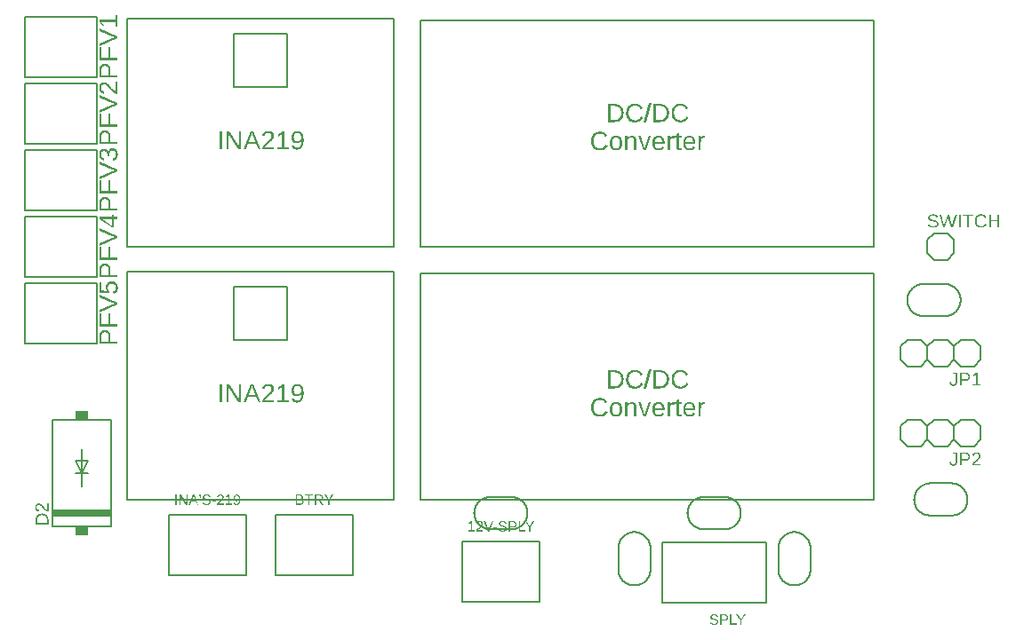
<source format=gbr>
G04 EAGLE Gerber RS-274X export*
G75*
%MOMM*%
%FSLAX34Y34*%
%LPD*%
%INSilkscreen Top*%
%IPPOS*%
%AMOC8*
5,1,8,0,0,1.08239X$1,22.5*%
G01*
G04 Define Apertures*
%ADD10C,0.152400*%
%ADD11R,5.588000X0.762000*%
%ADD12R,1.270000X0.889000*%
G36*
X206400Y834243D02*
X189114Y834243D01*
X189114Y841518D01*
X189136Y842224D01*
X189199Y842890D01*
X189306Y843514D01*
X189455Y844097D01*
X189646Y844640D01*
X189880Y845141D01*
X190157Y845601D01*
X190476Y846020D01*
X190834Y846394D01*
X191227Y846718D01*
X191654Y846992D01*
X192117Y847217D01*
X192614Y847391D01*
X192876Y847460D01*
X193147Y847516D01*
X193426Y847559D01*
X193714Y847590D01*
X194011Y847609D01*
X194316Y847615D01*
X194619Y847609D01*
X194914Y847590D01*
X195201Y847559D01*
X195480Y847515D01*
X196015Y847390D01*
X196518Y847215D01*
X196990Y846990D01*
X197431Y846715D01*
X197840Y846390D01*
X198217Y846014D01*
X198557Y845596D01*
X198851Y845142D01*
X199099Y844652D01*
X199303Y844127D01*
X199461Y843565D01*
X199574Y842968D01*
X199642Y842334D01*
X199665Y841665D01*
X199665Y836586D01*
X206400Y836586D01*
X206400Y834243D01*
G37*
%LPC*%
G36*
X197812Y836586D02*
X197812Y841334D01*
X197799Y841809D01*
X197758Y842254D01*
X197690Y842668D01*
X197595Y843052D01*
X197473Y843404D01*
X197324Y843726D01*
X197148Y844018D01*
X196944Y844278D01*
X196714Y844508D01*
X196456Y844708D01*
X196171Y844876D01*
X195859Y845014D01*
X195520Y845122D01*
X195154Y845198D01*
X194761Y845244D01*
X194341Y845260D01*
X193935Y845244D01*
X193556Y845197D01*
X193202Y845118D01*
X192875Y845008D01*
X192574Y844867D01*
X192300Y844694D01*
X192051Y844490D01*
X191829Y844254D01*
X191632Y843987D01*
X191462Y843688D01*
X191318Y843358D01*
X191201Y842996D01*
X191109Y842603D01*
X191044Y842179D01*
X191004Y841723D01*
X190991Y841236D01*
X190991Y836586D01*
X197812Y836586D01*
G37*
%LPD*%
G36*
X206400Y850993D02*
X189114Y850993D01*
X189114Y863273D01*
X191028Y863273D01*
X191028Y853336D01*
X197457Y853336D01*
X197457Y862979D01*
X199395Y862979D01*
X199395Y853336D01*
X206400Y853336D01*
X206400Y850993D01*
G37*
G36*
X189114Y864386D02*
X189114Y866852D01*
X201284Y871637D01*
X204339Y872667D01*
X201284Y873698D01*
X189114Y878458D01*
X189114Y880924D01*
X206400Y873869D01*
X206400Y871440D01*
X189114Y864386D01*
G37*
G36*
X206400Y882940D02*
X204523Y882940D01*
X204523Y887344D01*
X191224Y887344D01*
X194009Y883443D01*
X191924Y883443D01*
X189114Y887528D01*
X189114Y889564D01*
X204523Y889564D01*
X204523Y893772D01*
X206400Y893772D01*
X206400Y882940D01*
G37*
G36*
X206400Y770743D02*
X189114Y770743D01*
X189114Y778018D01*
X189136Y778724D01*
X189199Y779390D01*
X189306Y780014D01*
X189455Y780597D01*
X189646Y781140D01*
X189880Y781641D01*
X190157Y782101D01*
X190476Y782520D01*
X190834Y782894D01*
X191227Y783218D01*
X191654Y783492D01*
X192117Y783717D01*
X192614Y783891D01*
X192876Y783960D01*
X193147Y784016D01*
X193426Y784059D01*
X193714Y784090D01*
X194011Y784109D01*
X194316Y784115D01*
X194619Y784109D01*
X194914Y784090D01*
X195201Y784059D01*
X195480Y784015D01*
X196015Y783890D01*
X196518Y783715D01*
X196990Y783490D01*
X197431Y783215D01*
X197840Y782890D01*
X198217Y782514D01*
X198557Y782096D01*
X198851Y781642D01*
X199099Y781152D01*
X199303Y780627D01*
X199461Y780065D01*
X199574Y779468D01*
X199642Y778834D01*
X199665Y778165D01*
X199665Y773086D01*
X206400Y773086D01*
X206400Y770743D01*
G37*
%LPC*%
G36*
X197812Y773086D02*
X197812Y777834D01*
X197799Y778309D01*
X197758Y778754D01*
X197690Y779168D01*
X197595Y779552D01*
X197473Y779904D01*
X197324Y780226D01*
X197148Y780518D01*
X196944Y780778D01*
X196714Y781008D01*
X196456Y781208D01*
X196171Y781376D01*
X195859Y781514D01*
X195520Y781622D01*
X195154Y781698D01*
X194761Y781744D01*
X194341Y781760D01*
X193935Y781744D01*
X193556Y781697D01*
X193202Y781618D01*
X192875Y781508D01*
X192574Y781367D01*
X192300Y781194D01*
X192051Y780990D01*
X191829Y780754D01*
X191632Y780487D01*
X191462Y780188D01*
X191318Y779858D01*
X191201Y779496D01*
X191109Y779103D01*
X191044Y778679D01*
X191004Y778223D01*
X190991Y777736D01*
X190991Y773086D01*
X197812Y773086D01*
G37*
%LPD*%
G36*
X206400Y787493D02*
X189114Y787493D01*
X189114Y799773D01*
X191028Y799773D01*
X191028Y789836D01*
X197457Y789836D01*
X197457Y799479D01*
X199395Y799479D01*
X199395Y789836D01*
X206400Y789836D01*
X206400Y787493D01*
G37*
G36*
X189114Y800886D02*
X189114Y803352D01*
X201284Y808137D01*
X204339Y809167D01*
X201284Y810198D01*
X189114Y814958D01*
X189114Y817424D01*
X206400Y810369D01*
X206400Y807940D01*
X189114Y800886D01*
G37*
G36*
X206400Y818789D02*
X204842Y818789D01*
X204145Y819119D01*
X203491Y819484D01*
X202879Y819883D01*
X202309Y820317D01*
X201773Y820773D01*
X201263Y821241D01*
X200779Y821721D01*
X200321Y822212D01*
X199464Y823201D01*
X198671Y824181D01*
X197911Y825109D01*
X197150Y825942D01*
X196765Y826315D01*
X196371Y826652D01*
X195968Y826950D01*
X195555Y827211D01*
X195343Y827325D01*
X195124Y827423D01*
X194898Y827507D01*
X194666Y827575D01*
X194426Y827628D01*
X194180Y827666D01*
X193926Y827688D01*
X193666Y827696D01*
X193320Y827683D01*
X192994Y827644D01*
X192688Y827579D01*
X192402Y827487D01*
X192136Y827370D01*
X191890Y827227D01*
X191664Y827057D01*
X191458Y826862D01*
X191274Y826643D01*
X191114Y826404D01*
X190979Y826145D01*
X190869Y825865D01*
X190783Y825565D01*
X190721Y825245D01*
X190685Y824904D01*
X190672Y824543D01*
X190684Y824198D01*
X190720Y823869D01*
X190780Y823555D01*
X190864Y823257D01*
X190972Y822974D01*
X191104Y822706D01*
X191259Y822455D01*
X191439Y822218D01*
X191640Y822002D01*
X191861Y821808D01*
X192101Y821639D01*
X192361Y821493D01*
X192640Y821371D01*
X192938Y821272D01*
X193255Y821197D01*
X193592Y821145D01*
X193384Y818888D01*
X192879Y818969D01*
X192400Y819090D01*
X191948Y819250D01*
X191522Y819450D01*
X191123Y819690D01*
X190750Y819970D01*
X190403Y820289D01*
X190084Y820648D01*
X189796Y821040D01*
X189547Y821460D01*
X189336Y821906D01*
X189163Y822379D01*
X189029Y822880D01*
X188933Y823407D01*
X188876Y823962D01*
X188857Y824543D01*
X188876Y825178D01*
X188934Y825774D01*
X189030Y826333D01*
X189165Y826854D01*
X189338Y827337D01*
X189550Y827783D01*
X189801Y828191D01*
X190090Y828561D01*
X190414Y828890D01*
X190771Y829175D01*
X191160Y829417D01*
X191582Y829614D01*
X192036Y829768D01*
X192522Y829878D01*
X193041Y829944D01*
X193592Y829966D01*
X193843Y829958D01*
X194094Y829937D01*
X194345Y829901D01*
X194595Y829851D01*
X195094Y829707D01*
X195592Y829506D01*
X196089Y829248D01*
X196586Y828934D01*
X197082Y828564D01*
X197579Y828138D01*
X198144Y827580D01*
X198846Y826816D01*
X199684Y825844D01*
X200659Y824666D01*
X201221Y823996D01*
X201755Y823399D01*
X202261Y822874D01*
X202738Y822421D01*
X203197Y822033D01*
X203647Y821703D01*
X204089Y821432D01*
X204523Y821218D01*
X204523Y830235D01*
X206400Y830235D01*
X206400Y818789D01*
G37*
G36*
X206400Y707243D02*
X189114Y707243D01*
X189114Y714518D01*
X189136Y715224D01*
X189199Y715890D01*
X189306Y716514D01*
X189455Y717097D01*
X189646Y717640D01*
X189880Y718141D01*
X190157Y718601D01*
X190476Y719020D01*
X190834Y719394D01*
X191227Y719718D01*
X191654Y719992D01*
X192117Y720217D01*
X192614Y720391D01*
X192876Y720460D01*
X193147Y720516D01*
X193426Y720559D01*
X193714Y720590D01*
X194011Y720609D01*
X194316Y720615D01*
X194619Y720609D01*
X194914Y720590D01*
X195201Y720559D01*
X195480Y720515D01*
X196015Y720390D01*
X196518Y720215D01*
X196990Y719990D01*
X197431Y719715D01*
X197840Y719390D01*
X198217Y719014D01*
X198557Y718596D01*
X198851Y718142D01*
X199099Y717652D01*
X199303Y717127D01*
X199461Y716565D01*
X199574Y715968D01*
X199642Y715334D01*
X199665Y714665D01*
X199665Y709586D01*
X206400Y709586D01*
X206400Y707243D01*
G37*
%LPC*%
G36*
X197812Y709586D02*
X197812Y714334D01*
X197799Y714809D01*
X197758Y715254D01*
X197690Y715668D01*
X197595Y716052D01*
X197473Y716404D01*
X197324Y716726D01*
X197148Y717018D01*
X196944Y717278D01*
X196714Y717508D01*
X196456Y717708D01*
X196171Y717876D01*
X195859Y718014D01*
X195520Y718122D01*
X195154Y718198D01*
X194761Y718244D01*
X194341Y718260D01*
X193935Y718244D01*
X193556Y718197D01*
X193202Y718118D01*
X192875Y718008D01*
X192574Y717867D01*
X192300Y717694D01*
X192051Y717490D01*
X191829Y717254D01*
X191632Y716987D01*
X191462Y716688D01*
X191318Y716358D01*
X191201Y715996D01*
X191109Y715603D01*
X191044Y715179D01*
X191004Y714723D01*
X190991Y714236D01*
X190991Y709586D01*
X197812Y709586D01*
G37*
%LPD*%
G36*
X201959Y754983D02*
X201750Y757265D01*
X202122Y757331D01*
X202469Y757420D01*
X202793Y757532D01*
X203092Y757666D01*
X203368Y757822D01*
X203619Y758001D01*
X203847Y758203D01*
X204051Y758427D01*
X204230Y758674D01*
X204386Y758943D01*
X204518Y759234D01*
X204626Y759549D01*
X204710Y759885D01*
X204770Y760245D01*
X204805Y760627D01*
X204817Y761031D01*
X204805Y761437D01*
X204766Y761820D01*
X204702Y762181D01*
X204612Y762520D01*
X204496Y762836D01*
X204355Y763130D01*
X204188Y763401D01*
X203995Y763650D01*
X203778Y763873D01*
X203535Y764066D01*
X203267Y764229D01*
X202974Y764363D01*
X202657Y764467D01*
X202314Y764541D01*
X201947Y764586D01*
X201554Y764601D01*
X201211Y764584D01*
X200887Y764533D01*
X200583Y764448D01*
X200298Y764329D01*
X200033Y764177D01*
X199786Y763990D01*
X199560Y763770D01*
X199352Y763515D01*
X199167Y763229D01*
X199006Y762912D01*
X198870Y762565D01*
X198759Y762189D01*
X198672Y761782D01*
X198610Y761345D01*
X198573Y760878D01*
X198561Y760381D01*
X198561Y759129D01*
X196647Y759129D01*
X196647Y760332D01*
X196635Y760773D01*
X196597Y761188D01*
X196536Y761579D01*
X196449Y761943D01*
X196338Y762282D01*
X196202Y762596D01*
X196041Y762884D01*
X195856Y763147D01*
X195648Y763381D01*
X195422Y763585D01*
X195177Y763756D01*
X194913Y763897D01*
X194629Y764006D01*
X194327Y764084D01*
X194006Y764131D01*
X193666Y764147D01*
X193328Y764134D01*
X193009Y764096D01*
X192708Y764032D01*
X192425Y763943D01*
X192161Y763828D01*
X191914Y763688D01*
X191686Y763522D01*
X191476Y763331D01*
X191288Y763115D01*
X191124Y762874D01*
X190986Y762608D01*
X190873Y762317D01*
X190785Y762002D01*
X190723Y761662D01*
X190685Y761298D01*
X190672Y760908D01*
X190684Y760552D01*
X190719Y760213D01*
X190778Y759892D01*
X190859Y759588D01*
X190965Y759301D01*
X191093Y759032D01*
X191245Y758781D01*
X191421Y758547D01*
X191617Y758333D01*
X191833Y758143D01*
X192068Y757976D01*
X192322Y757833D01*
X192596Y757714D01*
X192888Y757618D01*
X193200Y757546D01*
X193531Y757498D01*
X193359Y755277D01*
X192843Y755358D01*
X192356Y755479D01*
X191898Y755640D01*
X191470Y755840D01*
X191070Y756080D01*
X190700Y756359D01*
X190359Y756679D01*
X190047Y757038D01*
X189768Y757430D01*
X189526Y757849D01*
X189322Y758296D01*
X189154Y758769D01*
X189024Y759269D01*
X188931Y759797D01*
X188875Y760351D01*
X188857Y760933D01*
X188876Y761565D01*
X188932Y762161D01*
X189027Y762720D01*
X189159Y763244D01*
X189329Y763731D01*
X189536Y764182D01*
X189782Y764597D01*
X190065Y764975D01*
X190382Y765313D01*
X190729Y765606D01*
X191105Y765853D01*
X191511Y766056D01*
X191947Y766214D01*
X192413Y766326D01*
X192908Y766394D01*
X193433Y766417D01*
X193837Y766402D01*
X194222Y766359D01*
X194588Y766286D01*
X194934Y766185D01*
X195261Y766055D01*
X195568Y765896D01*
X195857Y765707D01*
X196126Y765490D01*
X196374Y765246D01*
X196602Y764975D01*
X196809Y764677D01*
X196995Y764354D01*
X197160Y764004D01*
X197304Y763628D01*
X197428Y763226D01*
X197530Y762797D01*
X197579Y762797D01*
X197645Y763269D01*
X197739Y763713D01*
X197860Y764130D01*
X198009Y764521D01*
X198185Y764885D01*
X198389Y765222D01*
X198621Y765532D01*
X198880Y765815D01*
X199161Y766068D01*
X199461Y766288D01*
X199778Y766473D01*
X200113Y766625D01*
X200465Y766743D01*
X200835Y766828D01*
X201223Y766878D01*
X201628Y766895D01*
X201923Y766889D01*
X202209Y766871D01*
X202756Y766800D01*
X203270Y766681D01*
X203750Y766515D01*
X204196Y766301D01*
X204609Y766039D01*
X204988Y765730D01*
X205333Y765374D01*
X205640Y764973D01*
X205907Y764532D01*
X206133Y764050D01*
X206317Y763527D01*
X206461Y762964D01*
X206563Y762360D01*
X206625Y761716D01*
X206645Y761031D01*
X206627Y760391D01*
X206571Y759784D01*
X206479Y759211D01*
X206349Y758671D01*
X206183Y758164D01*
X205979Y757690D01*
X205739Y757249D01*
X205462Y756841D01*
X205148Y756470D01*
X204799Y756139D01*
X204414Y755847D01*
X203994Y755595D01*
X203538Y755382D01*
X203047Y755209D01*
X202521Y755076D01*
X201959Y754983D01*
G37*
G36*
X206400Y723993D02*
X189114Y723993D01*
X189114Y736273D01*
X191028Y736273D01*
X191028Y726336D01*
X197457Y726336D01*
X197457Y735979D01*
X199395Y735979D01*
X199395Y726336D01*
X206400Y726336D01*
X206400Y723993D01*
G37*
G36*
X189114Y737386D02*
X189114Y739852D01*
X201284Y744637D01*
X204339Y745667D01*
X201284Y746698D01*
X189114Y751458D01*
X189114Y753924D01*
X206400Y746869D01*
X206400Y744440D01*
X189114Y737386D01*
G37*
G36*
X206400Y643743D02*
X189114Y643743D01*
X189114Y651018D01*
X189136Y651724D01*
X189199Y652390D01*
X189306Y653014D01*
X189455Y653597D01*
X189646Y654140D01*
X189880Y654641D01*
X190157Y655101D01*
X190476Y655520D01*
X190834Y655894D01*
X191227Y656218D01*
X191654Y656492D01*
X192117Y656717D01*
X192614Y656891D01*
X192876Y656960D01*
X193147Y657016D01*
X193426Y657059D01*
X193714Y657090D01*
X194011Y657109D01*
X194316Y657115D01*
X194619Y657109D01*
X194914Y657090D01*
X195201Y657059D01*
X195480Y657015D01*
X196015Y656890D01*
X196518Y656715D01*
X196990Y656490D01*
X197431Y656215D01*
X197840Y655890D01*
X198217Y655514D01*
X198557Y655096D01*
X198851Y654642D01*
X199099Y654152D01*
X199303Y653627D01*
X199461Y653065D01*
X199574Y652468D01*
X199642Y651834D01*
X199665Y651165D01*
X199665Y646086D01*
X206400Y646086D01*
X206400Y643743D01*
G37*
%LPC*%
G36*
X197812Y646086D02*
X197812Y650834D01*
X197799Y651309D01*
X197758Y651754D01*
X197690Y652168D01*
X197595Y652552D01*
X197473Y652904D01*
X197324Y653226D01*
X197148Y653518D01*
X196944Y653778D01*
X196714Y654008D01*
X196456Y654208D01*
X196171Y654376D01*
X195859Y654514D01*
X195520Y654622D01*
X195154Y654698D01*
X194761Y654744D01*
X194341Y654760D01*
X193935Y654744D01*
X193556Y654697D01*
X193202Y654618D01*
X192875Y654508D01*
X192574Y654367D01*
X192300Y654194D01*
X192051Y653990D01*
X191829Y653754D01*
X191632Y653487D01*
X191462Y653188D01*
X191318Y652858D01*
X191201Y652496D01*
X191109Y652103D01*
X191044Y651679D01*
X191004Y651223D01*
X190991Y650736D01*
X190991Y646086D01*
X197812Y646086D01*
G37*
%LPD*%
G36*
X202487Y691102D02*
X200769Y691102D01*
X189114Y699015D01*
X189114Y701334D01*
X200744Y701334D01*
X200744Y703763D01*
X202487Y703763D01*
X202487Y701334D01*
X206400Y701334D01*
X206400Y699248D01*
X202487Y699248D01*
X202487Y691102D01*
G37*
%LPC*%
G36*
X200744Y693139D02*
X200744Y699248D01*
X191605Y699248D01*
X192255Y698905D01*
X192746Y698626D01*
X193065Y698426D01*
X199591Y693998D01*
X200499Y693335D01*
X200744Y693139D01*
G37*
%LPD*%
G36*
X206400Y660493D02*
X189114Y660493D01*
X189114Y672773D01*
X191028Y672773D01*
X191028Y662836D01*
X197457Y662836D01*
X197457Y672479D01*
X199395Y672479D01*
X199395Y662836D01*
X206400Y662836D01*
X206400Y660493D01*
G37*
G36*
X189114Y673886D02*
X189114Y676352D01*
X201284Y681137D01*
X204339Y682167D01*
X201284Y683198D01*
X189114Y687958D01*
X189114Y690424D01*
X206400Y683369D01*
X206400Y680940D01*
X189114Y673886D01*
G37*
G36*
X206400Y580243D02*
X189114Y580243D01*
X189114Y587518D01*
X189136Y588224D01*
X189199Y588890D01*
X189306Y589514D01*
X189455Y590097D01*
X189646Y590640D01*
X189880Y591141D01*
X190157Y591601D01*
X190476Y592020D01*
X190834Y592394D01*
X191227Y592718D01*
X191654Y592992D01*
X192117Y593217D01*
X192614Y593391D01*
X192876Y593460D01*
X193147Y593516D01*
X193426Y593559D01*
X193714Y593590D01*
X194011Y593609D01*
X194316Y593615D01*
X194619Y593609D01*
X194914Y593590D01*
X195201Y593559D01*
X195480Y593515D01*
X196015Y593390D01*
X196518Y593215D01*
X196990Y592990D01*
X197431Y592715D01*
X197840Y592390D01*
X198217Y592014D01*
X198557Y591596D01*
X198851Y591142D01*
X199099Y590652D01*
X199303Y590127D01*
X199461Y589565D01*
X199574Y588968D01*
X199642Y588334D01*
X199665Y587665D01*
X199665Y582586D01*
X206400Y582586D01*
X206400Y580243D01*
G37*
%LPC*%
G36*
X197812Y582586D02*
X197812Y587334D01*
X197799Y587809D01*
X197758Y588254D01*
X197690Y588668D01*
X197595Y589052D01*
X197473Y589404D01*
X197324Y589726D01*
X197148Y590018D01*
X196944Y590278D01*
X196714Y590508D01*
X196456Y590708D01*
X196171Y590876D01*
X195859Y591014D01*
X195520Y591122D01*
X195154Y591198D01*
X194761Y591244D01*
X194341Y591260D01*
X193935Y591244D01*
X193556Y591197D01*
X193202Y591118D01*
X192875Y591008D01*
X192574Y590867D01*
X192300Y590694D01*
X192051Y590490D01*
X191829Y590254D01*
X191632Y589987D01*
X191462Y589688D01*
X191318Y589358D01*
X191201Y588996D01*
X191109Y588603D01*
X191044Y588179D01*
X191004Y587723D01*
X190991Y587236D01*
X190991Y582586D01*
X197812Y582586D01*
G37*
%LPD*%
G36*
X202536Y628032D02*
X202278Y630265D01*
X202588Y630361D01*
X202879Y630474D01*
X203149Y630604D01*
X203400Y630751D01*
X203630Y630916D01*
X203840Y631098D01*
X204031Y631297D01*
X204201Y631513D01*
X204351Y631746D01*
X204481Y631996D01*
X204592Y632264D01*
X204682Y632549D01*
X204752Y632851D01*
X204802Y633170D01*
X204832Y633506D01*
X204842Y633859D01*
X204825Y634292D01*
X204775Y634700D01*
X204691Y635085D01*
X204574Y635445D01*
X204423Y635781D01*
X204238Y636093D01*
X204020Y636380D01*
X203769Y636644D01*
X203488Y636880D01*
X203182Y637084D01*
X202850Y637257D01*
X202494Y637398D01*
X202113Y637508D01*
X201706Y637587D01*
X201275Y637634D01*
X200818Y637650D01*
X200420Y637634D01*
X200041Y637587D01*
X199682Y637508D01*
X199343Y637397D01*
X199023Y637255D01*
X198723Y637081D01*
X198442Y636875D01*
X198180Y636638D01*
X197945Y636374D01*
X197740Y636088D01*
X197567Y635780D01*
X197426Y635449D01*
X197316Y635097D01*
X197237Y634723D01*
X197190Y634327D01*
X197174Y633908D01*
X197192Y633468D01*
X197245Y633043D01*
X197333Y632634D01*
X197457Y632240D01*
X197622Y631853D01*
X197837Y631467D01*
X198101Y631080D01*
X198414Y630694D01*
X198414Y628535D01*
X189114Y629111D01*
X189114Y638938D01*
X190991Y638938D01*
X190991Y631123D01*
X196475Y630792D01*
X196216Y631162D01*
X195992Y631553D01*
X195802Y631967D01*
X195647Y632402D01*
X195526Y632859D01*
X195440Y633338D01*
X195388Y633839D01*
X195371Y634362D01*
X195394Y634984D01*
X195465Y635573D01*
X195582Y636130D01*
X195745Y636655D01*
X195956Y637147D01*
X196213Y637607D01*
X196517Y638034D01*
X196868Y638429D01*
X197256Y638784D01*
X197673Y639092D01*
X198118Y639352D01*
X198591Y639565D01*
X199093Y639731D01*
X199623Y639849D01*
X200182Y639920D01*
X200769Y639944D01*
X201106Y639938D01*
X201435Y639919D01*
X201754Y639887D01*
X202064Y639842D01*
X202365Y639785D01*
X202657Y639715D01*
X202940Y639633D01*
X203213Y639538D01*
X203733Y639309D01*
X204217Y639030D01*
X204664Y638700D01*
X205075Y638319D01*
X205443Y637893D01*
X205762Y637427D01*
X206032Y636923D01*
X206253Y636379D01*
X206425Y635795D01*
X206492Y635489D01*
X206547Y635173D01*
X206590Y634847D01*
X206621Y634511D01*
X206639Y634165D01*
X206645Y633810D01*
X206629Y633220D01*
X206579Y632660D01*
X206497Y632129D01*
X206382Y631626D01*
X206233Y631153D01*
X206052Y630709D01*
X205838Y630294D01*
X205590Y629909D01*
X205312Y629555D01*
X205004Y629235D01*
X204666Y628949D01*
X204299Y628697D01*
X203903Y628480D01*
X203476Y628296D01*
X203021Y628147D01*
X202536Y628032D01*
G37*
G36*
X206400Y596993D02*
X189114Y596993D01*
X189114Y609273D01*
X191028Y609273D01*
X191028Y599336D01*
X197457Y599336D01*
X197457Y608979D01*
X199395Y608979D01*
X199395Y599336D01*
X206400Y599336D01*
X206400Y596993D01*
G37*
G36*
X189114Y610386D02*
X189114Y612852D01*
X201284Y617637D01*
X204339Y618667D01*
X201284Y619698D01*
X189114Y624458D01*
X189114Y626924D01*
X206400Y619869D01*
X206400Y617440D01*
X189114Y610386D01*
G37*
G36*
X377338Y765565D02*
X376845Y765578D01*
X376376Y765618D01*
X375933Y765685D01*
X375515Y765778D01*
X375122Y765898D01*
X374754Y766044D01*
X374411Y766217D01*
X374093Y766417D01*
X373799Y766647D01*
X373526Y766909D01*
X373275Y767204D01*
X373046Y767532D01*
X372838Y767893D01*
X372652Y768286D01*
X372488Y768712D01*
X372345Y769171D01*
X374455Y769503D01*
X374544Y769241D01*
X374646Y768997D01*
X374760Y768769D01*
X374886Y768558D01*
X375025Y768364D01*
X375176Y768187D01*
X375340Y768027D01*
X375516Y767883D01*
X375705Y767757D01*
X375906Y767647D01*
X376120Y767554D01*
X376346Y767478D01*
X376585Y767419D01*
X376836Y767377D01*
X377099Y767352D01*
X377375Y767344D01*
X377609Y767350D01*
X377837Y767371D01*
X378058Y767406D01*
X378272Y767454D01*
X378480Y767516D01*
X378680Y767592D01*
X379062Y767785D01*
X379417Y768034D01*
X379744Y768337D01*
X380045Y768696D01*
X380319Y769110D01*
X380565Y769575D01*
X380779Y770088D01*
X380962Y770647D01*
X381114Y771254D01*
X381235Y771908D01*
X381325Y772609D01*
X381383Y773357D01*
X381411Y774152D01*
X381278Y773883D01*
X381122Y773627D01*
X380945Y773385D01*
X380746Y773157D01*
X380525Y772942D01*
X380282Y772741D01*
X380017Y772554D01*
X379731Y772380D01*
X379429Y772223D01*
X379121Y772087D01*
X378805Y771972D01*
X378482Y771878D01*
X378152Y771805D01*
X377814Y771753D01*
X377470Y771721D01*
X377117Y771711D01*
X376830Y771717D01*
X376549Y771736D01*
X376276Y771767D01*
X376010Y771811D01*
X375500Y771935D01*
X375020Y772110D01*
X374568Y772334D01*
X374145Y772608D01*
X373752Y772932D01*
X373388Y773306D01*
X373060Y773721D01*
X372776Y774168D01*
X372536Y774649D01*
X372339Y775161D01*
X372186Y775707D01*
X372077Y776285D01*
X372011Y776895D01*
X371989Y777538D01*
X371995Y777873D01*
X372013Y778198D01*
X372084Y778821D01*
X372203Y779409D01*
X372370Y779960D01*
X372584Y780474D01*
X372845Y780953D01*
X373154Y781395D01*
X373511Y781801D01*
X373910Y782165D01*
X374346Y782480D01*
X374819Y782747D01*
X375329Y782965D01*
X375877Y783135D01*
X376462Y783256D01*
X376768Y783299D01*
X377084Y783329D01*
X377409Y783347D01*
X377743Y783353D01*
X378098Y783345D01*
X378442Y783320D01*
X378775Y783278D01*
X379097Y783220D01*
X379408Y783145D01*
X379709Y783053D01*
X379998Y782945D01*
X380276Y782820D01*
X380544Y782678D01*
X380801Y782519D01*
X381046Y782344D01*
X381281Y782153D01*
X381505Y781944D01*
X381718Y781719D01*
X381919Y781477D01*
X382111Y781219D01*
X382290Y780943D01*
X382458Y780651D01*
X382615Y780343D01*
X382760Y780017D01*
X382893Y779675D01*
X383015Y779316D01*
X383125Y778940D01*
X383224Y778547D01*
X383311Y778138D01*
X383386Y777712D01*
X383450Y777269D01*
X383502Y776809D01*
X383543Y776333D01*
X383572Y775839D01*
X383595Y774802D01*
X383589Y774254D01*
X383570Y773721D01*
X383538Y773205D01*
X383493Y772705D01*
X383436Y772220D01*
X383366Y771752D01*
X383284Y771300D01*
X383189Y770864D01*
X383081Y770445D01*
X382960Y770041D01*
X382827Y769653D01*
X382681Y769282D01*
X382522Y768926D01*
X382350Y768587D01*
X382166Y768264D01*
X381969Y767957D01*
X381761Y767667D01*
X381541Y767396D01*
X381311Y767144D01*
X381070Y766910D01*
X380819Y766695D01*
X380556Y766499D01*
X380283Y766322D01*
X379999Y766163D01*
X379704Y766023D01*
X379398Y765901D01*
X379082Y765798D01*
X378755Y765714D01*
X378417Y765649D01*
X378068Y765602D01*
X377709Y765574D01*
X377338Y765565D01*
G37*
%LPC*%
G36*
X377645Y773453D02*
X377882Y773460D01*
X378115Y773480D01*
X378344Y773514D01*
X378568Y773562D01*
X379004Y773698D01*
X379424Y773889D01*
X379813Y774129D01*
X380158Y774415D01*
X380460Y774745D01*
X380718Y775121D01*
X380829Y775324D01*
X380925Y775534D01*
X381006Y775751D01*
X381072Y775974D01*
X381124Y776205D01*
X381161Y776442D01*
X381183Y776686D01*
X381190Y776937D01*
X381175Y777446D01*
X381131Y777929D01*
X381056Y778387D01*
X380951Y778819D01*
X380817Y779225D01*
X380652Y779607D01*
X380458Y779962D01*
X380234Y780292D01*
X379984Y780590D01*
X379714Y780848D01*
X379424Y781066D01*
X379114Y781245D01*
X378783Y781384D01*
X378432Y781483D01*
X378061Y781542D01*
X377669Y781562D01*
X377281Y781545D01*
X376914Y781494D01*
X376568Y781410D01*
X376243Y781291D01*
X375939Y781138D01*
X375657Y780951D01*
X375395Y780731D01*
X375155Y780476D01*
X374939Y780193D01*
X374752Y779886D01*
X374594Y779554D01*
X374464Y779199D01*
X374364Y778820D01*
X374292Y778417D01*
X374249Y777989D01*
X374234Y777538D01*
X374249Y777078D01*
X374292Y776643D01*
X374364Y776233D01*
X374464Y775847D01*
X374594Y775486D01*
X374752Y775149D01*
X374939Y774838D01*
X375155Y774551D01*
X375395Y774294D01*
X375655Y774071D01*
X375936Y773882D01*
X376237Y773728D01*
X376559Y773607D01*
X376900Y773522D01*
X377263Y773470D01*
X377645Y773453D01*
G37*
%LPD*%
G36*
X328571Y765810D02*
X326142Y765810D01*
X333196Y783096D01*
X335858Y783096D01*
X342802Y765810D01*
X340410Y765810D01*
X338435Y770864D01*
X330558Y770864D01*
X328571Y765810D01*
G37*
%LPC*%
G36*
X337735Y772692D02*
X335515Y778397D01*
X335171Y779299D01*
X334828Y780311D01*
X334497Y781329D01*
X334386Y780986D01*
X334006Y779823D01*
X333478Y778373D01*
X331270Y772692D01*
X337735Y772692D01*
G37*
%LPD*%
G36*
X312114Y765810D02*
X310029Y765810D01*
X310029Y783096D01*
X312752Y783096D01*
X322101Y768276D01*
X321990Y770349D01*
X321963Y771137D01*
X321953Y771760D01*
X321953Y783096D01*
X324064Y783096D01*
X324064Y765810D01*
X321242Y765810D01*
X311992Y780532D01*
X312053Y779342D01*
X312114Y777293D01*
X312114Y765810D01*
G37*
G36*
X355584Y765810D02*
X344138Y765810D01*
X344138Y767368D01*
X344468Y768065D01*
X344832Y768719D01*
X345232Y769331D01*
X345665Y769901D01*
X346122Y770437D01*
X346590Y770947D01*
X347069Y771431D01*
X347561Y771889D01*
X348550Y772746D01*
X349530Y773539D01*
X350457Y774300D01*
X351290Y775060D01*
X351664Y775445D01*
X352000Y775839D01*
X352299Y776242D01*
X352560Y776655D01*
X352673Y776867D01*
X352772Y777086D01*
X352855Y777312D01*
X352923Y777544D01*
X352976Y777784D01*
X353014Y778031D01*
X353037Y778284D01*
X353044Y778544D01*
X353031Y778890D01*
X352992Y779216D01*
X352927Y779522D01*
X352836Y779808D01*
X352718Y780074D01*
X352575Y780320D01*
X352406Y780546D01*
X352210Y780753D01*
X351991Y780937D01*
X351752Y781096D01*
X351493Y781231D01*
X351213Y781341D01*
X350913Y781427D01*
X350593Y781489D01*
X350252Y781525D01*
X349891Y781538D01*
X349547Y781526D01*
X349217Y781490D01*
X348903Y781430D01*
X348605Y781346D01*
X348322Y781238D01*
X348055Y781106D01*
X347803Y780951D01*
X347567Y780771D01*
X347350Y780570D01*
X347157Y780349D01*
X346987Y780109D01*
X346841Y779849D01*
X346719Y779570D01*
X346620Y779272D01*
X346545Y778955D01*
X346493Y778618D01*
X344236Y778826D01*
X344317Y779332D01*
X344438Y779810D01*
X344598Y780262D01*
X344799Y780688D01*
X345039Y781087D01*
X345318Y781460D01*
X345637Y781807D01*
X345996Y782127D01*
X346389Y782414D01*
X346808Y782663D01*
X347254Y782874D01*
X347728Y783047D01*
X348228Y783181D01*
X348756Y783277D01*
X349310Y783334D01*
X349891Y783353D01*
X350526Y783334D01*
X351122Y783276D01*
X351681Y783180D01*
X352202Y783045D01*
X352686Y782872D01*
X353131Y782660D01*
X353539Y782409D01*
X353909Y782120D01*
X354238Y781796D01*
X354524Y781439D01*
X354765Y781050D01*
X354963Y780628D01*
X355116Y780174D01*
X355226Y779688D01*
X355292Y779169D01*
X355314Y778618D01*
X355307Y778367D01*
X355285Y778116D01*
X355249Y777865D01*
X355199Y777615D01*
X355055Y777116D01*
X354854Y776618D01*
X354596Y776121D01*
X354282Y775624D01*
X353912Y775128D01*
X353486Y774631D01*
X352929Y774066D01*
X352164Y773364D01*
X351193Y772526D01*
X350014Y771551D01*
X349345Y770989D01*
X348747Y770455D01*
X348222Y769949D01*
X347769Y769472D01*
X347381Y769013D01*
X347051Y768563D01*
X346780Y768121D01*
X346567Y767687D01*
X355584Y767687D01*
X355584Y765810D01*
G37*
G36*
X369589Y765810D02*
X358757Y765810D01*
X358757Y767687D01*
X363161Y767687D01*
X363161Y780986D01*
X359260Y778201D01*
X359260Y780286D01*
X363345Y783096D01*
X365381Y783096D01*
X365381Y767687D01*
X369589Y767687D01*
X369589Y765810D01*
G37*
G36*
X305661Y765810D02*
X303318Y765810D01*
X303318Y783096D01*
X305661Y783096D01*
X305661Y765810D01*
G37*
G36*
X679948Y791845D02*
X673483Y791845D01*
X673483Y809131D01*
X679200Y809131D01*
X679741Y809122D01*
X680266Y809096D01*
X680776Y809053D01*
X681270Y808993D01*
X681749Y808916D01*
X682212Y808821D01*
X682659Y808709D01*
X683090Y808580D01*
X683506Y808434D01*
X683906Y808271D01*
X684291Y808090D01*
X684659Y807892D01*
X685012Y807677D01*
X685350Y807445D01*
X685672Y807195D01*
X685978Y806929D01*
X686267Y806646D01*
X686537Y806349D01*
X686789Y806037D01*
X687022Y805711D01*
X687236Y805371D01*
X687432Y805016D01*
X687609Y804646D01*
X687767Y804262D01*
X687907Y803863D01*
X688028Y803450D01*
X688131Y803022D01*
X688215Y802580D01*
X688280Y802123D01*
X688327Y801652D01*
X688355Y801166D01*
X688364Y800666D01*
X688348Y800008D01*
X688299Y799370D01*
X688217Y798754D01*
X688103Y798158D01*
X687957Y797584D01*
X687777Y797030D01*
X687566Y796497D01*
X687321Y795985D01*
X687047Y795499D01*
X686745Y795041D01*
X686417Y794613D01*
X686061Y794214D01*
X685677Y793845D01*
X685267Y793505D01*
X684829Y793194D01*
X684364Y792912D01*
X683877Y792662D01*
X683371Y792445D01*
X682846Y792262D01*
X682303Y792112D01*
X681742Y791995D01*
X681163Y791912D01*
X680564Y791862D01*
X679948Y791845D01*
G37*
%LPC*%
G36*
X679678Y793722D02*
X680146Y793735D01*
X680600Y793774D01*
X681040Y793839D01*
X681465Y793931D01*
X681875Y794048D01*
X682272Y794191D01*
X682654Y794361D01*
X683021Y794556D01*
X683371Y794776D01*
X683700Y795019D01*
X684008Y795285D01*
X684295Y795574D01*
X684562Y795887D01*
X684807Y796222D01*
X685032Y796580D01*
X685236Y796961D01*
X685417Y797362D01*
X685574Y797781D01*
X685707Y798218D01*
X685815Y798672D01*
X685900Y799144D01*
X685960Y799634D01*
X685996Y800141D01*
X686008Y800666D01*
X686002Y801062D01*
X685981Y801445D01*
X685947Y801817D01*
X685898Y802177D01*
X685836Y802525D01*
X685761Y802862D01*
X685671Y803186D01*
X685568Y803498D01*
X685451Y803798D01*
X685321Y804087D01*
X685176Y804363D01*
X685018Y804628D01*
X684846Y804881D01*
X684661Y805121D01*
X684461Y805350D01*
X684248Y805567D01*
X684022Y805771D01*
X683783Y805962D01*
X683532Y806140D01*
X683269Y806305D01*
X682994Y806456D01*
X682706Y806595D01*
X682406Y806720D01*
X682093Y806832D01*
X681769Y806931D01*
X681432Y807016D01*
X681082Y807089D01*
X680720Y807148D01*
X680346Y807194D01*
X679960Y807227D01*
X679562Y807247D01*
X679151Y807254D01*
X675826Y807254D01*
X675826Y793722D01*
X679678Y793722D01*
G37*
%LPD*%
G36*
X723198Y791845D02*
X716733Y791845D01*
X716733Y809131D01*
X722450Y809131D01*
X722991Y809122D01*
X723516Y809096D01*
X724026Y809053D01*
X724520Y808993D01*
X724999Y808916D01*
X725462Y808821D01*
X725909Y808709D01*
X726340Y808580D01*
X726756Y808434D01*
X727156Y808271D01*
X727541Y808090D01*
X727909Y807892D01*
X728262Y807677D01*
X728600Y807445D01*
X728922Y807195D01*
X729228Y806929D01*
X729517Y806646D01*
X729787Y806349D01*
X730039Y806037D01*
X730272Y805711D01*
X730486Y805371D01*
X730682Y805016D01*
X730859Y804646D01*
X731017Y804262D01*
X731157Y803863D01*
X731278Y803450D01*
X731381Y803022D01*
X731465Y802580D01*
X731530Y802123D01*
X731577Y801652D01*
X731605Y801166D01*
X731614Y800666D01*
X731598Y800008D01*
X731549Y799370D01*
X731467Y798754D01*
X731353Y798158D01*
X731207Y797584D01*
X731027Y797030D01*
X730816Y796497D01*
X730571Y795985D01*
X730297Y795499D01*
X729995Y795041D01*
X729667Y794613D01*
X729311Y794214D01*
X728927Y793845D01*
X728517Y793505D01*
X728079Y793194D01*
X727614Y792912D01*
X727127Y792662D01*
X726621Y792445D01*
X726096Y792262D01*
X725553Y792112D01*
X724992Y791995D01*
X724413Y791912D01*
X723814Y791862D01*
X723198Y791845D01*
G37*
%LPC*%
G36*
X722928Y793722D02*
X723396Y793735D01*
X723850Y793774D01*
X724290Y793839D01*
X724715Y793931D01*
X725125Y794048D01*
X725522Y794191D01*
X725904Y794361D01*
X726271Y794556D01*
X726621Y794776D01*
X726950Y795019D01*
X727258Y795285D01*
X727545Y795574D01*
X727812Y795887D01*
X728057Y796222D01*
X728282Y796580D01*
X728486Y796961D01*
X728667Y797362D01*
X728824Y797781D01*
X728957Y798218D01*
X729065Y798672D01*
X729150Y799144D01*
X729210Y799634D01*
X729246Y800141D01*
X729258Y800666D01*
X729252Y801062D01*
X729231Y801445D01*
X729197Y801817D01*
X729148Y802177D01*
X729086Y802525D01*
X729011Y802862D01*
X728921Y803186D01*
X728818Y803498D01*
X728701Y803798D01*
X728571Y804087D01*
X728426Y804363D01*
X728268Y804628D01*
X728096Y804881D01*
X727911Y805121D01*
X727711Y805350D01*
X727498Y805567D01*
X727272Y805771D01*
X727033Y805962D01*
X726782Y806140D01*
X726519Y806305D01*
X726244Y806456D01*
X725956Y806595D01*
X725656Y806720D01*
X725343Y806832D01*
X725019Y806931D01*
X724682Y807016D01*
X724332Y807089D01*
X723970Y807148D01*
X723596Y807194D01*
X723210Y807227D01*
X722812Y807247D01*
X722401Y807254D01*
X719076Y807254D01*
X719076Y793722D01*
X722928Y793722D01*
G37*
%LPD*%
G36*
X681100Y764930D02*
X680742Y764937D01*
X680395Y764957D01*
X680060Y764992D01*
X679735Y765040D01*
X679422Y765103D01*
X679119Y765179D01*
X678828Y765269D01*
X678548Y765373D01*
X678279Y765491D01*
X678021Y765622D01*
X677775Y765768D01*
X677539Y765927D01*
X677315Y766100D01*
X677101Y766287D01*
X676899Y766488D01*
X676708Y766702D01*
X676528Y766930D01*
X676360Y767170D01*
X676204Y767423D01*
X676059Y767687D01*
X675925Y767964D01*
X675803Y768254D01*
X675693Y768555D01*
X675595Y768869D01*
X675508Y769195D01*
X675432Y769534D01*
X675316Y770248D01*
X675247Y771012D01*
X675224Y771824D01*
X675247Y772656D01*
X675276Y773052D01*
X675317Y773434D01*
X675369Y773803D01*
X675433Y774159D01*
X675508Y774501D01*
X675595Y774830D01*
X675694Y775145D01*
X675805Y775447D01*
X675927Y775736D01*
X676060Y776011D01*
X676206Y776272D01*
X676362Y776521D01*
X676531Y776755D01*
X676711Y776977D01*
X676903Y777185D01*
X677106Y777379D01*
X677321Y777561D01*
X677548Y777728D01*
X677786Y777883D01*
X678036Y778023D01*
X678297Y778151D01*
X678570Y778265D01*
X678855Y778366D01*
X679152Y778453D01*
X679459Y778527D01*
X679779Y778587D01*
X680110Y778634D01*
X680453Y778668D01*
X680808Y778688D01*
X681174Y778694D01*
X681548Y778688D01*
X681909Y778668D01*
X682258Y778636D01*
X682594Y778590D01*
X682918Y778531D01*
X683229Y778459D01*
X683528Y778374D01*
X683814Y778276D01*
X684088Y778165D01*
X684349Y778040D01*
X684597Y777903D01*
X684833Y777752D01*
X685057Y777589D01*
X685267Y777412D01*
X685466Y777223D01*
X685651Y777020D01*
X685825Y776803D01*
X685988Y776572D01*
X686139Y776327D01*
X686279Y776067D01*
X686408Y775793D01*
X686526Y775504D01*
X686633Y775201D01*
X686728Y774884D01*
X686812Y774552D01*
X686885Y774205D01*
X686997Y773469D01*
X687064Y772676D01*
X687087Y771824D01*
X687081Y771396D01*
X687063Y770981D01*
X687033Y770580D01*
X686991Y770193D01*
X686937Y769820D01*
X686871Y769461D01*
X686793Y769116D01*
X686703Y768785D01*
X686602Y768467D01*
X686488Y768164D01*
X686362Y767874D01*
X686224Y767599D01*
X686074Y767337D01*
X685913Y767089D01*
X685739Y766855D01*
X685553Y766635D01*
X685356Y766428D01*
X685148Y766235D01*
X684929Y766055D01*
X684700Y765889D01*
X684459Y765736D01*
X684208Y765596D01*
X683946Y765469D01*
X683673Y765356D01*
X683389Y765256D01*
X683095Y765169D01*
X682789Y765096D01*
X682473Y765036D01*
X682146Y764990D01*
X681808Y764956D01*
X681460Y764936D01*
X681100Y764930D01*
G37*
%LPC*%
G36*
X681075Y766561D02*
X681555Y766581D01*
X681998Y766641D01*
X682406Y766741D01*
X682779Y766880D01*
X683116Y767060D01*
X683418Y767279D01*
X683685Y767538D01*
X683916Y767837D01*
X684115Y768179D01*
X684289Y768565D01*
X684435Y768996D01*
X684555Y769472D01*
X684648Y769993D01*
X684715Y770558D01*
X684755Y771169D01*
X684768Y771824D01*
X684755Y772488D01*
X684717Y773104D01*
X684653Y773674D01*
X684564Y774197D01*
X684449Y774672D01*
X684309Y775101D01*
X684144Y775483D01*
X683952Y775818D01*
X683731Y776109D01*
X683475Y776362D01*
X683184Y776576D01*
X682859Y776751D01*
X682499Y776888D01*
X682104Y776985D01*
X681675Y777043D01*
X681210Y777063D01*
X680743Y777043D01*
X680308Y776983D01*
X679908Y776884D01*
X679540Y776745D01*
X679207Y776567D01*
X678907Y776349D01*
X678640Y776091D01*
X678407Y775793D01*
X678204Y775453D01*
X678029Y775069D01*
X677880Y774640D01*
X677758Y774166D01*
X677664Y773648D01*
X677596Y773084D01*
X677556Y772477D01*
X677542Y771824D01*
X677556Y771188D01*
X677596Y770593D01*
X677662Y770039D01*
X677755Y769526D01*
X677875Y769053D01*
X678022Y768621D01*
X678195Y768230D01*
X678395Y767880D01*
X678623Y767571D01*
X678882Y767303D01*
X679172Y767076D01*
X679491Y766891D01*
X679842Y766747D01*
X680222Y766644D01*
X680634Y766582D01*
X681075Y766561D01*
G37*
%LPD*%
G36*
X721759Y764930D02*
X721397Y764937D01*
X721045Y764957D01*
X720705Y764991D01*
X720375Y765039D01*
X720056Y765101D01*
X719749Y765176D01*
X719452Y765265D01*
X719166Y765368D01*
X718892Y765485D01*
X718628Y765615D01*
X718375Y765759D01*
X718133Y765916D01*
X717902Y766088D01*
X717682Y766273D01*
X717473Y766472D01*
X717275Y766684D01*
X717089Y766910D01*
X716915Y767149D01*
X716752Y767402D01*
X716602Y767668D01*
X716464Y767947D01*
X716337Y768240D01*
X716223Y768545D01*
X716121Y768865D01*
X716031Y769197D01*
X715952Y769543D01*
X715886Y769902D01*
X715832Y770275D01*
X715790Y770661D01*
X715760Y771060D01*
X715742Y771472D01*
X715736Y771898D01*
X715742Y772303D01*
X715760Y772696D01*
X715790Y773077D01*
X715832Y773446D01*
X715886Y773803D01*
X715952Y774148D01*
X716031Y774481D01*
X716121Y774802D01*
X716223Y775112D01*
X716337Y775409D01*
X716464Y775694D01*
X716602Y775967D01*
X716752Y776228D01*
X716915Y776478D01*
X717089Y776715D01*
X717275Y776940D01*
X717473Y777153D01*
X717681Y777351D01*
X717899Y777536D01*
X718128Y777708D01*
X718367Y777865D01*
X718616Y778009D01*
X718875Y778139D01*
X719145Y778256D01*
X719425Y778359D01*
X719715Y778448D01*
X720016Y778523D01*
X720327Y778585D01*
X720648Y778633D01*
X720980Y778667D01*
X721321Y778688D01*
X721674Y778694D01*
X722034Y778688D01*
X722382Y778667D01*
X722719Y778632D01*
X723045Y778584D01*
X723359Y778522D01*
X723662Y778446D01*
X723954Y778357D01*
X724234Y778254D01*
X724502Y778136D01*
X724760Y778006D01*
X725005Y777861D01*
X725240Y777702D01*
X725462Y777530D01*
X725674Y777344D01*
X725874Y777144D01*
X726062Y776931D01*
X726240Y776704D01*
X726405Y776462D01*
X726560Y776208D01*
X726703Y775939D01*
X726834Y775656D01*
X726954Y775360D01*
X727063Y775050D01*
X727160Y774726D01*
X727245Y774389D01*
X727320Y774038D01*
X727383Y773672D01*
X727434Y773294D01*
X727503Y772494D01*
X727525Y771640D01*
X727525Y771346D01*
X718055Y771346D01*
X718069Y770792D01*
X718114Y770270D01*
X718187Y769781D01*
X718291Y769325D01*
X718424Y768901D01*
X718586Y768510D01*
X718778Y768151D01*
X718999Y767825D01*
X719249Y767534D01*
X719526Y767283D01*
X719830Y767070D01*
X720162Y766896D01*
X720520Y766760D01*
X720906Y766663D01*
X721319Y766605D01*
X721759Y766586D01*
X722109Y766595D01*
X722442Y766622D01*
X722756Y766667D01*
X723052Y766730D01*
X723331Y766811D01*
X723592Y766910D01*
X723835Y767027D01*
X724060Y767162D01*
X724267Y767311D01*
X724457Y767470D01*
X724630Y767638D01*
X724785Y767816D01*
X724923Y768003D01*
X725043Y768200D01*
X725146Y768406D01*
X725231Y768622D01*
X727170Y768070D01*
X727009Y767690D01*
X726825Y767334D01*
X726617Y767003D01*
X726385Y766696D01*
X726130Y766414D01*
X725851Y766156D01*
X725548Y765923D01*
X725222Y765715D01*
X724872Y765531D01*
X724499Y765371D01*
X724101Y765236D01*
X723680Y765126D01*
X723236Y765040D01*
X722767Y764979D01*
X722275Y764942D01*
X721759Y764930D01*
G37*
%LPC*%
G36*
X725244Y773039D02*
X725187Y773546D01*
X725108Y774017D01*
X725007Y774453D01*
X724885Y774853D01*
X724740Y775218D01*
X724574Y775547D01*
X724386Y775841D01*
X724176Y776100D01*
X723943Y776325D01*
X723686Y776521D01*
X723405Y776687D01*
X723100Y776822D01*
X722770Y776927D01*
X722417Y777003D01*
X722039Y777048D01*
X721637Y777063D01*
X721245Y777046D01*
X720875Y776996D01*
X720525Y776912D01*
X720197Y776794D01*
X719889Y776643D01*
X719602Y776459D01*
X719336Y776241D01*
X719091Y775989D01*
X718870Y775708D01*
X718676Y775402D01*
X718509Y775071D01*
X718369Y774715D01*
X718256Y774334D01*
X718170Y773927D01*
X718111Y773496D01*
X718079Y773039D01*
X725244Y773039D01*
G37*
%LPD*%
G36*
X751103Y764930D02*
X750741Y764937D01*
X750389Y764957D01*
X750048Y764991D01*
X749719Y765039D01*
X749400Y765101D01*
X749093Y765176D01*
X748796Y765265D01*
X748510Y765368D01*
X748235Y765485D01*
X747972Y765615D01*
X747719Y765759D01*
X747477Y765916D01*
X747246Y766088D01*
X747026Y766273D01*
X746817Y766472D01*
X746619Y766684D01*
X746433Y766910D01*
X746258Y767149D01*
X746096Y767402D01*
X745946Y767668D01*
X745807Y767947D01*
X745681Y768240D01*
X745567Y768545D01*
X745465Y768865D01*
X745374Y769197D01*
X745296Y769543D01*
X745230Y769902D01*
X745176Y770275D01*
X745134Y770661D01*
X745104Y771060D01*
X745086Y771472D01*
X745080Y771898D01*
X745086Y772303D01*
X745104Y772696D01*
X745134Y773077D01*
X745176Y773446D01*
X745230Y773803D01*
X745296Y774148D01*
X745374Y774481D01*
X745465Y774802D01*
X745567Y775112D01*
X745681Y775409D01*
X745807Y775694D01*
X745946Y775967D01*
X746096Y776228D01*
X746258Y776478D01*
X746433Y776715D01*
X746619Y776940D01*
X746817Y777153D01*
X747025Y777351D01*
X747243Y777536D01*
X747471Y777708D01*
X747710Y777865D01*
X747959Y778009D01*
X748219Y778139D01*
X748489Y778256D01*
X748769Y778359D01*
X749059Y778448D01*
X749360Y778523D01*
X749671Y778585D01*
X749992Y778633D01*
X750323Y778667D01*
X750665Y778688D01*
X751017Y778694D01*
X751377Y778688D01*
X751726Y778667D01*
X752063Y778632D01*
X752389Y778584D01*
X752703Y778522D01*
X753006Y778446D01*
X753298Y778357D01*
X753578Y778254D01*
X753846Y778136D01*
X754103Y778006D01*
X754349Y777861D01*
X754583Y777702D01*
X754806Y777530D01*
X755018Y777344D01*
X755218Y777144D01*
X755406Y776931D01*
X755583Y776704D01*
X755749Y776462D01*
X755903Y776208D01*
X756046Y775939D01*
X756178Y775656D01*
X756298Y775360D01*
X756406Y775050D01*
X756503Y774726D01*
X756589Y774389D01*
X756663Y774038D01*
X756726Y773672D01*
X756778Y773294D01*
X756846Y772494D01*
X756869Y771640D01*
X756869Y771346D01*
X747398Y771346D01*
X747413Y770792D01*
X747457Y770270D01*
X747531Y769781D01*
X747634Y769325D01*
X747767Y768901D01*
X747930Y768510D01*
X748122Y768151D01*
X748343Y767825D01*
X748593Y767534D01*
X748870Y767283D01*
X749174Y767070D01*
X749505Y766896D01*
X749864Y766760D01*
X750250Y766663D01*
X750663Y766605D01*
X751103Y766586D01*
X751453Y766595D01*
X751785Y766622D01*
X752100Y766667D01*
X752396Y766730D01*
X752675Y766811D01*
X752935Y766910D01*
X753178Y767027D01*
X753403Y767162D01*
X753611Y767311D01*
X753801Y767470D01*
X753974Y767638D01*
X754129Y767816D01*
X754267Y768003D01*
X754387Y768200D01*
X754490Y768406D01*
X754575Y768622D01*
X756513Y768070D01*
X756353Y767690D01*
X756169Y767334D01*
X755961Y767003D01*
X755729Y766696D01*
X755474Y766414D01*
X755195Y766156D01*
X754892Y765923D01*
X754566Y765715D01*
X754216Y765531D01*
X753842Y765371D01*
X753445Y765236D01*
X753024Y765126D01*
X752579Y765040D01*
X752111Y764979D01*
X751619Y764942D01*
X751103Y764930D01*
G37*
%LPC*%
G36*
X754587Y773039D02*
X754530Y773546D01*
X754452Y774017D01*
X754351Y774453D01*
X754229Y774853D01*
X754084Y775218D01*
X753918Y775547D01*
X753730Y775841D01*
X753520Y776100D01*
X753287Y776325D01*
X753030Y776521D01*
X752749Y776687D01*
X752444Y776822D01*
X752114Y776927D01*
X751760Y777003D01*
X751383Y777048D01*
X750981Y777063D01*
X750589Y777046D01*
X750219Y776996D01*
X749869Y776912D01*
X749541Y776794D01*
X749233Y776643D01*
X748946Y776459D01*
X748680Y776241D01*
X748435Y775989D01*
X748214Y775708D01*
X748020Y775402D01*
X747853Y775071D01*
X747713Y774715D01*
X747600Y774334D01*
X747514Y773927D01*
X747455Y773496D01*
X747423Y773039D01*
X754587Y773039D01*
G37*
%LPD*%
G36*
X665748Y764930D02*
X665105Y764947D01*
X664485Y764998D01*
X663887Y765082D01*
X663311Y765201D01*
X662757Y765354D01*
X662225Y765540D01*
X661715Y765761D01*
X661227Y766015D01*
X660764Y766301D01*
X660330Y766616D01*
X659924Y766961D01*
X659546Y767334D01*
X659197Y767737D01*
X658876Y768168D01*
X658583Y768629D01*
X658319Y769119D01*
X658085Y769635D01*
X657882Y770175D01*
X657710Y770737D01*
X657569Y771323D01*
X657460Y771932D01*
X657382Y772564D01*
X657335Y773219D01*
X657319Y773898D01*
X657328Y774407D01*
X657354Y774903D01*
X657398Y775385D01*
X657459Y775853D01*
X657537Y776307D01*
X657633Y776746D01*
X657747Y777172D01*
X657878Y777584D01*
X658026Y777982D01*
X658192Y778366D01*
X658375Y778736D01*
X658575Y779092D01*
X658793Y779433D01*
X659029Y779761D01*
X659282Y780075D01*
X659552Y780375D01*
X659838Y780659D01*
X660137Y780924D01*
X660450Y781171D01*
X660776Y781400D01*
X661115Y781611D01*
X661468Y781803D01*
X661835Y781977D01*
X662214Y782133D01*
X662608Y782270D01*
X663014Y782389D01*
X663434Y782490D01*
X663867Y782572D01*
X664314Y782636D01*
X664775Y782682D01*
X665248Y782709D01*
X665735Y782718D01*
X666411Y782701D01*
X667059Y782651D01*
X667678Y782567D01*
X668269Y782448D01*
X668831Y782297D01*
X669365Y782111D01*
X669871Y781892D01*
X670348Y781639D01*
X670796Y781353D01*
X671213Y781034D01*
X671599Y780682D01*
X671955Y780298D01*
X672280Y779882D01*
X672575Y779433D01*
X672839Y778951D01*
X673072Y778437D01*
X670851Y777701D01*
X670689Y778067D01*
X670505Y778411D01*
X670298Y778732D01*
X670067Y779032D01*
X669815Y779309D01*
X669539Y779564D01*
X669240Y779797D01*
X668919Y780007D01*
X668578Y780194D01*
X668222Y780356D01*
X667851Y780493D01*
X667464Y780605D01*
X667061Y780692D01*
X666643Y780755D01*
X666209Y780792D01*
X665760Y780805D01*
X665406Y780797D01*
X665062Y780776D01*
X664728Y780740D01*
X664404Y780689D01*
X664090Y780624D01*
X663786Y780545D01*
X663492Y780451D01*
X663208Y780343D01*
X662934Y780220D01*
X662670Y780083D01*
X662416Y779932D01*
X662171Y779766D01*
X661937Y779586D01*
X661713Y779391D01*
X661499Y779182D01*
X661294Y778958D01*
X660920Y778475D01*
X660752Y778218D01*
X660597Y777950D01*
X660453Y777671D01*
X660322Y777381D01*
X660204Y777081D01*
X660098Y776770D01*
X660005Y776448D01*
X659924Y776116D01*
X659855Y775773D01*
X659799Y775419D01*
X659755Y775055D01*
X659724Y774680D01*
X659706Y774294D01*
X659699Y773898D01*
X659706Y773505D01*
X659725Y773123D01*
X659758Y772750D01*
X659803Y772387D01*
X659862Y772033D01*
X659933Y771690D01*
X660018Y771356D01*
X660115Y771031D01*
X660225Y770717D01*
X660349Y770412D01*
X660485Y770117D01*
X660634Y769832D01*
X660797Y769556D01*
X660972Y769290D01*
X661362Y768788D01*
X661574Y768554D01*
X661796Y768335D01*
X662026Y768131D01*
X662266Y767943D01*
X662515Y767769D01*
X662773Y767610D01*
X663041Y767467D01*
X663317Y767339D01*
X663603Y767226D01*
X663897Y767127D01*
X664201Y767044D01*
X664514Y766976D01*
X664836Y766924D01*
X665168Y766886D01*
X665508Y766863D01*
X665858Y766856D01*
X666305Y766870D01*
X666738Y766912D01*
X667156Y766982D01*
X667561Y767080D01*
X667951Y767207D01*
X668328Y767361D01*
X668690Y767544D01*
X669038Y767754D01*
X669373Y767993D01*
X669693Y768260D01*
X669999Y768555D01*
X670291Y768878D01*
X670568Y769229D01*
X670832Y769608D01*
X671082Y770015D01*
X671317Y770450D01*
X673231Y769493D01*
X672951Y768952D01*
X672643Y768444D01*
X672309Y767969D01*
X671948Y767527D01*
X671559Y767119D01*
X671144Y766745D01*
X670701Y766403D01*
X670232Y766095D01*
X669739Y765822D01*
X669227Y765585D01*
X668695Y765385D01*
X668144Y765221D01*
X667574Y765094D01*
X666985Y765003D01*
X666376Y764948D01*
X665748Y764930D01*
G37*
G36*
X699251Y791600D02*
X698608Y791617D01*
X697988Y791668D01*
X697390Y791752D01*
X696814Y791871D01*
X696260Y792024D01*
X695728Y792210D01*
X695218Y792431D01*
X694730Y792685D01*
X694267Y792971D01*
X693833Y793286D01*
X693427Y793631D01*
X693049Y794004D01*
X692700Y794407D01*
X692379Y794838D01*
X692087Y795299D01*
X691822Y795789D01*
X691588Y796305D01*
X691385Y796845D01*
X691213Y797407D01*
X691073Y797993D01*
X690963Y798602D01*
X690885Y799234D01*
X690838Y799889D01*
X690823Y800568D01*
X690831Y801077D01*
X690857Y801573D01*
X690901Y802055D01*
X690962Y802523D01*
X691041Y802977D01*
X691137Y803416D01*
X691250Y803842D01*
X691381Y804254D01*
X691529Y804652D01*
X691695Y805036D01*
X691878Y805406D01*
X692079Y805762D01*
X692297Y806103D01*
X692532Y806431D01*
X692785Y806745D01*
X693055Y807045D01*
X693341Y807329D01*
X693640Y807594D01*
X693953Y807841D01*
X694279Y808070D01*
X694619Y808281D01*
X694971Y808473D01*
X695338Y808647D01*
X695718Y808803D01*
X696111Y808940D01*
X696517Y809059D01*
X696937Y809160D01*
X697371Y809242D01*
X697817Y809306D01*
X698278Y809352D01*
X698751Y809379D01*
X699238Y809388D01*
X699914Y809371D01*
X700562Y809321D01*
X701181Y809237D01*
X701772Y809118D01*
X702334Y808967D01*
X702868Y808781D01*
X703374Y808562D01*
X703851Y808309D01*
X704299Y808023D01*
X704716Y807704D01*
X705103Y807352D01*
X705458Y806968D01*
X705783Y806552D01*
X706078Y806103D01*
X706342Y805621D01*
X706575Y805107D01*
X704354Y804371D01*
X704193Y804737D01*
X704008Y805081D01*
X703801Y805402D01*
X703571Y805702D01*
X703318Y805979D01*
X703042Y806234D01*
X702743Y806467D01*
X702422Y806677D01*
X702081Y806864D01*
X701725Y807026D01*
X701354Y807163D01*
X700967Y807275D01*
X700564Y807362D01*
X700146Y807425D01*
X699712Y807462D01*
X699263Y807475D01*
X698909Y807467D01*
X698565Y807446D01*
X698231Y807410D01*
X697907Y807359D01*
X697593Y807294D01*
X697289Y807215D01*
X696995Y807121D01*
X696711Y807013D01*
X696437Y806890D01*
X696173Y806753D01*
X695919Y806602D01*
X695675Y806436D01*
X695440Y806256D01*
X695216Y806061D01*
X695002Y805852D01*
X694797Y805628D01*
X694424Y805145D01*
X694255Y804888D01*
X694100Y804620D01*
X693956Y804341D01*
X693826Y804051D01*
X693707Y803751D01*
X693601Y803440D01*
X693508Y803118D01*
X693427Y802786D01*
X693358Y802443D01*
X693302Y802089D01*
X693259Y801725D01*
X693227Y801350D01*
X693209Y800964D01*
X693203Y800568D01*
X693209Y800175D01*
X693229Y799793D01*
X693261Y799420D01*
X693306Y799057D01*
X693365Y798703D01*
X693436Y798360D01*
X693521Y798026D01*
X693618Y797701D01*
X693729Y797387D01*
X693852Y797082D01*
X693988Y796787D01*
X694138Y796502D01*
X694300Y796226D01*
X694475Y795960D01*
X694865Y795458D01*
X695077Y795224D01*
X695299Y795005D01*
X695529Y794801D01*
X695769Y794613D01*
X696018Y794439D01*
X696276Y794280D01*
X696544Y794137D01*
X696820Y794009D01*
X697106Y793896D01*
X697400Y793797D01*
X697704Y793714D01*
X698017Y793646D01*
X698340Y793594D01*
X698671Y793556D01*
X699011Y793533D01*
X699361Y793526D01*
X699808Y793540D01*
X700241Y793582D01*
X700659Y793652D01*
X701064Y793750D01*
X701455Y793877D01*
X701831Y794031D01*
X702193Y794214D01*
X702542Y794424D01*
X702876Y794663D01*
X703196Y794930D01*
X703502Y795225D01*
X703794Y795548D01*
X704072Y795899D01*
X704335Y796278D01*
X704585Y796685D01*
X704820Y797120D01*
X706734Y796163D01*
X706454Y795622D01*
X706147Y795114D01*
X705812Y794639D01*
X705451Y794197D01*
X705062Y793789D01*
X704647Y793415D01*
X704204Y793073D01*
X703735Y792765D01*
X703242Y792492D01*
X702730Y792255D01*
X702198Y792055D01*
X701648Y791891D01*
X701077Y791764D01*
X700488Y791673D01*
X699879Y791618D01*
X699251Y791600D01*
G37*
G36*
X742532Y791600D02*
X741890Y791617D01*
X741270Y791668D01*
X740671Y791752D01*
X740095Y791871D01*
X739541Y792024D01*
X739009Y792210D01*
X738499Y792431D01*
X738011Y792685D01*
X737548Y792971D01*
X737114Y793286D01*
X736708Y793631D01*
X736330Y794004D01*
X735981Y794407D01*
X735660Y794838D01*
X735368Y795299D01*
X735104Y795789D01*
X734869Y796305D01*
X734666Y796845D01*
X734494Y797407D01*
X734354Y797993D01*
X734244Y798602D01*
X734166Y799234D01*
X734119Y799889D01*
X734104Y800568D01*
X734113Y801077D01*
X734139Y801573D01*
X734182Y802055D01*
X734243Y802523D01*
X734322Y802977D01*
X734418Y803416D01*
X734531Y803842D01*
X734662Y804254D01*
X734810Y804652D01*
X734976Y805036D01*
X735159Y805406D01*
X735360Y805762D01*
X735578Y806103D01*
X735813Y806431D01*
X736066Y806745D01*
X736337Y807045D01*
X736622Y807329D01*
X736922Y807594D01*
X737234Y807841D01*
X737560Y808070D01*
X737900Y808281D01*
X738253Y808473D01*
X738619Y808647D01*
X738999Y808803D01*
X739392Y808940D01*
X739798Y809059D01*
X740218Y809160D01*
X740652Y809242D01*
X741099Y809306D01*
X741559Y809352D01*
X742033Y809379D01*
X742520Y809388D01*
X743196Y809371D01*
X743843Y809321D01*
X744462Y809237D01*
X745053Y809118D01*
X745615Y808967D01*
X746150Y808781D01*
X746655Y808562D01*
X747133Y808309D01*
X747580Y808023D01*
X747997Y807704D01*
X748384Y807352D01*
X748740Y806968D01*
X749065Y806552D01*
X749359Y806103D01*
X749623Y805621D01*
X749856Y805107D01*
X747635Y804371D01*
X747474Y804737D01*
X747289Y805081D01*
X747082Y805402D01*
X746852Y805702D01*
X746599Y805979D01*
X746323Y806234D01*
X746025Y806467D01*
X745703Y806677D01*
X745363Y806864D01*
X745007Y807026D01*
X744635Y807163D01*
X744248Y807275D01*
X743845Y807362D01*
X743427Y807425D01*
X742993Y807462D01*
X742544Y807475D01*
X742190Y807467D01*
X741846Y807446D01*
X741513Y807410D01*
X741189Y807359D01*
X740875Y807294D01*
X740571Y807215D01*
X740277Y807121D01*
X739992Y807013D01*
X739718Y806890D01*
X739454Y806753D01*
X739200Y806602D01*
X738956Y806436D01*
X738722Y806256D01*
X738497Y806061D01*
X738283Y805852D01*
X738079Y805628D01*
X737705Y805145D01*
X737537Y804888D01*
X737381Y804620D01*
X737238Y804341D01*
X737107Y804051D01*
X736988Y803751D01*
X736883Y803440D01*
X736789Y803118D01*
X736708Y802786D01*
X736640Y802443D01*
X736583Y802089D01*
X736540Y801725D01*
X736509Y801350D01*
X736490Y800964D01*
X736484Y800568D01*
X736490Y800175D01*
X736510Y799793D01*
X736542Y799420D01*
X736588Y799057D01*
X736646Y798703D01*
X736718Y798360D01*
X736802Y798026D01*
X736899Y797701D01*
X737010Y797387D01*
X737133Y797082D01*
X737270Y796787D01*
X737419Y796502D01*
X737581Y796226D01*
X737757Y795960D01*
X738146Y795458D01*
X738359Y795224D01*
X738580Y795005D01*
X738811Y794801D01*
X739051Y794613D01*
X739300Y794439D01*
X739558Y794280D01*
X739825Y794137D01*
X740101Y794009D01*
X740387Y793896D01*
X740682Y793797D01*
X740986Y793714D01*
X741299Y793646D01*
X741621Y793594D01*
X741952Y793556D01*
X742293Y793533D01*
X742642Y793526D01*
X743089Y793540D01*
X743522Y793582D01*
X743941Y793652D01*
X744345Y793750D01*
X744736Y793877D01*
X745112Y794031D01*
X745475Y794214D01*
X745823Y794424D01*
X746157Y794663D01*
X746477Y794930D01*
X746783Y795225D01*
X747075Y795548D01*
X747353Y795899D01*
X747617Y796278D01*
X747866Y796685D01*
X748102Y797120D01*
X750015Y796163D01*
X749735Y795622D01*
X749428Y795114D01*
X749093Y794639D01*
X748732Y794197D01*
X748343Y793789D01*
X747928Y793415D01*
X747485Y793073D01*
X747016Y792765D01*
X746523Y792492D01*
X746011Y792255D01*
X745480Y792055D01*
X744929Y791891D01*
X744359Y791764D01*
X743769Y791673D01*
X743160Y791618D01*
X742532Y791600D01*
G37*
G36*
X692088Y765175D02*
X689879Y765175D01*
X689879Y775615D01*
X689861Y777483D01*
X689838Y778079D01*
X689806Y778449D01*
X691891Y778449D01*
X691916Y778118D01*
X691947Y777498D01*
X691989Y776179D01*
X692026Y776179D01*
X692220Y776510D01*
X692422Y776816D01*
X692630Y777097D01*
X692847Y777353D01*
X693070Y777583D01*
X693302Y777788D01*
X693541Y777969D01*
X693787Y778124D01*
X694044Y778258D01*
X694317Y778374D01*
X694605Y778472D01*
X694908Y778552D01*
X695226Y778614D01*
X695559Y778659D01*
X695907Y778685D01*
X696271Y778694D01*
X696799Y778677D01*
X697290Y778627D01*
X697744Y778542D01*
X698162Y778423D01*
X698543Y778270D01*
X698888Y778084D01*
X699196Y777863D01*
X699467Y777609D01*
X699704Y777315D01*
X699910Y776977D01*
X700084Y776595D01*
X700226Y776169D01*
X700337Y775698D01*
X700416Y775183D01*
X700463Y774624D01*
X700479Y774020D01*
X700479Y765175D01*
X698258Y765175D01*
X698258Y773591D01*
X698242Y774210D01*
X698194Y774756D01*
X698114Y775229D01*
X698001Y775627D01*
X697853Y775964D01*
X697667Y776250D01*
X697442Y776485D01*
X697179Y776670D01*
X697030Y776745D01*
X696864Y776810D01*
X696483Y776909D01*
X696036Y776969D01*
X695523Y776989D01*
X695134Y776972D01*
X694767Y776921D01*
X694421Y776836D01*
X694096Y776716D01*
X693793Y776563D01*
X693510Y776375D01*
X693248Y776153D01*
X693008Y775897D01*
X692792Y775611D01*
X692605Y775298D01*
X692447Y774959D01*
X692318Y774594D01*
X692217Y774202D01*
X692145Y773783D01*
X692102Y773338D01*
X692088Y772867D01*
X692088Y765175D01*
G37*
G36*
X709626Y765175D02*
X707013Y765175D01*
X702192Y778449D01*
X704547Y778449D01*
X707467Y769812D01*
X707759Y768840D01*
X708314Y766905D01*
X708743Y768340D01*
X709222Y769788D01*
X712239Y778449D01*
X714583Y778449D01*
X709626Y765175D01*
G37*
G36*
X741576Y764979D02*
X741255Y764990D01*
X740955Y765026D01*
X740675Y765084D01*
X740417Y765167D01*
X740179Y765272D01*
X739961Y765401D01*
X739765Y765554D01*
X739589Y765730D01*
X739433Y765930D01*
X739299Y766153D01*
X739185Y766399D01*
X739092Y766669D01*
X739019Y766963D01*
X738968Y767280D01*
X738936Y767620D01*
X738926Y767984D01*
X738926Y776842D01*
X737393Y776842D01*
X737393Y778449D01*
X739012Y778449D01*
X739662Y781418D01*
X741134Y781418D01*
X741134Y778449D01*
X743588Y778449D01*
X743588Y776842D01*
X741134Y776842D01*
X741134Y768463D01*
X741154Y768020D01*
X741213Y767649D01*
X741257Y767490D01*
X741310Y767348D01*
X741374Y767225D01*
X741447Y767119D01*
X741533Y767029D01*
X741632Y766950D01*
X741747Y766884D01*
X741875Y766830D01*
X742018Y766787D01*
X742175Y766757D01*
X742347Y766739D01*
X742533Y766733D01*
X742778Y766744D01*
X743073Y766776D01*
X743809Y766905D01*
X743809Y765273D01*
X743260Y765144D01*
X742705Y765052D01*
X742143Y764997D01*
X741576Y764979D01*
G37*
G36*
X732619Y765175D02*
X730411Y765175D01*
X730411Y775357D01*
X730392Y776830D01*
X730337Y778449D01*
X732423Y778449D01*
X732496Y776643D01*
X732521Y775738D01*
X732570Y775738D01*
X732704Y776147D01*
X732844Y776523D01*
X732988Y776865D01*
X733137Y777173D01*
X733291Y777448D01*
X733451Y777688D01*
X733615Y777895D01*
X733784Y778069D01*
X733965Y778215D01*
X734163Y778342D01*
X734379Y778450D01*
X734612Y778538D01*
X734864Y778606D01*
X735132Y778655D01*
X735419Y778685D01*
X735723Y778694D01*
X735944Y778687D01*
X736167Y778664D01*
X736392Y778625D01*
X736618Y778572D01*
X736618Y776547D01*
X736379Y776601D01*
X736103Y776640D01*
X735790Y776663D01*
X735441Y776670D01*
X735107Y776652D01*
X734794Y776596D01*
X734501Y776504D01*
X734229Y776374D01*
X733977Y776208D01*
X733745Y776004D01*
X733534Y775764D01*
X733343Y775486D01*
X733173Y775174D01*
X733026Y774830D01*
X732902Y774454D01*
X732800Y774046D01*
X732721Y773606D01*
X732664Y773134D01*
X732630Y772630D01*
X732619Y772094D01*
X732619Y765175D01*
G37*
G36*
X761931Y765175D02*
X759723Y765175D01*
X759723Y775357D01*
X759705Y776830D01*
X759649Y778449D01*
X761735Y778449D01*
X761809Y776643D01*
X761833Y775738D01*
X761882Y775738D01*
X762017Y776147D01*
X762156Y776523D01*
X762300Y776865D01*
X762450Y777173D01*
X762604Y777448D01*
X762763Y777688D01*
X762928Y777895D01*
X763097Y778069D01*
X763277Y778215D01*
X763476Y778342D01*
X763691Y778450D01*
X763925Y778538D01*
X764176Y778606D01*
X764445Y778655D01*
X764731Y778685D01*
X765035Y778694D01*
X765257Y778687D01*
X765480Y778664D01*
X765705Y778625D01*
X765931Y778572D01*
X765931Y776547D01*
X765692Y776601D01*
X765415Y776640D01*
X765103Y776663D01*
X764753Y776670D01*
X764420Y776652D01*
X764107Y776596D01*
X763814Y776504D01*
X763542Y776374D01*
X763289Y776208D01*
X763058Y776004D01*
X762846Y775764D01*
X762655Y775486D01*
X762486Y775174D01*
X762338Y774830D01*
X762214Y774454D01*
X762112Y774046D01*
X762033Y773606D01*
X761977Y773134D01*
X761943Y772630D01*
X761931Y772094D01*
X761931Y765175D01*
G37*
G36*
X709690Y791600D02*
X707703Y791600D01*
X712745Y810051D01*
X714683Y810051D01*
X709690Y791600D01*
G37*
G36*
X377338Y524265D02*
X376845Y524278D01*
X376376Y524318D01*
X375933Y524385D01*
X375515Y524478D01*
X375122Y524598D01*
X374754Y524744D01*
X374411Y524917D01*
X374093Y525117D01*
X373799Y525347D01*
X373526Y525609D01*
X373275Y525904D01*
X373046Y526232D01*
X372838Y526593D01*
X372652Y526986D01*
X372488Y527412D01*
X372345Y527871D01*
X374455Y528203D01*
X374544Y527941D01*
X374646Y527697D01*
X374760Y527469D01*
X374886Y527258D01*
X375025Y527064D01*
X375176Y526887D01*
X375340Y526727D01*
X375516Y526583D01*
X375705Y526457D01*
X375906Y526347D01*
X376120Y526254D01*
X376346Y526178D01*
X376585Y526119D01*
X376836Y526077D01*
X377099Y526052D01*
X377375Y526044D01*
X377609Y526050D01*
X377837Y526071D01*
X378058Y526106D01*
X378272Y526154D01*
X378480Y526216D01*
X378680Y526292D01*
X379062Y526485D01*
X379417Y526734D01*
X379744Y527037D01*
X380045Y527396D01*
X380319Y527810D01*
X380565Y528275D01*
X380779Y528788D01*
X380962Y529347D01*
X381114Y529954D01*
X381235Y530608D01*
X381325Y531309D01*
X381383Y532057D01*
X381411Y532852D01*
X381278Y532583D01*
X381122Y532327D01*
X380945Y532085D01*
X380746Y531857D01*
X380525Y531642D01*
X380282Y531441D01*
X380017Y531254D01*
X379731Y531080D01*
X379429Y530923D01*
X379121Y530787D01*
X378805Y530672D01*
X378482Y530578D01*
X378152Y530505D01*
X377814Y530453D01*
X377470Y530421D01*
X377117Y530411D01*
X376830Y530417D01*
X376549Y530436D01*
X376276Y530467D01*
X376010Y530511D01*
X375500Y530635D01*
X375020Y530810D01*
X374568Y531034D01*
X374145Y531308D01*
X373752Y531632D01*
X373388Y532006D01*
X373060Y532421D01*
X372776Y532868D01*
X372536Y533349D01*
X372339Y533861D01*
X372186Y534407D01*
X372077Y534985D01*
X372011Y535595D01*
X371989Y536238D01*
X371995Y536573D01*
X372013Y536898D01*
X372084Y537521D01*
X372203Y538109D01*
X372370Y538660D01*
X372584Y539174D01*
X372845Y539653D01*
X373154Y540095D01*
X373511Y540501D01*
X373910Y540865D01*
X374346Y541180D01*
X374819Y541447D01*
X375329Y541665D01*
X375877Y541835D01*
X376462Y541956D01*
X376768Y541999D01*
X377084Y542029D01*
X377409Y542047D01*
X377743Y542053D01*
X378098Y542045D01*
X378442Y542020D01*
X378775Y541978D01*
X379097Y541920D01*
X379408Y541845D01*
X379709Y541753D01*
X379998Y541645D01*
X380276Y541520D01*
X380544Y541378D01*
X380801Y541219D01*
X381046Y541044D01*
X381281Y540853D01*
X381505Y540644D01*
X381718Y540419D01*
X381919Y540177D01*
X382111Y539919D01*
X382290Y539643D01*
X382458Y539351D01*
X382615Y539043D01*
X382760Y538717D01*
X382893Y538375D01*
X383015Y538016D01*
X383125Y537640D01*
X383224Y537247D01*
X383311Y536838D01*
X383386Y536412D01*
X383450Y535969D01*
X383502Y535509D01*
X383543Y535033D01*
X383572Y534539D01*
X383595Y533502D01*
X383589Y532954D01*
X383570Y532421D01*
X383538Y531905D01*
X383493Y531405D01*
X383436Y530920D01*
X383366Y530452D01*
X383284Y530000D01*
X383189Y529564D01*
X383081Y529145D01*
X382960Y528741D01*
X382827Y528353D01*
X382681Y527982D01*
X382522Y527626D01*
X382350Y527287D01*
X382166Y526964D01*
X381969Y526657D01*
X381761Y526367D01*
X381541Y526096D01*
X381311Y525844D01*
X381070Y525610D01*
X380819Y525395D01*
X380556Y525199D01*
X380283Y525022D01*
X379999Y524863D01*
X379704Y524723D01*
X379398Y524601D01*
X379082Y524498D01*
X378755Y524414D01*
X378417Y524349D01*
X378068Y524302D01*
X377709Y524274D01*
X377338Y524265D01*
G37*
%LPC*%
G36*
X377645Y532153D02*
X377882Y532160D01*
X378115Y532180D01*
X378344Y532214D01*
X378568Y532262D01*
X379004Y532398D01*
X379424Y532589D01*
X379813Y532829D01*
X380158Y533115D01*
X380460Y533445D01*
X380718Y533821D01*
X380829Y534024D01*
X380925Y534234D01*
X381006Y534451D01*
X381072Y534674D01*
X381124Y534905D01*
X381161Y535142D01*
X381183Y535386D01*
X381190Y535637D01*
X381175Y536146D01*
X381131Y536629D01*
X381056Y537087D01*
X380951Y537519D01*
X380817Y537925D01*
X380652Y538307D01*
X380458Y538662D01*
X380234Y538992D01*
X379984Y539290D01*
X379714Y539548D01*
X379424Y539766D01*
X379114Y539945D01*
X378783Y540084D01*
X378432Y540183D01*
X378061Y540242D01*
X377669Y540262D01*
X377281Y540245D01*
X376914Y540194D01*
X376568Y540110D01*
X376243Y539991D01*
X375939Y539838D01*
X375657Y539651D01*
X375395Y539431D01*
X375155Y539176D01*
X374939Y538893D01*
X374752Y538586D01*
X374594Y538254D01*
X374464Y537899D01*
X374364Y537520D01*
X374292Y537117D01*
X374249Y536689D01*
X374234Y536238D01*
X374249Y535778D01*
X374292Y535343D01*
X374364Y534933D01*
X374464Y534547D01*
X374594Y534186D01*
X374752Y533849D01*
X374939Y533538D01*
X375155Y533251D01*
X375395Y532994D01*
X375655Y532771D01*
X375936Y532582D01*
X376237Y532428D01*
X376559Y532307D01*
X376900Y532222D01*
X377263Y532170D01*
X377645Y532153D01*
G37*
%LPD*%
G36*
X328571Y524510D02*
X326142Y524510D01*
X333196Y541796D01*
X335858Y541796D01*
X342802Y524510D01*
X340410Y524510D01*
X338435Y529564D01*
X330558Y529564D01*
X328571Y524510D01*
G37*
%LPC*%
G36*
X337735Y531392D02*
X335515Y537097D01*
X335171Y537999D01*
X334828Y539011D01*
X334497Y540029D01*
X334386Y539686D01*
X334006Y538523D01*
X333478Y537073D01*
X331270Y531392D01*
X337735Y531392D01*
G37*
%LPD*%
G36*
X312114Y524510D02*
X310029Y524510D01*
X310029Y541796D01*
X312752Y541796D01*
X322101Y526976D01*
X321990Y529049D01*
X321963Y529837D01*
X321953Y530460D01*
X321953Y541796D01*
X324064Y541796D01*
X324064Y524510D01*
X321242Y524510D01*
X311992Y539232D01*
X312053Y538042D01*
X312114Y535993D01*
X312114Y524510D01*
G37*
G36*
X355584Y524510D02*
X344138Y524510D01*
X344138Y526068D01*
X344468Y526765D01*
X344832Y527419D01*
X345232Y528031D01*
X345665Y528601D01*
X346122Y529137D01*
X346590Y529647D01*
X347069Y530131D01*
X347561Y530589D01*
X348550Y531446D01*
X349530Y532239D01*
X350457Y533000D01*
X351290Y533760D01*
X351664Y534145D01*
X352000Y534539D01*
X352299Y534942D01*
X352560Y535355D01*
X352673Y535567D01*
X352772Y535786D01*
X352855Y536012D01*
X352923Y536244D01*
X352976Y536484D01*
X353014Y536731D01*
X353037Y536984D01*
X353044Y537244D01*
X353031Y537590D01*
X352992Y537916D01*
X352927Y538222D01*
X352836Y538508D01*
X352718Y538774D01*
X352575Y539020D01*
X352406Y539246D01*
X352210Y539453D01*
X351991Y539637D01*
X351752Y539796D01*
X351493Y539931D01*
X351213Y540041D01*
X350913Y540127D01*
X350593Y540189D01*
X350252Y540225D01*
X349891Y540238D01*
X349547Y540226D01*
X349217Y540190D01*
X348903Y540130D01*
X348605Y540046D01*
X348322Y539938D01*
X348055Y539806D01*
X347803Y539651D01*
X347567Y539471D01*
X347350Y539270D01*
X347157Y539049D01*
X346987Y538809D01*
X346841Y538549D01*
X346719Y538270D01*
X346620Y537972D01*
X346545Y537655D01*
X346493Y537318D01*
X344236Y537526D01*
X344317Y538032D01*
X344438Y538510D01*
X344598Y538962D01*
X344799Y539388D01*
X345039Y539787D01*
X345318Y540160D01*
X345637Y540507D01*
X345996Y540827D01*
X346389Y541114D01*
X346808Y541363D01*
X347254Y541574D01*
X347728Y541747D01*
X348228Y541881D01*
X348756Y541977D01*
X349310Y542034D01*
X349891Y542053D01*
X350526Y542034D01*
X351122Y541976D01*
X351681Y541880D01*
X352202Y541745D01*
X352686Y541572D01*
X353131Y541360D01*
X353539Y541109D01*
X353909Y540820D01*
X354238Y540496D01*
X354524Y540139D01*
X354765Y539750D01*
X354963Y539328D01*
X355116Y538874D01*
X355226Y538388D01*
X355292Y537869D01*
X355314Y537318D01*
X355307Y537067D01*
X355285Y536816D01*
X355249Y536565D01*
X355199Y536315D01*
X355055Y535816D01*
X354854Y535318D01*
X354596Y534821D01*
X354282Y534324D01*
X353912Y533828D01*
X353486Y533331D01*
X352929Y532766D01*
X352164Y532064D01*
X351193Y531226D01*
X350014Y530251D01*
X349345Y529689D01*
X348747Y529155D01*
X348222Y528649D01*
X347769Y528172D01*
X347381Y527713D01*
X347051Y527263D01*
X346780Y526821D01*
X346567Y526387D01*
X355584Y526387D01*
X355584Y524510D01*
G37*
G36*
X369589Y524510D02*
X358757Y524510D01*
X358757Y526387D01*
X363161Y526387D01*
X363161Y539686D01*
X359260Y536901D01*
X359260Y538986D01*
X363345Y541796D01*
X365381Y541796D01*
X365381Y526387D01*
X369589Y526387D01*
X369589Y524510D01*
G37*
G36*
X305661Y524510D02*
X303318Y524510D01*
X303318Y541796D01*
X305661Y541796D01*
X305661Y524510D01*
G37*
G36*
X1010667Y540512D02*
X1008994Y540512D01*
X1008994Y552853D01*
X1014188Y552853D01*
X1014692Y552838D01*
X1015167Y552792D01*
X1015613Y552716D01*
X1016029Y552610D01*
X1016416Y552473D01*
X1016774Y552306D01*
X1017103Y552108D01*
X1017402Y551881D01*
X1017669Y551625D01*
X1017900Y551345D01*
X1018096Y551039D01*
X1018256Y550709D01*
X1018381Y550354D01*
X1018470Y549974D01*
X1018523Y549569D01*
X1018541Y549139D01*
X1018523Y548712D01*
X1018469Y548308D01*
X1018380Y547926D01*
X1018255Y547567D01*
X1018094Y547230D01*
X1017898Y546916D01*
X1017666Y546624D01*
X1017398Y546354D01*
X1017099Y546112D01*
X1016775Y545902D01*
X1016425Y545724D01*
X1016050Y545579D01*
X1015649Y545466D01*
X1015223Y545385D01*
X1014771Y545337D01*
X1014293Y545320D01*
X1010667Y545320D01*
X1010667Y540512D01*
G37*
%LPC*%
G36*
X1014056Y546643D02*
X1014396Y546653D01*
X1014713Y546682D01*
X1015009Y546730D01*
X1015283Y546798D01*
X1015534Y546885D01*
X1015764Y546992D01*
X1015972Y547117D01*
X1016158Y547263D01*
X1016323Y547427D01*
X1016465Y547611D01*
X1016585Y547815D01*
X1016684Y548037D01*
X1016761Y548279D01*
X1016815Y548541D01*
X1016848Y548821D01*
X1016859Y549122D01*
X1016848Y549411D01*
X1016814Y549682D01*
X1016758Y549934D01*
X1016680Y550168D01*
X1016579Y550383D01*
X1016455Y550579D01*
X1016309Y550756D01*
X1016141Y550915D01*
X1015950Y551055D01*
X1015737Y551176D01*
X1015501Y551279D01*
X1015243Y551363D01*
X1014963Y551429D01*
X1014660Y551475D01*
X1014334Y551503D01*
X1013986Y551513D01*
X1010667Y551513D01*
X1010667Y546643D01*
X1014056Y546643D01*
G37*
%LPD*%
G36*
X1028560Y540512D02*
X1020826Y540512D01*
X1020826Y541852D01*
X1023971Y541852D01*
X1023971Y551346D01*
X1021185Y549358D01*
X1021185Y550847D01*
X1024102Y552853D01*
X1025556Y552853D01*
X1025556Y541852D01*
X1028560Y541852D01*
X1028560Y540512D01*
G37*
G36*
X1002556Y540337D02*
X1002174Y540350D01*
X1001812Y540387D01*
X1001470Y540451D01*
X1001148Y540539D01*
X1000846Y540653D01*
X1000563Y540793D01*
X1000301Y540957D01*
X1000058Y541147D01*
X999835Y541362D01*
X999633Y541603D01*
X999450Y541869D01*
X999287Y542160D01*
X999144Y542476D01*
X999021Y542818D01*
X998917Y543185D01*
X998834Y543577D01*
X1000472Y543849D01*
X1000518Y543602D01*
X1000575Y543369D01*
X1000646Y543150D01*
X1000728Y542945D01*
X1000823Y542754D01*
X1000930Y542576D01*
X1001050Y542413D01*
X1001181Y542264D01*
X1001324Y542130D01*
X1001475Y542015D01*
X1001635Y541917D01*
X1001803Y541837D01*
X1001981Y541774D01*
X1002167Y541730D01*
X1002362Y541703D01*
X1002565Y541694D01*
X1002787Y541704D01*
X1002997Y541734D01*
X1003194Y541782D01*
X1003380Y541851D01*
X1003553Y541939D01*
X1003715Y542047D01*
X1003864Y542174D01*
X1004002Y542321D01*
X1004125Y542486D01*
X1004232Y542670D01*
X1004322Y542872D01*
X1004396Y543092D01*
X1004453Y543331D01*
X1004494Y543588D01*
X1004519Y543862D01*
X1004527Y544156D01*
X1004527Y551486D01*
X1002154Y551486D01*
X1002154Y552853D01*
X1006191Y552853D01*
X1006191Y544191D01*
X1006176Y543754D01*
X1006131Y543341D01*
X1006055Y542952D01*
X1005948Y542587D01*
X1005811Y542246D01*
X1005644Y541928D01*
X1005447Y541635D01*
X1005219Y541366D01*
X1004965Y541125D01*
X1004688Y540916D01*
X1004389Y540739D01*
X1004067Y540594D01*
X1003723Y540482D01*
X1003357Y540401D01*
X1002968Y540353D01*
X1002556Y540337D01*
G37*
G36*
X1010667Y464312D02*
X1008994Y464312D01*
X1008994Y476653D01*
X1014188Y476653D01*
X1014692Y476638D01*
X1015167Y476592D01*
X1015613Y476516D01*
X1016029Y476410D01*
X1016416Y476273D01*
X1016774Y476106D01*
X1017103Y475908D01*
X1017402Y475681D01*
X1017669Y475425D01*
X1017900Y475145D01*
X1018096Y474839D01*
X1018256Y474509D01*
X1018381Y474154D01*
X1018470Y473774D01*
X1018523Y473369D01*
X1018541Y472939D01*
X1018523Y472512D01*
X1018469Y472108D01*
X1018380Y471726D01*
X1018255Y471367D01*
X1018094Y471030D01*
X1017898Y470716D01*
X1017666Y470424D01*
X1017398Y470154D01*
X1017099Y469912D01*
X1016775Y469702D01*
X1016425Y469524D01*
X1016050Y469379D01*
X1015649Y469266D01*
X1015223Y469185D01*
X1014771Y469137D01*
X1014293Y469120D01*
X1010667Y469120D01*
X1010667Y464312D01*
G37*
%LPC*%
G36*
X1014056Y470443D02*
X1014396Y470453D01*
X1014713Y470482D01*
X1015009Y470530D01*
X1015283Y470598D01*
X1015534Y470685D01*
X1015764Y470792D01*
X1015972Y470917D01*
X1016158Y471063D01*
X1016323Y471227D01*
X1016465Y471411D01*
X1016585Y471615D01*
X1016684Y471837D01*
X1016761Y472079D01*
X1016815Y472341D01*
X1016848Y472621D01*
X1016859Y472922D01*
X1016848Y473211D01*
X1016814Y473482D01*
X1016758Y473734D01*
X1016680Y473968D01*
X1016579Y474183D01*
X1016455Y474379D01*
X1016309Y474556D01*
X1016141Y474715D01*
X1015950Y474855D01*
X1015737Y474976D01*
X1015501Y475079D01*
X1015243Y475163D01*
X1014963Y475229D01*
X1014660Y475275D01*
X1014334Y475303D01*
X1013986Y475313D01*
X1010667Y475313D01*
X1010667Y470443D01*
X1014056Y470443D01*
G37*
%LPD*%
G36*
X1028534Y464312D02*
X1020362Y464312D01*
X1020362Y465424D01*
X1020598Y465922D01*
X1020858Y466389D01*
X1021143Y466826D01*
X1021453Y467233D01*
X1021779Y467616D01*
X1022113Y467980D01*
X1022455Y468325D01*
X1022806Y468652D01*
X1023512Y469264D01*
X1024212Y469830D01*
X1024874Y470373D01*
X1025468Y470916D01*
X1025735Y471191D01*
X1025975Y471472D01*
X1026189Y471760D01*
X1026375Y472055D01*
X1026526Y472362D01*
X1026634Y472690D01*
X1026699Y473037D01*
X1026721Y473403D01*
X1026712Y473650D01*
X1026684Y473883D01*
X1026637Y474101D01*
X1026572Y474305D01*
X1026488Y474495D01*
X1026386Y474671D01*
X1026265Y474833D01*
X1026125Y474980D01*
X1025969Y475111D01*
X1025799Y475225D01*
X1025613Y475321D01*
X1025414Y475400D01*
X1025200Y475462D01*
X1024971Y475505D01*
X1024728Y475532D01*
X1024470Y475540D01*
X1024224Y475532D01*
X1023989Y475506D01*
X1023764Y475463D01*
X1023551Y475404D01*
X1023349Y475327D01*
X1023159Y475233D01*
X1022979Y475121D01*
X1022810Y474993D01*
X1022655Y474849D01*
X1022518Y474692D01*
X1022397Y474520D01*
X1022292Y474335D01*
X1022205Y474136D01*
X1022134Y473923D01*
X1022081Y473696D01*
X1022044Y473456D01*
X1020432Y473605D01*
X1020490Y473965D01*
X1020577Y474307D01*
X1020691Y474630D01*
X1020834Y474934D01*
X1021005Y475219D01*
X1021205Y475485D01*
X1021433Y475732D01*
X1021689Y475961D01*
X1021969Y476166D01*
X1022269Y476344D01*
X1022587Y476495D01*
X1022925Y476618D01*
X1023282Y476714D01*
X1023659Y476782D01*
X1024055Y476823D01*
X1024470Y476837D01*
X1024923Y476823D01*
X1025349Y476782D01*
X1025748Y476713D01*
X1026120Y476617D01*
X1026465Y476493D01*
X1026783Y476342D01*
X1027074Y476163D01*
X1027338Y475956D01*
X1027573Y475725D01*
X1027777Y475470D01*
X1027949Y475192D01*
X1028091Y474891D01*
X1028200Y474567D01*
X1028279Y474220D01*
X1028326Y473849D01*
X1028341Y473456D01*
X1028321Y473097D01*
X1028259Y472740D01*
X1028156Y472384D01*
X1028013Y472028D01*
X1027829Y471674D01*
X1027604Y471319D01*
X1027340Y470964D01*
X1027036Y470609D01*
X1026638Y470206D01*
X1026092Y469705D01*
X1025399Y469107D01*
X1024558Y468411D01*
X1024080Y468009D01*
X1023653Y467628D01*
X1023278Y467267D01*
X1022955Y466926D01*
X1022678Y466599D01*
X1022442Y466277D01*
X1022249Y465962D01*
X1022096Y465652D01*
X1028534Y465652D01*
X1028534Y464312D01*
G37*
G36*
X1002556Y464137D02*
X1002174Y464150D01*
X1001812Y464187D01*
X1001470Y464251D01*
X1001148Y464339D01*
X1000846Y464453D01*
X1000563Y464593D01*
X1000301Y464757D01*
X1000058Y464947D01*
X999835Y465162D01*
X999633Y465403D01*
X999450Y465669D01*
X999287Y465960D01*
X999144Y466276D01*
X999021Y466618D01*
X998917Y466985D01*
X998834Y467377D01*
X1000472Y467649D01*
X1000518Y467402D01*
X1000575Y467169D01*
X1000646Y466950D01*
X1000728Y466745D01*
X1000823Y466554D01*
X1000930Y466376D01*
X1001050Y466213D01*
X1001181Y466064D01*
X1001324Y465930D01*
X1001475Y465815D01*
X1001635Y465717D01*
X1001803Y465637D01*
X1001981Y465574D01*
X1002167Y465530D01*
X1002362Y465503D01*
X1002565Y465494D01*
X1002787Y465504D01*
X1002997Y465534D01*
X1003194Y465582D01*
X1003380Y465651D01*
X1003553Y465739D01*
X1003715Y465847D01*
X1003864Y465974D01*
X1004002Y466121D01*
X1004125Y466286D01*
X1004232Y466470D01*
X1004322Y466672D01*
X1004396Y466892D01*
X1004453Y467131D01*
X1004494Y467388D01*
X1004519Y467662D01*
X1004527Y467956D01*
X1004527Y475286D01*
X1002154Y475286D01*
X1002154Y476653D01*
X1006191Y476653D01*
X1006191Y467991D01*
X1006176Y467554D01*
X1006131Y467141D01*
X1006055Y466752D01*
X1005948Y466387D01*
X1005811Y466046D01*
X1005644Y465728D01*
X1005447Y465435D01*
X1005219Y465166D01*
X1004965Y464925D01*
X1004688Y464716D01*
X1004389Y464539D01*
X1004067Y464394D01*
X1003723Y464282D01*
X1003357Y464201D01*
X1002968Y464153D01*
X1002556Y464137D01*
G37*
G36*
X140589Y407871D02*
X128248Y407871D01*
X128248Y411953D01*
X128254Y412339D01*
X128273Y412714D01*
X128304Y413078D01*
X128347Y413431D01*
X128402Y413773D01*
X128469Y414103D01*
X128549Y414422D01*
X128641Y414730D01*
X128746Y415027D01*
X128862Y415313D01*
X128991Y415587D01*
X129133Y415851D01*
X129286Y416103D01*
X129452Y416344D01*
X129630Y416573D01*
X129820Y416792D01*
X130022Y416998D01*
X130234Y417191D01*
X130457Y417371D01*
X130689Y417537D01*
X130933Y417690D01*
X131186Y417830D01*
X131450Y417957D01*
X131724Y418070D01*
X132009Y418169D01*
X132304Y418256D01*
X132609Y418329D01*
X132925Y418389D01*
X133251Y418436D01*
X133588Y418469D01*
X133934Y418489D01*
X134292Y418496D01*
X134762Y418484D01*
X135216Y418449D01*
X135657Y418391D01*
X136082Y418309D01*
X136492Y418205D01*
X136887Y418077D01*
X137268Y417926D01*
X137633Y417751D01*
X137981Y417555D01*
X138307Y417340D01*
X138613Y417105D01*
X138898Y416851D01*
X139161Y416578D01*
X139404Y416285D01*
X139626Y415972D01*
X139827Y415640D01*
X140006Y415292D01*
X140160Y414931D01*
X140291Y414556D01*
X140399Y414169D01*
X140482Y413768D01*
X140541Y413354D01*
X140577Y412927D01*
X140589Y412487D01*
X140589Y407871D01*
G37*
%LPC*%
G36*
X139249Y409544D02*
X139249Y412295D01*
X139240Y412629D01*
X139212Y412953D01*
X139165Y413266D01*
X139100Y413570D01*
X139016Y413863D01*
X138914Y414146D01*
X138793Y414419D01*
X138653Y414681D01*
X138496Y414931D01*
X138323Y415166D01*
X138133Y415386D01*
X137926Y415591D01*
X137704Y415781D01*
X137464Y415956D01*
X137209Y416117D01*
X136937Y416262D01*
X136650Y416391D01*
X136351Y416504D01*
X136039Y416598D01*
X135715Y416676D01*
X135378Y416736D01*
X135028Y416779D01*
X134666Y416805D01*
X134292Y416814D01*
X133735Y416794D01*
X133212Y416735D01*
X132724Y416637D01*
X132270Y416500D01*
X131849Y416323D01*
X131463Y416107D01*
X131111Y415852D01*
X130793Y415557D01*
X130510Y415225D01*
X130266Y414858D01*
X130059Y414456D01*
X129889Y414019D01*
X129758Y413546D01*
X129664Y413039D01*
X129607Y412496D01*
X129588Y411918D01*
X129588Y409544D01*
X139249Y409544D01*
G37*
%LPD*%
G36*
X140589Y420240D02*
X139477Y420240D01*
X138979Y420475D01*
X138512Y420736D01*
X138075Y421021D01*
X137668Y421330D01*
X137285Y421656D01*
X136921Y421990D01*
X136576Y422333D01*
X136249Y422683D01*
X135637Y423389D01*
X135071Y424089D01*
X134528Y424751D01*
X133985Y425346D01*
X133710Y425613D01*
X133429Y425853D01*
X133141Y426066D01*
X132846Y426252D01*
X132539Y426404D01*
X132211Y426512D01*
X131864Y426577D01*
X131498Y426598D01*
X131251Y426589D01*
X131018Y426561D01*
X130800Y426515D01*
X130596Y426449D01*
X130406Y426366D01*
X130230Y426263D01*
X130068Y426142D01*
X129921Y426003D01*
X129790Y425847D01*
X129676Y425676D01*
X129580Y425491D01*
X129501Y425291D01*
X129439Y425077D01*
X129396Y424848D01*
X129369Y424605D01*
X129361Y424347D01*
X129369Y424101D01*
X129395Y423866D01*
X129438Y423642D01*
X129497Y423429D01*
X129574Y423227D01*
X129668Y423036D01*
X129780Y422856D01*
X129908Y422688D01*
X130052Y422533D01*
X130209Y422395D01*
X130381Y422274D01*
X130566Y422170D01*
X130765Y422082D01*
X130978Y422012D01*
X131205Y421958D01*
X131445Y421921D01*
X131296Y420310D01*
X130936Y420368D01*
X130594Y420454D01*
X130271Y420569D01*
X129967Y420711D01*
X129682Y420883D01*
X129416Y421082D01*
X129169Y421310D01*
X128940Y421567D01*
X128735Y421847D01*
X128557Y422146D01*
X128406Y422465D01*
X128283Y422803D01*
X128187Y423160D01*
X128119Y423536D01*
X128078Y423932D01*
X128064Y424347D01*
X128078Y424800D01*
X128119Y425226D01*
X128188Y425625D01*
X128284Y425997D01*
X128408Y426342D01*
X128559Y426660D01*
X128738Y426952D01*
X128945Y427216D01*
X129176Y427451D01*
X129431Y427655D01*
X129709Y427827D01*
X130010Y427968D01*
X130334Y428078D01*
X130681Y428156D01*
X131052Y428203D01*
X131445Y428219D01*
X131804Y428198D01*
X132161Y428137D01*
X132517Y428034D01*
X132873Y427890D01*
X133227Y427706D01*
X133582Y427482D01*
X133937Y427218D01*
X134292Y426914D01*
X134695Y426516D01*
X135196Y425970D01*
X135794Y425276D01*
X136490Y424435D01*
X136892Y423957D01*
X137273Y423531D01*
X137634Y423156D01*
X137975Y422832D01*
X138302Y422555D01*
X138624Y422320D01*
X138939Y422126D01*
X139249Y421974D01*
X139249Y428411D01*
X140589Y428411D01*
X140589Y420240D01*
G37*
G36*
X994786Y691388D02*
X992789Y691388D01*
X989154Y703729D01*
X990897Y703729D01*
X993113Y695890D01*
X993492Y694397D01*
X993840Y692859D01*
X994326Y694961D01*
X994582Y695936D01*
X995072Y697723D01*
X996757Y703729D01*
X998360Y703729D01*
X1000505Y696048D01*
X1000943Y694309D01*
X1001276Y692859D01*
X1001355Y693166D01*
X1001740Y694808D01*
X1002430Y697356D01*
X1004202Y703729D01*
X1005944Y703729D01*
X1002310Y691388D01*
X1000313Y691388D01*
X998176Y699227D01*
X997917Y700254D01*
X997563Y701863D01*
X997177Y700164D01*
X996501Y697628D01*
X994786Y691388D01*
G37*
G36*
X1038064Y691388D02*
X1036391Y691388D01*
X1036391Y703729D01*
X1038064Y703729D01*
X1038064Y698509D01*
X1044738Y698509D01*
X1044738Y703729D01*
X1046410Y703729D01*
X1046410Y691388D01*
X1044738Y691388D01*
X1044738Y697107D01*
X1038064Y697107D01*
X1038064Y691388D01*
G37*
G36*
X983181Y691213D02*
X982632Y691225D01*
X982113Y691262D01*
X981623Y691323D01*
X981163Y691409D01*
X980733Y691519D01*
X980332Y691654D01*
X979960Y691813D01*
X979619Y691997D01*
X979307Y692205D01*
X979025Y692438D01*
X978772Y692695D01*
X978549Y692977D01*
X978355Y693283D01*
X978191Y693613D01*
X978057Y693969D01*
X977953Y694348D01*
X979573Y694672D01*
X979653Y694404D01*
X979752Y694153D01*
X979872Y693921D01*
X980011Y693708D01*
X980170Y693513D01*
X980348Y693337D01*
X980546Y693179D01*
X980764Y693039D01*
X981002Y692917D01*
X981261Y692811D01*
X981540Y692721D01*
X981839Y692648D01*
X982159Y692591D01*
X982500Y692550D01*
X982861Y692526D01*
X983243Y692518D01*
X983636Y692527D01*
X984007Y692553D01*
X984354Y692596D01*
X984678Y692657D01*
X984979Y692735D01*
X985257Y692831D01*
X985512Y692944D01*
X985743Y693074D01*
X985950Y693221D01*
X986128Y693385D01*
X986280Y693564D01*
X986403Y693760D01*
X986500Y693973D01*
X986568Y694201D01*
X986610Y694446D01*
X986624Y694707D01*
X986606Y694995D01*
X986555Y695255D01*
X986468Y695486D01*
X986348Y695688D01*
X986196Y695869D01*
X986016Y696032D01*
X985808Y696179D01*
X985572Y696310D01*
X985311Y696428D01*
X985025Y696536D01*
X984715Y696634D01*
X984381Y696722D01*
X982849Y697081D01*
X982161Y697243D01*
X981562Y697405D01*
X981051Y697567D01*
X980628Y697729D01*
X980269Y697896D01*
X979951Y698072D01*
X979672Y698257D01*
X979433Y698452D01*
X979227Y698660D01*
X979046Y698884D01*
X978892Y699126D01*
X978763Y699385D01*
X978661Y699662D01*
X978589Y699958D01*
X978545Y700275D01*
X978531Y700611D01*
X978550Y700996D01*
X978606Y701358D01*
X978701Y701697D01*
X978834Y702014D01*
X979004Y702308D01*
X979213Y702580D01*
X979459Y702828D01*
X979744Y703054D01*
X980063Y703256D01*
X980416Y703430D01*
X980801Y703577D01*
X981218Y703698D01*
X981669Y703792D01*
X982152Y703859D01*
X982668Y703899D01*
X983216Y703913D01*
X983726Y703903D01*
X984206Y703872D01*
X984654Y703822D01*
X985071Y703752D01*
X985457Y703661D01*
X985813Y703551D01*
X986137Y703420D01*
X986431Y703269D01*
X986698Y703094D01*
X986945Y702890D01*
X987171Y702659D01*
X987377Y702399D01*
X987561Y702110D01*
X987725Y701793D01*
X987868Y701448D01*
X987990Y701075D01*
X986343Y700786D01*
X986268Y701023D01*
X986177Y701243D01*
X986071Y701446D01*
X985949Y701632D01*
X985812Y701802D01*
X985660Y701954D01*
X985493Y702090D01*
X985310Y702209D01*
X985110Y702313D01*
X984892Y702403D01*
X984656Y702479D01*
X984401Y702541D01*
X984128Y702589D01*
X983837Y702624D01*
X983527Y702645D01*
X983199Y702651D01*
X982840Y702644D01*
X982503Y702621D01*
X982187Y702583D01*
X981894Y702529D01*
X981622Y702460D01*
X981373Y702376D01*
X981145Y702276D01*
X980939Y702161D01*
X980757Y702031D01*
X980598Y701886D01*
X980464Y701725D01*
X980355Y701550D01*
X980269Y701360D01*
X980208Y701154D01*
X980172Y700934D01*
X980160Y700698D01*
X980179Y700426D01*
X980235Y700178D01*
X980330Y699955D01*
X980462Y699757D01*
X980630Y699578D01*
X980831Y699413D01*
X981065Y699262D01*
X981333Y699126D01*
X981689Y698990D01*
X982185Y698838D01*
X982823Y698672D01*
X983602Y698491D01*
X984736Y698224D01*
X985289Y698075D01*
X985818Y697900D01*
X986318Y697695D01*
X986786Y697458D01*
X987004Y697324D01*
X987207Y697175D01*
X987396Y697013D01*
X987569Y696836D01*
X987727Y696644D01*
X987866Y696435D01*
X987987Y696210D01*
X988091Y695969D01*
X988173Y695708D01*
X988232Y695426D01*
X988267Y695121D01*
X988279Y694795D01*
X988258Y694380D01*
X988195Y693989D01*
X988091Y693623D01*
X987945Y693280D01*
X987757Y692961D01*
X987528Y692667D01*
X987256Y692396D01*
X986943Y692150D01*
X986592Y691930D01*
X986207Y691740D01*
X985788Y691579D01*
X985335Y691447D01*
X984848Y691345D01*
X984326Y691271D01*
X983771Y691228D01*
X983181Y691213D01*
G37*
G36*
X1028879Y691213D02*
X1028420Y691225D01*
X1027977Y691261D01*
X1027550Y691322D01*
X1027139Y691407D01*
X1026743Y691516D01*
X1026363Y691649D01*
X1025999Y691806D01*
X1025651Y691988D01*
X1025321Y692192D01*
X1025011Y692417D01*
X1024721Y692663D01*
X1024451Y692930D01*
X1024202Y693217D01*
X1023973Y693525D01*
X1023764Y693854D01*
X1023575Y694204D01*
X1023408Y694572D01*
X1023263Y694957D01*
X1023140Y695359D01*
X1023040Y695777D01*
X1022962Y696212D01*
X1022906Y696663D01*
X1022873Y697131D01*
X1022861Y697615D01*
X1022868Y697979D01*
X1022886Y698333D01*
X1022917Y698677D01*
X1022961Y699011D01*
X1023017Y699335D01*
X1023086Y699649D01*
X1023167Y699953D01*
X1023260Y700247D01*
X1023366Y700531D01*
X1023484Y700805D01*
X1023758Y701323D01*
X1024082Y701802D01*
X1024455Y702240D01*
X1024873Y702632D01*
X1025329Y702972D01*
X1025571Y703122D01*
X1025823Y703259D01*
X1026085Y703383D01*
X1026356Y703494D01*
X1026637Y703593D01*
X1026927Y703677D01*
X1027227Y703749D01*
X1027536Y703808D01*
X1027855Y703854D01*
X1028184Y703887D01*
X1028522Y703906D01*
X1028870Y703913D01*
X1029352Y703901D01*
X1029815Y703865D01*
X1030257Y703804D01*
X1030678Y703720D01*
X1031080Y703612D01*
X1031461Y703479D01*
X1031822Y703323D01*
X1032163Y703142D01*
X1032483Y702938D01*
X1032780Y702710D01*
X1033056Y702459D01*
X1033310Y702185D01*
X1033542Y701888D01*
X1033753Y701567D01*
X1033941Y701223D01*
X1034107Y700856D01*
X1032522Y700330D01*
X1032407Y700592D01*
X1032275Y700837D01*
X1032127Y701067D01*
X1031963Y701281D01*
X1031782Y701479D01*
X1031585Y701661D01*
X1031372Y701827D01*
X1031143Y701977D01*
X1030899Y702111D01*
X1030645Y702226D01*
X1030380Y702324D01*
X1030104Y702404D01*
X1029816Y702466D01*
X1029518Y702511D01*
X1029208Y702537D01*
X1028887Y702546D01*
X1028389Y702526D01*
X1027919Y702464D01*
X1027478Y702361D01*
X1027065Y702217D01*
X1026681Y702031D01*
X1026325Y701805D01*
X1025998Y701537D01*
X1025699Y701228D01*
X1025432Y700883D01*
X1025201Y700508D01*
X1025005Y700102D01*
X1024845Y699666D01*
X1024721Y699199D01*
X1024632Y698702D01*
X1024578Y698174D01*
X1024561Y697615D01*
X1024579Y697062D01*
X1024635Y696537D01*
X1024727Y696039D01*
X1024857Y695569D01*
X1025024Y695127D01*
X1025228Y694713D01*
X1025469Y694326D01*
X1025747Y693967D01*
X1026057Y693644D01*
X1026393Y693364D01*
X1026755Y693127D01*
X1027143Y692933D01*
X1027558Y692782D01*
X1027998Y692674D01*
X1028465Y692609D01*
X1028957Y692588D01*
X1029276Y692598D01*
X1029585Y692628D01*
X1029884Y692678D01*
X1030173Y692748D01*
X1030452Y692839D01*
X1030721Y692949D01*
X1030979Y693079D01*
X1031228Y693229D01*
X1031467Y693400D01*
X1031695Y693590D01*
X1031914Y693801D01*
X1032122Y694031D01*
X1032320Y694282D01*
X1032509Y694553D01*
X1032687Y694843D01*
X1032855Y695154D01*
X1034221Y694471D01*
X1034021Y694084D01*
X1033802Y693722D01*
X1033563Y693383D01*
X1033305Y693067D01*
X1033028Y692776D01*
X1032731Y692509D01*
X1032415Y692265D01*
X1032080Y692045D01*
X1031728Y691850D01*
X1031362Y691681D01*
X1030983Y691538D01*
X1030590Y691421D01*
X1030183Y691330D01*
X1029762Y691265D01*
X1029327Y691226D01*
X1028879Y691213D01*
G37*
G36*
X1017319Y691388D02*
X1015655Y691388D01*
X1015655Y702362D01*
X1011416Y702362D01*
X1011416Y703729D01*
X1021558Y703729D01*
X1021558Y702362D01*
X1017319Y702362D01*
X1017319Y691388D01*
G37*
G36*
X1009341Y691388D02*
X1007668Y691388D01*
X1007668Y703729D01*
X1009341Y703729D01*
X1009341Y691388D01*
G37*
G36*
X781747Y312500D02*
X780430Y312500D01*
X780430Y322218D01*
X784520Y322218D01*
X784917Y322206D01*
X785291Y322170D01*
X785642Y322110D01*
X785970Y322026D01*
X786275Y321919D01*
X786557Y321787D01*
X786815Y321632D01*
X787051Y321452D01*
X787261Y321251D01*
X787443Y321030D01*
X787597Y320790D01*
X787724Y320530D01*
X787822Y320250D01*
X787892Y319951D01*
X787934Y319632D01*
X787948Y319294D01*
X787934Y318958D01*
X787891Y318639D01*
X787821Y318339D01*
X787723Y318056D01*
X787596Y317790D01*
X787441Y317543D01*
X787259Y317313D01*
X787048Y317100D01*
X786813Y316910D01*
X786557Y316744D01*
X786282Y316604D01*
X785986Y316490D01*
X785671Y316401D01*
X785335Y316337D01*
X784979Y316299D01*
X784603Y316286D01*
X781747Y316286D01*
X781747Y312500D01*
G37*
%LPC*%
G36*
X784416Y317328D02*
X784684Y317336D01*
X784934Y317358D01*
X785167Y317397D01*
X785382Y317450D01*
X785580Y317518D01*
X785761Y317602D01*
X785925Y317701D01*
X786072Y317816D01*
X786201Y317945D01*
X786313Y318090D01*
X786408Y318250D01*
X786486Y318426D01*
X786546Y318616D01*
X786589Y318822D01*
X786615Y319043D01*
X786624Y319280D01*
X786615Y319508D01*
X786588Y319721D01*
X786544Y319920D01*
X786482Y320103D01*
X786403Y320273D01*
X786305Y320427D01*
X786191Y320567D01*
X786058Y320692D01*
X785908Y320802D01*
X785740Y320898D01*
X785554Y320979D01*
X785351Y321045D01*
X785130Y321096D01*
X784892Y321133D01*
X784635Y321155D01*
X784361Y321163D01*
X781747Y321163D01*
X781747Y317328D01*
X784416Y317328D01*
G37*
%LPD*%
G36*
X774624Y312362D02*
X774192Y312372D01*
X773783Y312401D01*
X773397Y312449D01*
X773035Y312516D01*
X772696Y312603D01*
X772380Y312709D01*
X772088Y312835D01*
X771819Y312979D01*
X771573Y313143D01*
X771351Y313327D01*
X771152Y313529D01*
X770976Y313751D01*
X770824Y313992D01*
X770695Y314252D01*
X770589Y314532D01*
X770507Y314831D01*
X771782Y315086D01*
X771845Y314875D01*
X771924Y314678D01*
X772018Y314495D01*
X772127Y314327D01*
X772252Y314173D01*
X772393Y314034D01*
X772549Y313910D01*
X772720Y313800D01*
X772908Y313704D01*
X773111Y313621D01*
X773331Y313550D01*
X773567Y313492D01*
X773819Y313447D01*
X774087Y313415D01*
X774372Y313396D01*
X774672Y313390D01*
X774982Y313397D01*
X775274Y313417D01*
X775547Y313451D01*
X775803Y313499D01*
X776040Y313561D01*
X776258Y313636D01*
X776459Y313725D01*
X776641Y313828D01*
X776804Y313944D01*
X776945Y314072D01*
X777064Y314214D01*
X777161Y314368D01*
X777237Y314535D01*
X777291Y314715D01*
X777324Y314908D01*
X777335Y315114D01*
X777321Y315341D01*
X777280Y315545D01*
X777212Y315727D01*
X777117Y315886D01*
X776998Y316028D01*
X776856Y316157D01*
X776692Y316273D01*
X776507Y316376D01*
X776076Y316554D01*
X775569Y316700D01*
X774362Y316983D01*
X773821Y317111D01*
X773349Y317238D01*
X772947Y317366D01*
X772614Y317493D01*
X772331Y317625D01*
X772080Y317763D01*
X771860Y317909D01*
X771672Y318062D01*
X771510Y318226D01*
X771368Y318403D01*
X771246Y318593D01*
X771144Y318797D01*
X771065Y319015D01*
X771007Y319249D01*
X770973Y319498D01*
X770962Y319763D01*
X770977Y320066D01*
X771021Y320351D01*
X771096Y320618D01*
X771201Y320868D01*
X771335Y321099D01*
X771499Y321313D01*
X771693Y321509D01*
X771917Y321687D01*
X772169Y321845D01*
X772446Y321982D01*
X772749Y322099D01*
X773078Y322194D01*
X773433Y322268D01*
X773813Y322320D01*
X774220Y322352D01*
X774652Y322363D01*
X775053Y322355D01*
X775431Y322331D01*
X775783Y322291D01*
X776112Y322236D01*
X776416Y322165D01*
X776696Y322078D01*
X776952Y321975D01*
X777183Y321856D01*
X777394Y321718D01*
X777588Y321558D01*
X777766Y321375D01*
X777928Y321170D01*
X778073Y320943D01*
X778202Y320694D01*
X778314Y320422D01*
X778410Y320128D01*
X777114Y319900D01*
X777054Y320087D01*
X776983Y320260D01*
X776899Y320420D01*
X776803Y320567D01*
X776696Y320700D01*
X776576Y320821D01*
X776444Y320928D01*
X776300Y321021D01*
X776143Y321103D01*
X775971Y321174D01*
X775584Y321282D01*
X775140Y321348D01*
X774638Y321370D01*
X774355Y321363D01*
X774089Y321345D01*
X773841Y321315D01*
X773610Y321273D01*
X773396Y321219D01*
X773200Y321152D01*
X773020Y321074D01*
X772858Y320983D01*
X772715Y320881D01*
X772590Y320766D01*
X772484Y320640D01*
X772398Y320502D01*
X772331Y320352D01*
X772283Y320191D01*
X772254Y320017D01*
X772245Y319831D01*
X772259Y319617D01*
X772304Y319422D01*
X772378Y319246D01*
X772482Y319090D01*
X772615Y318949D01*
X772773Y318819D01*
X772958Y318701D01*
X773169Y318593D01*
X773449Y318486D01*
X773839Y318367D01*
X774342Y318236D01*
X774955Y318093D01*
X775848Y317883D01*
X776284Y317766D01*
X776700Y317628D01*
X777094Y317467D01*
X777462Y317280D01*
X777794Y317057D01*
X778079Y316790D01*
X778203Y316639D01*
X778313Y316474D01*
X778409Y316297D01*
X778490Y316107D01*
X778555Y315902D01*
X778601Y315680D01*
X778629Y315440D01*
X778638Y315183D01*
X778622Y314856D01*
X778572Y314548D01*
X778490Y314260D01*
X778375Y313990D01*
X778227Y313739D01*
X778046Y313507D01*
X777833Y313294D01*
X777586Y313100D01*
X777310Y312927D01*
X777007Y312777D01*
X776677Y312650D01*
X776320Y312547D01*
X775936Y312466D01*
X775526Y312408D01*
X775088Y312374D01*
X774624Y312362D01*
G37*
G36*
X800849Y312500D02*
X799539Y312500D01*
X799539Y316528D01*
X795800Y322218D01*
X797249Y322218D01*
X800208Y317590D01*
X803153Y322218D01*
X804601Y322218D01*
X800849Y316528D01*
X800849Y312500D01*
G37*
G36*
X796064Y312500D02*
X789836Y312500D01*
X789836Y322218D01*
X791154Y322218D01*
X791154Y313576D01*
X796064Y313576D01*
X796064Y312500D01*
G37*
G36*
X580382Y401400D02*
X579064Y401400D01*
X579064Y411118D01*
X583154Y411118D01*
X583551Y411106D01*
X583926Y411070D01*
X584277Y411010D01*
X584604Y410926D01*
X584909Y410819D01*
X585191Y410687D01*
X585450Y410532D01*
X585686Y410352D01*
X585896Y410151D01*
X586078Y409930D01*
X586232Y409690D01*
X586358Y409430D01*
X586456Y409150D01*
X586526Y408851D01*
X586568Y408532D01*
X586582Y408194D01*
X586568Y407858D01*
X586526Y407539D01*
X586456Y407239D01*
X586357Y406956D01*
X586231Y406690D01*
X586076Y406443D01*
X585893Y406213D01*
X585682Y406000D01*
X585447Y405810D01*
X585192Y405644D01*
X584916Y405504D01*
X584621Y405390D01*
X584305Y405301D01*
X583969Y405237D01*
X583613Y405199D01*
X583237Y405186D01*
X580382Y405186D01*
X580382Y401400D01*
G37*
%LPC*%
G36*
X583051Y406228D02*
X583318Y406236D01*
X583568Y406258D01*
X583801Y406297D01*
X584016Y406350D01*
X584215Y406418D01*
X584396Y406502D01*
X584560Y406601D01*
X584706Y406716D01*
X584836Y406845D01*
X584948Y406990D01*
X585042Y407150D01*
X585120Y407326D01*
X585180Y407516D01*
X585223Y407722D01*
X585249Y407943D01*
X585258Y408180D01*
X585249Y408408D01*
X585223Y408621D01*
X585178Y408820D01*
X585117Y409003D01*
X585037Y409173D01*
X584940Y409327D01*
X584825Y409467D01*
X584692Y409592D01*
X584542Y409702D01*
X584374Y409798D01*
X584189Y409879D01*
X583985Y409945D01*
X583765Y409996D01*
X583526Y410033D01*
X583270Y410055D01*
X582996Y410063D01*
X580382Y410063D01*
X580382Y406228D01*
X583051Y406228D01*
G37*
%LPD*%
G36*
X573227Y401262D02*
X572795Y401272D01*
X572386Y401301D01*
X572000Y401349D01*
X571638Y401416D01*
X571299Y401503D01*
X570983Y401609D01*
X570691Y401735D01*
X570422Y401879D01*
X570176Y402043D01*
X569954Y402227D01*
X569755Y402429D01*
X569579Y402651D01*
X569427Y402892D01*
X569298Y403152D01*
X569192Y403432D01*
X569110Y403731D01*
X570386Y403986D01*
X570449Y403775D01*
X570527Y403578D01*
X570621Y403395D01*
X570730Y403227D01*
X570855Y403073D01*
X570996Y402934D01*
X571152Y402810D01*
X571324Y402700D01*
X571511Y402604D01*
X571715Y402521D01*
X571934Y402450D01*
X572170Y402392D01*
X572422Y402347D01*
X572691Y402315D01*
X572975Y402296D01*
X573275Y402290D01*
X573585Y402297D01*
X573877Y402317D01*
X574150Y402351D01*
X574406Y402399D01*
X574643Y402461D01*
X574862Y402536D01*
X575062Y402625D01*
X575245Y402728D01*
X575407Y402844D01*
X575548Y402972D01*
X575667Y403114D01*
X575764Y403268D01*
X575840Y403435D01*
X575894Y403615D01*
X575927Y403808D01*
X575938Y404014D01*
X575924Y404241D01*
X575883Y404445D01*
X575815Y404627D01*
X575720Y404786D01*
X575601Y404928D01*
X575459Y405057D01*
X575296Y405173D01*
X575110Y405276D01*
X574679Y405454D01*
X574172Y405600D01*
X572965Y405883D01*
X572424Y406011D01*
X571952Y406138D01*
X571550Y406266D01*
X571217Y406393D01*
X570934Y406525D01*
X570683Y406663D01*
X570463Y406809D01*
X570275Y406962D01*
X570113Y407126D01*
X569971Y407303D01*
X569849Y407493D01*
X569748Y407697D01*
X569668Y407915D01*
X569611Y408149D01*
X569576Y408398D01*
X569565Y408663D01*
X569580Y408966D01*
X569625Y409251D01*
X569699Y409518D01*
X569804Y409768D01*
X569938Y409999D01*
X570102Y410213D01*
X570296Y410409D01*
X570520Y410587D01*
X570772Y410745D01*
X571049Y410882D01*
X571352Y410999D01*
X571681Y411094D01*
X572036Y411168D01*
X572417Y411220D01*
X572823Y411252D01*
X573255Y411263D01*
X573656Y411255D01*
X574034Y411231D01*
X574387Y411191D01*
X574715Y411136D01*
X575019Y411065D01*
X575299Y410978D01*
X575555Y410875D01*
X575786Y410756D01*
X575997Y410618D01*
X576191Y410458D01*
X576369Y410275D01*
X576531Y410070D01*
X576676Y409843D01*
X576805Y409594D01*
X576918Y409322D01*
X577014Y409028D01*
X575717Y408800D01*
X575658Y408987D01*
X575586Y409160D01*
X575502Y409320D01*
X575407Y409467D01*
X575299Y409600D01*
X575179Y409721D01*
X575047Y409828D01*
X574903Y409921D01*
X574746Y410003D01*
X574574Y410074D01*
X574188Y410182D01*
X573743Y410248D01*
X573241Y410270D01*
X572958Y410263D01*
X572693Y410245D01*
X572444Y410215D01*
X572213Y410173D01*
X572000Y410119D01*
X571803Y410052D01*
X571624Y409974D01*
X571462Y409883D01*
X571318Y409781D01*
X571193Y409666D01*
X571088Y409540D01*
X571001Y409402D01*
X570934Y409252D01*
X570886Y409091D01*
X570857Y408917D01*
X570848Y408731D01*
X570863Y408517D01*
X570907Y408322D01*
X570982Y408146D01*
X571086Y407990D01*
X571218Y407849D01*
X571376Y407719D01*
X571561Y407601D01*
X571772Y407493D01*
X572052Y407386D01*
X572443Y407267D01*
X572945Y407136D01*
X573558Y406993D01*
X574451Y406783D01*
X574887Y406666D01*
X575303Y406528D01*
X575697Y406367D01*
X576065Y406180D01*
X576397Y405957D01*
X576683Y405690D01*
X576807Y405539D01*
X576916Y405374D01*
X577012Y405197D01*
X577093Y405007D01*
X577158Y404802D01*
X577204Y404580D01*
X577232Y404340D01*
X577241Y404083D01*
X577225Y403756D01*
X577175Y403448D01*
X577093Y403160D01*
X576978Y402890D01*
X576830Y402639D01*
X576650Y402407D01*
X576436Y402194D01*
X576189Y402000D01*
X575913Y401827D01*
X575610Y401677D01*
X575280Y401550D01*
X574923Y401447D01*
X574539Y401366D01*
X574129Y401308D01*
X573691Y401274D01*
X573227Y401262D01*
G37*
G36*
X560518Y401400D02*
X559152Y401400D01*
X555187Y411118D01*
X556573Y411118D01*
X559263Y404276D01*
X559842Y402559D01*
X560421Y404276D01*
X563097Y411118D01*
X564484Y411118D01*
X560518Y401400D01*
G37*
G36*
X554426Y401400D02*
X547991Y401400D01*
X547991Y402276D01*
X548177Y402668D01*
X548382Y403035D01*
X548606Y403380D01*
X548850Y403700D01*
X549370Y404288D01*
X549915Y404817D01*
X550471Y405299D01*
X551022Y405745D01*
X551544Y406173D01*
X552012Y406600D01*
X552222Y406817D01*
X552411Y407038D01*
X552579Y407265D01*
X552726Y407497D01*
X552845Y407739D01*
X552930Y407997D01*
X552981Y408270D01*
X552998Y408559D01*
X552991Y408753D01*
X552969Y408937D01*
X552932Y409109D01*
X552881Y409269D01*
X552815Y409419D01*
X552735Y409557D01*
X552639Y409685D01*
X552529Y409801D01*
X552406Y409904D01*
X552272Y409994D01*
X552126Y410069D01*
X551969Y410132D01*
X551800Y410180D01*
X551620Y410214D01*
X551429Y410235D01*
X551226Y410242D01*
X551032Y410235D01*
X550847Y410215D01*
X550670Y410181D01*
X550503Y410134D01*
X550344Y410074D01*
X550193Y409999D01*
X549919Y409811D01*
X549797Y409698D01*
X549688Y409574D01*
X549593Y409439D01*
X549511Y409293D01*
X549442Y409136D01*
X549387Y408968D01*
X549344Y408790D01*
X549315Y408600D01*
X548046Y408718D01*
X548092Y409002D01*
X548160Y409271D01*
X548250Y409525D01*
X548363Y409764D01*
X548498Y409989D01*
X548655Y410198D01*
X548834Y410393D01*
X549036Y410573D01*
X549257Y410735D01*
X549492Y410875D01*
X549743Y410993D01*
X550009Y411090D01*
X550291Y411166D01*
X550587Y411220D01*
X550899Y411252D01*
X551226Y411263D01*
X551582Y411252D01*
X551918Y411219D01*
X552232Y411165D01*
X552525Y411089D01*
X552797Y410992D01*
X553047Y410873D01*
X553277Y410732D01*
X553485Y410570D01*
X553670Y410387D01*
X553830Y410187D01*
X553966Y409968D01*
X554077Y409731D01*
X554163Y409475D01*
X554225Y409202D01*
X554262Y408910D01*
X554274Y408600D01*
X554258Y408318D01*
X554210Y408037D01*
X554129Y407756D01*
X554016Y407476D01*
X553871Y407197D01*
X553694Y406918D01*
X553486Y406638D01*
X553247Y406359D01*
X552933Y406041D01*
X552504Y405647D01*
X551295Y404628D01*
X550583Y404011D01*
X550287Y403727D01*
X550033Y403459D01*
X549815Y403201D01*
X549629Y402948D01*
X549477Y402699D01*
X549357Y402455D01*
X554426Y402455D01*
X554426Y401400D01*
G37*
G36*
X599483Y401400D02*
X598173Y401400D01*
X598173Y405428D01*
X594435Y411118D01*
X595883Y411118D01*
X598842Y406490D01*
X601787Y411118D01*
X603235Y411118D01*
X599483Y405428D01*
X599483Y401400D01*
G37*
G36*
X546603Y401400D02*
X540513Y401400D01*
X540513Y402455D01*
X542989Y402455D01*
X542989Y409932D01*
X540796Y408366D01*
X540796Y409538D01*
X543092Y411118D01*
X544237Y411118D01*
X544237Y402455D01*
X546603Y402455D01*
X546603Y401400D01*
G37*
G36*
X594699Y401400D02*
X588471Y401400D01*
X588471Y411118D01*
X589788Y411118D01*
X589788Y402476D01*
X594699Y402476D01*
X594699Y401400D01*
G37*
G36*
X567857Y404600D02*
X564408Y404600D01*
X564408Y405704D01*
X567857Y405704D01*
X567857Y404600D01*
G37*
G36*
X380097Y426800D02*
X376151Y426800D01*
X376151Y436518D01*
X379683Y436518D01*
X380097Y436509D01*
X380484Y436481D01*
X380845Y436435D01*
X381179Y436370D01*
X381487Y436287D01*
X381767Y436186D01*
X382021Y436066D01*
X382248Y435928D01*
X382449Y435772D01*
X382623Y435596D01*
X382770Y435403D01*
X382890Y435191D01*
X382983Y434961D01*
X383050Y434712D01*
X383090Y434445D01*
X383104Y434159D01*
X383096Y433948D01*
X383073Y433745D01*
X383036Y433551D01*
X382983Y433366D01*
X382915Y433189D01*
X382832Y433021D01*
X382734Y432862D01*
X382621Y432711D01*
X382494Y432570D01*
X382416Y432498D01*
X382354Y432442D01*
X382202Y432325D01*
X382038Y432221D01*
X381861Y432129D01*
X381672Y432049D01*
X381470Y431980D01*
X381255Y431924D01*
X381537Y431882D01*
X381801Y431824D01*
X382050Y431751D01*
X382281Y431662D01*
X382496Y431557D01*
X382695Y431436D01*
X382876Y431300D01*
X382953Y431230D01*
X383042Y431149D01*
X383189Y430984D01*
X383316Y430809D01*
X383424Y430623D01*
X383512Y430427D01*
X383581Y430220D01*
X383630Y430003D01*
X383659Y429776D01*
X383669Y429538D01*
X383654Y429223D01*
X383610Y428926D01*
X383536Y428647D01*
X383433Y428385D01*
X383300Y428142D01*
X383138Y427917D01*
X382946Y427710D01*
X382724Y427521D01*
X382477Y427352D01*
X382206Y427205D01*
X381912Y427082D01*
X381595Y426980D01*
X381255Y426901D01*
X380892Y426845D01*
X380506Y426811D01*
X380097Y426800D01*
G37*
%LPC*%
G36*
X380028Y427855D02*
X380319Y427862D01*
X380590Y427883D01*
X380841Y427918D01*
X381071Y427967D01*
X381280Y428030D01*
X381469Y428107D01*
X381638Y428198D01*
X381786Y428304D01*
X381916Y428423D01*
X382028Y428555D01*
X382122Y428702D01*
X382200Y428862D01*
X382260Y429036D01*
X382304Y429224D01*
X382329Y429426D01*
X382338Y429642D01*
X382329Y429850D01*
X382300Y430044D01*
X382253Y430225D01*
X382187Y430393D01*
X382102Y430547D01*
X381999Y430688D01*
X381876Y430816D01*
X381735Y430930D01*
X381574Y431030D01*
X381395Y431117D01*
X381197Y431191D01*
X380980Y431252D01*
X380744Y431299D01*
X380490Y431332D01*
X380216Y431352D01*
X379924Y431359D01*
X377469Y431359D01*
X377469Y427855D01*
X380028Y427855D01*
G37*
G36*
X379683Y432387D02*
X379938Y432393D01*
X380177Y432411D01*
X380399Y432442D01*
X380604Y432486D01*
X380793Y432541D01*
X380965Y432610D01*
X381120Y432690D01*
X381259Y432783D01*
X381381Y432889D01*
X381486Y433008D01*
X381576Y433140D01*
X381649Y433286D01*
X381706Y433445D01*
X381747Y433617D01*
X381771Y433802D01*
X381779Y434000D01*
X381771Y434190D01*
X381746Y434366D01*
X381704Y434527D01*
X381645Y434675D01*
X381569Y434808D01*
X381477Y434928D01*
X381367Y435033D01*
X381241Y435125D01*
X381099Y435204D01*
X380942Y435272D01*
X380583Y435378D01*
X380163Y435441D01*
X379683Y435463D01*
X377469Y435463D01*
X377469Y432387D01*
X379683Y432387D01*
G37*
%LPD*%
G36*
X395500Y426800D02*
X394183Y426800D01*
X394183Y436518D01*
X398755Y436518D01*
X399154Y436506D01*
X399529Y436472D01*
X399881Y436415D01*
X400210Y436334D01*
X400515Y436231D01*
X400797Y436105D01*
X401055Y435955D01*
X401290Y435783D01*
X401499Y435591D01*
X401681Y435380D01*
X401834Y435151D01*
X401960Y434905D01*
X402058Y434640D01*
X402127Y434358D01*
X402169Y434057D01*
X402183Y433738D01*
X402173Y433473D01*
X402144Y433218D01*
X402094Y432975D01*
X402025Y432742D01*
X401937Y432520D01*
X401828Y432308D01*
X401700Y432107D01*
X401552Y431918D01*
X401387Y431742D01*
X401207Y431583D01*
X401011Y431441D01*
X400924Y431389D01*
X400801Y431316D01*
X400576Y431208D01*
X400336Y431117D01*
X400081Y431043D01*
X399811Y430986D01*
X400985Y429204D01*
X402569Y426800D01*
X401052Y426800D01*
X398528Y430835D01*
X395500Y430835D01*
X395500Y426800D01*
G37*
%LPC*%
G36*
X398680Y431876D02*
X398932Y431884D01*
X399171Y431907D01*
X399394Y431945D01*
X399603Y431998D01*
X399797Y432066D01*
X399976Y432150D01*
X400140Y432248D01*
X400290Y432362D01*
X400423Y432490D01*
X400539Y432630D01*
X400637Y432782D01*
X400717Y432946D01*
X400779Y433122D01*
X400823Y433311D01*
X400850Y433512D01*
X400859Y433725D01*
X400850Y433930D01*
X400823Y434124D01*
X400778Y434304D01*
X400715Y434472D01*
X400634Y434627D01*
X400535Y434770D01*
X400418Y434900D01*
X400283Y435018D01*
X400131Y435122D01*
X399963Y435212D01*
X399780Y435289D01*
X399580Y435351D01*
X399365Y435400D01*
X399134Y435435D01*
X398887Y435456D01*
X398624Y435463D01*
X395500Y435463D01*
X395500Y431876D01*
X398680Y431876D01*
G37*
%LPD*%
G36*
X408320Y426800D02*
X407010Y426800D01*
X407010Y430828D01*
X403272Y436518D01*
X404720Y436518D01*
X407679Y431890D01*
X410624Y436518D01*
X412072Y436518D01*
X408320Y430828D01*
X408320Y426800D01*
G37*
G36*
X389365Y426800D02*
X388054Y426800D01*
X388054Y435442D01*
X384716Y435442D01*
X384716Y436518D01*
X392703Y436518D01*
X392703Y435442D01*
X389365Y435442D01*
X389365Y426800D01*
G37*
G36*
X319865Y426662D02*
X319588Y426670D01*
X319325Y426692D01*
X319075Y426729D01*
X318840Y426782D01*
X318619Y426849D01*
X318413Y426932D01*
X318220Y427029D01*
X318041Y427141D01*
X317876Y427270D01*
X317722Y427418D01*
X317581Y427584D01*
X317452Y427768D01*
X317336Y427971D01*
X317231Y428192D01*
X317139Y428432D01*
X317058Y428690D01*
X318245Y428876D01*
X318352Y428591D01*
X318487Y428345D01*
X318650Y428136D01*
X318841Y427966D01*
X319060Y427833D01*
X319308Y427738D01*
X319583Y427681D01*
X319886Y427662D01*
X320146Y427678D01*
X320390Y427724D01*
X320620Y427802D01*
X320834Y427910D01*
X321034Y428050D01*
X321218Y428221D01*
X321387Y428423D01*
X321541Y428655D01*
X321679Y428917D01*
X321800Y429205D01*
X321902Y429519D01*
X321988Y429861D01*
X322056Y430228D01*
X322106Y430622D01*
X322140Y431043D01*
X322155Y431490D01*
X321993Y431195D01*
X321781Y430930D01*
X321520Y430697D01*
X321210Y430493D01*
X320868Y430329D01*
X320509Y430211D01*
X320133Y430141D01*
X319741Y430117D01*
X319422Y430131D01*
X319119Y430173D01*
X318832Y430244D01*
X318562Y430342D01*
X318308Y430468D01*
X318070Y430622D01*
X317849Y430804D01*
X317645Y431014D01*
X317460Y431247D01*
X317301Y431499D01*
X317165Y431769D01*
X317055Y432057D01*
X316969Y432364D01*
X316907Y432689D01*
X316871Y433032D01*
X316858Y433394D01*
X316872Y433764D01*
X316912Y434115D01*
X316979Y434445D01*
X317072Y434755D01*
X317192Y435044D01*
X317339Y435313D01*
X317513Y435562D01*
X317714Y435790D01*
X317938Y435995D01*
X318183Y436172D01*
X318449Y436322D01*
X318736Y436445D01*
X319044Y436540D01*
X319373Y436608D01*
X319722Y436649D01*
X320093Y436663D01*
X320486Y436644D01*
X320854Y436588D01*
X321198Y436494D01*
X321517Y436363D01*
X321812Y436194D01*
X322082Y435988D01*
X322327Y435744D01*
X322548Y435463D01*
X322744Y435144D01*
X322913Y434787D01*
X323057Y434393D01*
X323174Y433961D01*
X323266Y433491D01*
X323331Y432984D01*
X323370Y432438D01*
X323383Y431855D01*
X323369Y431248D01*
X323326Y430676D01*
X323254Y430141D01*
X323154Y429642D01*
X323026Y429179D01*
X322869Y428752D01*
X322683Y428361D01*
X322469Y428007D01*
X322228Y427692D01*
X321964Y427419D01*
X321675Y427187D01*
X321361Y426998D01*
X321024Y426851D01*
X320662Y426746D01*
X320276Y426683D01*
X319865Y426662D01*
G37*
%LPC*%
G36*
X320038Y431097D02*
X320302Y431112D01*
X320557Y431158D01*
X320802Y431235D01*
X321038Y431342D01*
X321257Y431477D01*
X321451Y431637D01*
X321620Y431823D01*
X321766Y432035D01*
X321882Y432267D01*
X321965Y432514D01*
X322014Y432777D01*
X322031Y433056D01*
X322023Y433342D01*
X321997Y433613D01*
X321955Y433870D01*
X321897Y434113D01*
X321821Y434342D01*
X321728Y434556D01*
X321619Y434756D01*
X321493Y434942D01*
X321353Y435109D01*
X321201Y435254D01*
X321038Y435377D01*
X320864Y435477D01*
X320678Y435555D01*
X320481Y435611D01*
X320272Y435645D01*
X320052Y435656D01*
X319833Y435646D01*
X319627Y435618D01*
X319433Y435570D01*
X319250Y435503D01*
X319079Y435417D01*
X318920Y435312D01*
X318773Y435188D01*
X318638Y435045D01*
X318517Y434886D01*
X318411Y434713D01*
X318323Y434527D01*
X318250Y434327D01*
X318193Y434114D01*
X318153Y433887D01*
X318129Y433647D01*
X318120Y433394D01*
X318129Y433135D01*
X318153Y432890D01*
X318193Y432659D01*
X318250Y432443D01*
X318323Y432240D01*
X318411Y432051D01*
X318517Y431875D01*
X318638Y431714D01*
X318773Y431569D01*
X318919Y431444D01*
X319077Y431338D01*
X319246Y431251D01*
X319427Y431184D01*
X319619Y431135D01*
X319823Y431106D01*
X320038Y431097D01*
G37*
%LPD*%
G36*
X275621Y426800D02*
X274255Y426800D01*
X278221Y436518D01*
X279717Y436518D01*
X283621Y426800D01*
X282276Y426800D01*
X281166Y429642D01*
X276738Y429642D01*
X275621Y426800D01*
G37*
%LPC*%
G36*
X280773Y430669D02*
X279524Y433876D01*
X279331Y434383D01*
X279138Y434952D01*
X278952Y435525D01*
X278890Y435332D01*
X278676Y434678D01*
X278379Y433863D01*
X277138Y430669D01*
X280773Y430669D01*
G37*
%LPD*%
G36*
X266371Y426800D02*
X265199Y426800D01*
X265199Y436518D01*
X266730Y436518D01*
X271985Y428186D01*
X271923Y429352D01*
X271903Y430145D01*
X271903Y436518D01*
X273089Y436518D01*
X273089Y426800D01*
X271502Y426800D01*
X266302Y435076D01*
X266337Y434407D01*
X266371Y433256D01*
X266371Y426800D01*
G37*
G36*
X291111Y426662D02*
X290679Y426672D01*
X290270Y426701D01*
X289884Y426749D01*
X289522Y426816D01*
X289183Y426903D01*
X288867Y427009D01*
X288575Y427135D01*
X288306Y427279D01*
X288060Y427443D01*
X287838Y427627D01*
X287639Y427829D01*
X287463Y428051D01*
X287311Y428292D01*
X287182Y428552D01*
X287076Y428832D01*
X286994Y429131D01*
X288270Y429386D01*
X288333Y429175D01*
X288411Y428978D01*
X288505Y428795D01*
X288615Y428627D01*
X288740Y428473D01*
X288880Y428334D01*
X289036Y428210D01*
X289208Y428100D01*
X289395Y428004D01*
X289599Y427921D01*
X289819Y427850D01*
X290054Y427792D01*
X290306Y427747D01*
X290575Y427715D01*
X290859Y427696D01*
X291160Y427690D01*
X291470Y427697D01*
X291761Y427717D01*
X292035Y427751D01*
X292290Y427799D01*
X292527Y427861D01*
X292746Y427936D01*
X292946Y428025D01*
X293129Y428128D01*
X293291Y428244D01*
X293432Y428372D01*
X293551Y428514D01*
X293649Y428668D01*
X293724Y428835D01*
X293779Y429015D01*
X293811Y429208D01*
X293822Y429414D01*
X293808Y429641D01*
X293768Y429845D01*
X293700Y430027D01*
X293605Y430186D01*
X293485Y430328D01*
X293343Y430457D01*
X293180Y430573D01*
X292994Y430676D01*
X292563Y430854D01*
X292056Y431000D01*
X290849Y431283D01*
X290308Y431411D01*
X289836Y431538D01*
X289434Y431666D01*
X289101Y431793D01*
X288818Y431925D01*
X288567Y432063D01*
X288348Y432209D01*
X288159Y432362D01*
X287997Y432526D01*
X287855Y432703D01*
X287733Y432893D01*
X287632Y433097D01*
X287552Y433315D01*
X287495Y433549D01*
X287461Y433798D01*
X287449Y434063D01*
X287464Y434366D01*
X287509Y434651D01*
X287583Y434918D01*
X287688Y435168D01*
X287822Y435399D01*
X287986Y435613D01*
X288180Y435809D01*
X288404Y435987D01*
X288656Y436145D01*
X288933Y436282D01*
X289237Y436399D01*
X289566Y436494D01*
X289920Y436568D01*
X290301Y436620D01*
X290707Y436652D01*
X291139Y436663D01*
X291541Y436655D01*
X291918Y436631D01*
X292271Y436591D01*
X292599Y436536D01*
X292904Y436465D01*
X293183Y436378D01*
X293439Y436275D01*
X293670Y436156D01*
X293881Y436018D01*
X294075Y435858D01*
X294253Y435675D01*
X294415Y435470D01*
X294560Y435243D01*
X294689Y434994D01*
X294802Y434722D01*
X294898Y434428D01*
X293601Y434200D01*
X293542Y434387D01*
X293470Y434560D01*
X293387Y434720D01*
X293291Y434867D01*
X293183Y435000D01*
X293063Y435121D01*
X292931Y435228D01*
X292787Y435321D01*
X292630Y435403D01*
X292458Y435474D01*
X292072Y435582D01*
X291627Y435648D01*
X291125Y435670D01*
X290842Y435663D01*
X290577Y435645D01*
X290329Y435615D01*
X290098Y435573D01*
X289884Y435519D01*
X289687Y435452D01*
X289508Y435374D01*
X289346Y435283D01*
X289202Y435181D01*
X289077Y435066D01*
X288972Y434940D01*
X288885Y434802D01*
X288818Y434652D01*
X288770Y434491D01*
X288742Y434317D01*
X288732Y434131D01*
X288747Y433917D01*
X288791Y433722D01*
X288866Y433546D01*
X288970Y433390D01*
X289102Y433249D01*
X289260Y433119D01*
X289445Y433001D01*
X289656Y432893D01*
X289936Y432786D01*
X290327Y432667D01*
X290829Y432536D01*
X291442Y432393D01*
X292336Y432183D01*
X292771Y432066D01*
X293187Y431928D01*
X293581Y431767D01*
X293949Y431580D01*
X294281Y431357D01*
X294567Y431090D01*
X294691Y430939D01*
X294800Y430774D01*
X294896Y430597D01*
X294977Y430407D01*
X295042Y430202D01*
X295088Y429980D01*
X295116Y429740D01*
X295125Y429483D01*
X295109Y429156D01*
X295060Y428848D01*
X294978Y428560D01*
X294862Y428290D01*
X294715Y428039D01*
X294534Y427807D01*
X294320Y427594D01*
X294074Y427400D01*
X293797Y427227D01*
X293494Y427077D01*
X293164Y426950D01*
X292807Y426847D01*
X292423Y426766D01*
X292013Y426708D01*
X291576Y426674D01*
X291111Y426662D01*
G37*
G36*
X307623Y426800D02*
X301188Y426800D01*
X301188Y427676D01*
X301373Y428068D01*
X301578Y428435D01*
X301803Y428780D01*
X302047Y429100D01*
X302566Y429688D01*
X303112Y430217D01*
X303668Y430699D01*
X304219Y431145D01*
X304741Y431573D01*
X305209Y432000D01*
X305419Y432217D01*
X305608Y432438D01*
X305776Y432665D01*
X305923Y432897D01*
X306042Y433139D01*
X306127Y433397D01*
X306178Y433670D01*
X306195Y433959D01*
X306188Y434153D01*
X306166Y434337D01*
X306129Y434509D01*
X306078Y434669D01*
X306012Y434819D01*
X305931Y434957D01*
X305836Y435085D01*
X305726Y435201D01*
X305603Y435304D01*
X305469Y435394D01*
X305323Y435469D01*
X305166Y435532D01*
X304997Y435580D01*
X304817Y435614D01*
X304625Y435635D01*
X304423Y435642D01*
X304229Y435635D01*
X304043Y435615D01*
X303867Y435581D01*
X303699Y435534D01*
X303540Y435474D01*
X303390Y435399D01*
X303116Y435211D01*
X302994Y435098D01*
X302885Y434974D01*
X302790Y434839D01*
X302708Y434693D01*
X302639Y434536D01*
X302583Y434368D01*
X302541Y434190D01*
X302512Y434000D01*
X301243Y434118D01*
X301289Y434402D01*
X301357Y434671D01*
X301447Y434925D01*
X301559Y435164D01*
X301694Y435389D01*
X301851Y435598D01*
X302031Y435793D01*
X302233Y435973D01*
X302453Y436135D01*
X302689Y436275D01*
X302940Y436393D01*
X303206Y436490D01*
X303487Y436566D01*
X303784Y436620D01*
X304096Y436652D01*
X304423Y436663D01*
X304779Y436652D01*
X305115Y436619D01*
X305429Y436565D01*
X305722Y436489D01*
X305993Y436392D01*
X306244Y436273D01*
X306473Y436132D01*
X306681Y435970D01*
X306866Y435787D01*
X307027Y435587D01*
X307163Y435368D01*
X307274Y435131D01*
X307360Y434875D01*
X307422Y434602D01*
X307459Y434310D01*
X307471Y434000D01*
X307455Y433718D01*
X307406Y433437D01*
X307326Y433156D01*
X307212Y432876D01*
X307067Y432597D01*
X306891Y432318D01*
X306683Y432038D01*
X306443Y431759D01*
X306130Y431441D01*
X305700Y431047D01*
X304492Y430028D01*
X303779Y429411D01*
X303484Y429127D01*
X303229Y428859D01*
X303011Y428601D01*
X302826Y428348D01*
X302673Y428099D01*
X302553Y427855D01*
X307623Y427855D01*
X307623Y426800D01*
G37*
G36*
X315518Y426800D02*
X309428Y426800D01*
X309428Y427855D01*
X311904Y427855D01*
X311904Y435332D01*
X309711Y433766D01*
X309711Y434938D01*
X312008Y436518D01*
X313153Y436518D01*
X313153Y427855D01*
X315518Y427855D01*
X315518Y426800D01*
G37*
G36*
X262755Y426800D02*
X261437Y426800D01*
X261437Y436518D01*
X262755Y436518D01*
X262755Y426800D01*
G37*
G36*
X299866Y430000D02*
X296418Y430000D01*
X296418Y431104D01*
X299866Y431104D01*
X299866Y430000D01*
G37*
G36*
X285500Y433462D02*
X284527Y433462D01*
X284382Y436518D01*
X285651Y436518D01*
X285500Y433462D01*
G37*
G36*
X679948Y537845D02*
X673483Y537845D01*
X673483Y555131D01*
X679200Y555131D01*
X679741Y555122D01*
X680266Y555096D01*
X680776Y555053D01*
X681270Y554993D01*
X681749Y554916D01*
X682212Y554821D01*
X682659Y554709D01*
X683090Y554580D01*
X683506Y554434D01*
X683906Y554271D01*
X684291Y554090D01*
X684659Y553892D01*
X685012Y553677D01*
X685350Y553445D01*
X685672Y553195D01*
X685978Y552929D01*
X686267Y552646D01*
X686537Y552349D01*
X686789Y552037D01*
X687022Y551711D01*
X687236Y551371D01*
X687432Y551016D01*
X687609Y550646D01*
X687767Y550262D01*
X687907Y549863D01*
X688028Y549450D01*
X688131Y549022D01*
X688215Y548580D01*
X688280Y548123D01*
X688327Y547652D01*
X688355Y547166D01*
X688364Y546666D01*
X688348Y546008D01*
X688299Y545370D01*
X688217Y544754D01*
X688103Y544158D01*
X687957Y543584D01*
X687777Y543030D01*
X687566Y542497D01*
X687321Y541985D01*
X687047Y541499D01*
X686745Y541041D01*
X686417Y540613D01*
X686061Y540214D01*
X685677Y539845D01*
X685267Y539505D01*
X684829Y539194D01*
X684364Y538912D01*
X683877Y538662D01*
X683371Y538445D01*
X682846Y538262D01*
X682303Y538112D01*
X681742Y537995D01*
X681163Y537912D01*
X680564Y537862D01*
X679948Y537845D01*
G37*
%LPC*%
G36*
X679678Y539722D02*
X680146Y539735D01*
X680600Y539774D01*
X681040Y539839D01*
X681465Y539931D01*
X681875Y540048D01*
X682272Y540191D01*
X682654Y540361D01*
X683021Y540556D01*
X683371Y540776D01*
X683700Y541019D01*
X684008Y541285D01*
X684295Y541574D01*
X684562Y541887D01*
X684807Y542222D01*
X685032Y542580D01*
X685236Y542961D01*
X685417Y543362D01*
X685574Y543781D01*
X685707Y544218D01*
X685815Y544672D01*
X685900Y545144D01*
X685960Y545634D01*
X685996Y546141D01*
X686008Y546666D01*
X686002Y547062D01*
X685981Y547445D01*
X685947Y547817D01*
X685898Y548177D01*
X685836Y548525D01*
X685761Y548862D01*
X685671Y549186D01*
X685568Y549498D01*
X685451Y549798D01*
X685321Y550087D01*
X685176Y550363D01*
X685018Y550628D01*
X684846Y550881D01*
X684661Y551121D01*
X684461Y551350D01*
X684248Y551567D01*
X684022Y551771D01*
X683783Y551962D01*
X683532Y552140D01*
X683269Y552305D01*
X682994Y552456D01*
X682706Y552595D01*
X682406Y552720D01*
X682093Y552832D01*
X681769Y552931D01*
X681432Y553016D01*
X681082Y553089D01*
X680720Y553148D01*
X680346Y553194D01*
X679960Y553227D01*
X679562Y553247D01*
X679151Y553254D01*
X675826Y553254D01*
X675826Y539722D01*
X679678Y539722D01*
G37*
%LPD*%
G36*
X723198Y537845D02*
X716733Y537845D01*
X716733Y555131D01*
X722450Y555131D01*
X722991Y555122D01*
X723516Y555096D01*
X724026Y555053D01*
X724520Y554993D01*
X724999Y554916D01*
X725462Y554821D01*
X725909Y554709D01*
X726340Y554580D01*
X726756Y554434D01*
X727156Y554271D01*
X727541Y554090D01*
X727909Y553892D01*
X728262Y553677D01*
X728600Y553445D01*
X728922Y553195D01*
X729228Y552929D01*
X729517Y552646D01*
X729787Y552349D01*
X730039Y552037D01*
X730272Y551711D01*
X730486Y551371D01*
X730682Y551016D01*
X730859Y550646D01*
X731017Y550262D01*
X731157Y549863D01*
X731278Y549450D01*
X731381Y549022D01*
X731465Y548580D01*
X731530Y548123D01*
X731577Y547652D01*
X731605Y547166D01*
X731614Y546666D01*
X731598Y546008D01*
X731549Y545370D01*
X731467Y544754D01*
X731353Y544158D01*
X731207Y543584D01*
X731027Y543030D01*
X730816Y542497D01*
X730571Y541985D01*
X730297Y541499D01*
X729995Y541041D01*
X729667Y540613D01*
X729311Y540214D01*
X728927Y539845D01*
X728517Y539505D01*
X728079Y539194D01*
X727614Y538912D01*
X727127Y538662D01*
X726621Y538445D01*
X726096Y538262D01*
X725553Y538112D01*
X724992Y537995D01*
X724413Y537912D01*
X723814Y537862D01*
X723198Y537845D01*
G37*
%LPC*%
G36*
X722928Y539722D02*
X723396Y539735D01*
X723850Y539774D01*
X724290Y539839D01*
X724715Y539931D01*
X725125Y540048D01*
X725522Y540191D01*
X725904Y540361D01*
X726271Y540556D01*
X726621Y540776D01*
X726950Y541019D01*
X727258Y541285D01*
X727545Y541574D01*
X727812Y541887D01*
X728057Y542222D01*
X728282Y542580D01*
X728486Y542961D01*
X728667Y543362D01*
X728824Y543781D01*
X728957Y544218D01*
X729065Y544672D01*
X729150Y545144D01*
X729210Y545634D01*
X729246Y546141D01*
X729258Y546666D01*
X729252Y547062D01*
X729231Y547445D01*
X729197Y547817D01*
X729148Y548177D01*
X729086Y548525D01*
X729011Y548862D01*
X728921Y549186D01*
X728818Y549498D01*
X728701Y549798D01*
X728571Y550087D01*
X728426Y550363D01*
X728268Y550628D01*
X728096Y550881D01*
X727911Y551121D01*
X727711Y551350D01*
X727498Y551567D01*
X727272Y551771D01*
X727033Y551962D01*
X726782Y552140D01*
X726519Y552305D01*
X726244Y552456D01*
X725956Y552595D01*
X725656Y552720D01*
X725343Y552832D01*
X725019Y552931D01*
X724682Y553016D01*
X724332Y553089D01*
X723970Y553148D01*
X723596Y553194D01*
X723210Y553227D01*
X722812Y553247D01*
X722401Y553254D01*
X719076Y553254D01*
X719076Y539722D01*
X722928Y539722D01*
G37*
%LPD*%
G36*
X681100Y510930D02*
X680742Y510937D01*
X680395Y510957D01*
X680060Y510992D01*
X679735Y511040D01*
X679422Y511103D01*
X679119Y511179D01*
X678828Y511269D01*
X678548Y511373D01*
X678279Y511491D01*
X678021Y511622D01*
X677775Y511768D01*
X677539Y511927D01*
X677315Y512100D01*
X677101Y512287D01*
X676899Y512488D01*
X676708Y512702D01*
X676528Y512930D01*
X676360Y513170D01*
X676204Y513423D01*
X676059Y513687D01*
X675925Y513964D01*
X675803Y514254D01*
X675693Y514555D01*
X675595Y514869D01*
X675508Y515195D01*
X675432Y515534D01*
X675316Y516248D01*
X675247Y517012D01*
X675224Y517824D01*
X675247Y518656D01*
X675276Y519052D01*
X675317Y519434D01*
X675369Y519803D01*
X675433Y520159D01*
X675508Y520501D01*
X675595Y520830D01*
X675694Y521145D01*
X675805Y521447D01*
X675927Y521736D01*
X676060Y522011D01*
X676206Y522272D01*
X676362Y522521D01*
X676531Y522755D01*
X676711Y522977D01*
X676903Y523185D01*
X677106Y523379D01*
X677321Y523561D01*
X677548Y523728D01*
X677786Y523883D01*
X678036Y524023D01*
X678297Y524151D01*
X678570Y524265D01*
X678855Y524366D01*
X679152Y524453D01*
X679459Y524527D01*
X679779Y524587D01*
X680110Y524634D01*
X680453Y524668D01*
X680808Y524688D01*
X681174Y524694D01*
X681548Y524688D01*
X681909Y524668D01*
X682258Y524636D01*
X682594Y524590D01*
X682918Y524531D01*
X683229Y524459D01*
X683528Y524374D01*
X683814Y524276D01*
X684088Y524165D01*
X684349Y524040D01*
X684597Y523903D01*
X684833Y523752D01*
X685057Y523589D01*
X685267Y523412D01*
X685466Y523223D01*
X685651Y523020D01*
X685825Y522803D01*
X685988Y522572D01*
X686139Y522327D01*
X686279Y522067D01*
X686408Y521793D01*
X686526Y521504D01*
X686633Y521201D01*
X686728Y520884D01*
X686812Y520552D01*
X686885Y520205D01*
X686997Y519469D01*
X687064Y518676D01*
X687087Y517824D01*
X687081Y517396D01*
X687063Y516981D01*
X687033Y516580D01*
X686991Y516193D01*
X686937Y515820D01*
X686871Y515461D01*
X686793Y515116D01*
X686703Y514785D01*
X686602Y514467D01*
X686488Y514164D01*
X686362Y513874D01*
X686224Y513599D01*
X686074Y513337D01*
X685913Y513089D01*
X685739Y512855D01*
X685553Y512635D01*
X685356Y512428D01*
X685148Y512235D01*
X684929Y512055D01*
X684700Y511889D01*
X684459Y511736D01*
X684208Y511596D01*
X683946Y511469D01*
X683673Y511356D01*
X683389Y511256D01*
X683095Y511169D01*
X682789Y511096D01*
X682473Y511036D01*
X682146Y510990D01*
X681808Y510956D01*
X681460Y510936D01*
X681100Y510930D01*
G37*
%LPC*%
G36*
X681075Y512561D02*
X681555Y512581D01*
X681998Y512641D01*
X682406Y512741D01*
X682779Y512880D01*
X683116Y513060D01*
X683418Y513279D01*
X683685Y513538D01*
X683916Y513837D01*
X684115Y514179D01*
X684289Y514565D01*
X684435Y514996D01*
X684555Y515472D01*
X684648Y515993D01*
X684715Y516558D01*
X684755Y517169D01*
X684768Y517824D01*
X684755Y518488D01*
X684717Y519104D01*
X684653Y519674D01*
X684564Y520197D01*
X684449Y520672D01*
X684309Y521101D01*
X684144Y521483D01*
X683952Y521818D01*
X683731Y522109D01*
X683475Y522362D01*
X683184Y522576D01*
X682859Y522751D01*
X682499Y522888D01*
X682104Y522985D01*
X681675Y523043D01*
X681210Y523063D01*
X680743Y523043D01*
X680308Y522983D01*
X679908Y522884D01*
X679540Y522745D01*
X679207Y522567D01*
X678907Y522349D01*
X678640Y522091D01*
X678407Y521793D01*
X678204Y521453D01*
X678029Y521069D01*
X677880Y520640D01*
X677758Y520166D01*
X677664Y519648D01*
X677596Y519084D01*
X677556Y518477D01*
X677542Y517824D01*
X677556Y517188D01*
X677596Y516593D01*
X677662Y516039D01*
X677755Y515526D01*
X677875Y515053D01*
X678022Y514621D01*
X678195Y514230D01*
X678395Y513880D01*
X678623Y513571D01*
X678882Y513303D01*
X679172Y513076D01*
X679491Y512891D01*
X679842Y512747D01*
X680222Y512644D01*
X680634Y512582D01*
X681075Y512561D01*
G37*
%LPD*%
G36*
X721759Y510930D02*
X721397Y510937D01*
X721045Y510957D01*
X720705Y510991D01*
X720375Y511039D01*
X720056Y511101D01*
X719749Y511176D01*
X719452Y511265D01*
X719166Y511368D01*
X718892Y511485D01*
X718628Y511615D01*
X718375Y511759D01*
X718133Y511916D01*
X717902Y512088D01*
X717682Y512273D01*
X717473Y512472D01*
X717275Y512684D01*
X717089Y512910D01*
X716915Y513149D01*
X716752Y513402D01*
X716602Y513668D01*
X716464Y513947D01*
X716337Y514240D01*
X716223Y514545D01*
X716121Y514865D01*
X716031Y515197D01*
X715952Y515543D01*
X715886Y515902D01*
X715832Y516275D01*
X715790Y516661D01*
X715760Y517060D01*
X715742Y517472D01*
X715736Y517898D01*
X715742Y518303D01*
X715760Y518696D01*
X715790Y519077D01*
X715832Y519446D01*
X715886Y519803D01*
X715952Y520148D01*
X716031Y520481D01*
X716121Y520802D01*
X716223Y521112D01*
X716337Y521409D01*
X716464Y521694D01*
X716602Y521967D01*
X716752Y522228D01*
X716915Y522478D01*
X717089Y522715D01*
X717275Y522940D01*
X717473Y523153D01*
X717681Y523351D01*
X717899Y523536D01*
X718128Y523708D01*
X718367Y523865D01*
X718616Y524009D01*
X718875Y524139D01*
X719145Y524256D01*
X719425Y524359D01*
X719715Y524448D01*
X720016Y524523D01*
X720327Y524585D01*
X720648Y524633D01*
X720980Y524667D01*
X721321Y524688D01*
X721674Y524694D01*
X722034Y524688D01*
X722382Y524667D01*
X722719Y524632D01*
X723045Y524584D01*
X723359Y524522D01*
X723662Y524446D01*
X723954Y524357D01*
X724234Y524254D01*
X724502Y524136D01*
X724760Y524006D01*
X725005Y523861D01*
X725240Y523702D01*
X725462Y523530D01*
X725674Y523344D01*
X725874Y523144D01*
X726062Y522931D01*
X726240Y522704D01*
X726405Y522462D01*
X726560Y522208D01*
X726703Y521939D01*
X726834Y521656D01*
X726954Y521360D01*
X727063Y521050D01*
X727160Y520726D01*
X727245Y520389D01*
X727320Y520038D01*
X727383Y519672D01*
X727434Y519294D01*
X727503Y518494D01*
X727525Y517640D01*
X727525Y517346D01*
X718055Y517346D01*
X718069Y516792D01*
X718114Y516270D01*
X718187Y515781D01*
X718291Y515325D01*
X718424Y514901D01*
X718586Y514510D01*
X718778Y514151D01*
X718999Y513825D01*
X719249Y513534D01*
X719526Y513283D01*
X719830Y513070D01*
X720162Y512896D01*
X720520Y512760D01*
X720906Y512663D01*
X721319Y512605D01*
X721759Y512586D01*
X722109Y512595D01*
X722442Y512622D01*
X722756Y512667D01*
X723052Y512730D01*
X723331Y512811D01*
X723592Y512910D01*
X723835Y513027D01*
X724060Y513162D01*
X724267Y513311D01*
X724457Y513470D01*
X724630Y513638D01*
X724785Y513816D01*
X724923Y514003D01*
X725043Y514200D01*
X725146Y514406D01*
X725231Y514622D01*
X727170Y514070D01*
X727009Y513690D01*
X726825Y513334D01*
X726617Y513003D01*
X726385Y512696D01*
X726130Y512414D01*
X725851Y512156D01*
X725548Y511923D01*
X725222Y511715D01*
X724872Y511531D01*
X724499Y511371D01*
X724101Y511236D01*
X723680Y511126D01*
X723236Y511040D01*
X722767Y510979D01*
X722275Y510942D01*
X721759Y510930D01*
G37*
%LPC*%
G36*
X725244Y519039D02*
X725187Y519546D01*
X725108Y520017D01*
X725007Y520453D01*
X724885Y520853D01*
X724740Y521218D01*
X724574Y521547D01*
X724386Y521841D01*
X724176Y522100D01*
X723943Y522325D01*
X723686Y522521D01*
X723405Y522687D01*
X723100Y522822D01*
X722770Y522927D01*
X722417Y523003D01*
X722039Y523048D01*
X721637Y523063D01*
X721245Y523046D01*
X720875Y522996D01*
X720525Y522912D01*
X720197Y522794D01*
X719889Y522643D01*
X719602Y522459D01*
X719336Y522241D01*
X719091Y521989D01*
X718870Y521708D01*
X718676Y521402D01*
X718509Y521071D01*
X718369Y520715D01*
X718256Y520334D01*
X718170Y519927D01*
X718111Y519496D01*
X718079Y519039D01*
X725244Y519039D01*
G37*
%LPD*%
G36*
X751103Y510930D02*
X750741Y510937D01*
X750389Y510957D01*
X750048Y510991D01*
X749719Y511039D01*
X749400Y511101D01*
X749093Y511176D01*
X748796Y511265D01*
X748510Y511368D01*
X748235Y511485D01*
X747972Y511615D01*
X747719Y511759D01*
X747477Y511916D01*
X747246Y512088D01*
X747026Y512273D01*
X746817Y512472D01*
X746619Y512684D01*
X746433Y512910D01*
X746258Y513149D01*
X746096Y513402D01*
X745946Y513668D01*
X745807Y513947D01*
X745681Y514240D01*
X745567Y514545D01*
X745465Y514865D01*
X745374Y515197D01*
X745296Y515543D01*
X745230Y515902D01*
X745176Y516275D01*
X745134Y516661D01*
X745104Y517060D01*
X745086Y517472D01*
X745080Y517898D01*
X745086Y518303D01*
X745104Y518696D01*
X745134Y519077D01*
X745176Y519446D01*
X745230Y519803D01*
X745296Y520148D01*
X745374Y520481D01*
X745465Y520802D01*
X745567Y521112D01*
X745681Y521409D01*
X745807Y521694D01*
X745946Y521967D01*
X746096Y522228D01*
X746258Y522478D01*
X746433Y522715D01*
X746619Y522940D01*
X746817Y523153D01*
X747025Y523351D01*
X747243Y523536D01*
X747471Y523708D01*
X747710Y523865D01*
X747959Y524009D01*
X748219Y524139D01*
X748489Y524256D01*
X748769Y524359D01*
X749059Y524448D01*
X749360Y524523D01*
X749671Y524585D01*
X749992Y524633D01*
X750323Y524667D01*
X750665Y524688D01*
X751017Y524694D01*
X751377Y524688D01*
X751726Y524667D01*
X752063Y524632D01*
X752389Y524584D01*
X752703Y524522D01*
X753006Y524446D01*
X753298Y524357D01*
X753578Y524254D01*
X753846Y524136D01*
X754103Y524006D01*
X754349Y523861D01*
X754583Y523702D01*
X754806Y523530D01*
X755018Y523344D01*
X755218Y523144D01*
X755406Y522931D01*
X755583Y522704D01*
X755749Y522462D01*
X755903Y522208D01*
X756046Y521939D01*
X756178Y521656D01*
X756298Y521360D01*
X756406Y521050D01*
X756503Y520726D01*
X756589Y520389D01*
X756663Y520038D01*
X756726Y519672D01*
X756778Y519294D01*
X756846Y518494D01*
X756869Y517640D01*
X756869Y517346D01*
X747398Y517346D01*
X747413Y516792D01*
X747457Y516270D01*
X747531Y515781D01*
X747634Y515325D01*
X747767Y514901D01*
X747930Y514510D01*
X748122Y514151D01*
X748343Y513825D01*
X748593Y513534D01*
X748870Y513283D01*
X749174Y513070D01*
X749505Y512896D01*
X749864Y512760D01*
X750250Y512663D01*
X750663Y512605D01*
X751103Y512586D01*
X751453Y512595D01*
X751785Y512622D01*
X752100Y512667D01*
X752396Y512730D01*
X752675Y512811D01*
X752935Y512910D01*
X753178Y513027D01*
X753403Y513162D01*
X753611Y513311D01*
X753801Y513470D01*
X753974Y513638D01*
X754129Y513816D01*
X754267Y514003D01*
X754387Y514200D01*
X754490Y514406D01*
X754575Y514622D01*
X756513Y514070D01*
X756353Y513690D01*
X756169Y513334D01*
X755961Y513003D01*
X755729Y512696D01*
X755474Y512414D01*
X755195Y512156D01*
X754892Y511923D01*
X754566Y511715D01*
X754216Y511531D01*
X753842Y511371D01*
X753445Y511236D01*
X753024Y511126D01*
X752579Y511040D01*
X752111Y510979D01*
X751619Y510942D01*
X751103Y510930D01*
G37*
%LPC*%
G36*
X754587Y519039D02*
X754530Y519546D01*
X754452Y520017D01*
X754351Y520453D01*
X754229Y520853D01*
X754084Y521218D01*
X753918Y521547D01*
X753730Y521841D01*
X753520Y522100D01*
X753287Y522325D01*
X753030Y522521D01*
X752749Y522687D01*
X752444Y522822D01*
X752114Y522927D01*
X751760Y523003D01*
X751383Y523048D01*
X750981Y523063D01*
X750589Y523046D01*
X750219Y522996D01*
X749869Y522912D01*
X749541Y522794D01*
X749233Y522643D01*
X748946Y522459D01*
X748680Y522241D01*
X748435Y521989D01*
X748214Y521708D01*
X748020Y521402D01*
X747853Y521071D01*
X747713Y520715D01*
X747600Y520334D01*
X747514Y519927D01*
X747455Y519496D01*
X747423Y519039D01*
X754587Y519039D01*
G37*
%LPD*%
G36*
X665748Y510930D02*
X665105Y510947D01*
X664485Y510998D01*
X663887Y511082D01*
X663311Y511201D01*
X662757Y511354D01*
X662225Y511540D01*
X661715Y511761D01*
X661227Y512015D01*
X660764Y512301D01*
X660330Y512616D01*
X659924Y512961D01*
X659546Y513334D01*
X659197Y513737D01*
X658876Y514168D01*
X658583Y514629D01*
X658319Y515119D01*
X658085Y515635D01*
X657882Y516175D01*
X657710Y516737D01*
X657569Y517323D01*
X657460Y517932D01*
X657382Y518564D01*
X657335Y519219D01*
X657319Y519898D01*
X657328Y520407D01*
X657354Y520903D01*
X657398Y521385D01*
X657459Y521853D01*
X657537Y522307D01*
X657633Y522746D01*
X657747Y523172D01*
X657878Y523584D01*
X658026Y523982D01*
X658192Y524366D01*
X658375Y524736D01*
X658575Y525092D01*
X658793Y525433D01*
X659029Y525761D01*
X659282Y526075D01*
X659552Y526375D01*
X659838Y526659D01*
X660137Y526924D01*
X660450Y527171D01*
X660776Y527400D01*
X661115Y527611D01*
X661468Y527803D01*
X661835Y527977D01*
X662214Y528133D01*
X662608Y528270D01*
X663014Y528389D01*
X663434Y528490D01*
X663867Y528572D01*
X664314Y528636D01*
X664775Y528682D01*
X665248Y528709D01*
X665735Y528718D01*
X666411Y528701D01*
X667059Y528651D01*
X667678Y528567D01*
X668269Y528448D01*
X668831Y528297D01*
X669365Y528111D01*
X669871Y527892D01*
X670348Y527639D01*
X670796Y527353D01*
X671213Y527034D01*
X671599Y526682D01*
X671955Y526298D01*
X672280Y525882D01*
X672575Y525433D01*
X672839Y524951D01*
X673072Y524437D01*
X670851Y523701D01*
X670689Y524067D01*
X670505Y524411D01*
X670298Y524732D01*
X670067Y525032D01*
X669815Y525309D01*
X669539Y525564D01*
X669240Y525797D01*
X668919Y526007D01*
X668578Y526194D01*
X668222Y526356D01*
X667851Y526493D01*
X667464Y526605D01*
X667061Y526692D01*
X666643Y526755D01*
X666209Y526792D01*
X665760Y526805D01*
X665406Y526797D01*
X665062Y526776D01*
X664728Y526740D01*
X664404Y526689D01*
X664090Y526624D01*
X663786Y526545D01*
X663492Y526451D01*
X663208Y526343D01*
X662934Y526220D01*
X662670Y526083D01*
X662416Y525932D01*
X662171Y525766D01*
X661937Y525586D01*
X661713Y525391D01*
X661499Y525182D01*
X661294Y524958D01*
X660920Y524475D01*
X660752Y524218D01*
X660597Y523950D01*
X660453Y523671D01*
X660322Y523381D01*
X660204Y523081D01*
X660098Y522770D01*
X660005Y522448D01*
X659924Y522116D01*
X659855Y521773D01*
X659799Y521419D01*
X659755Y521055D01*
X659724Y520680D01*
X659706Y520294D01*
X659699Y519898D01*
X659706Y519505D01*
X659725Y519123D01*
X659758Y518750D01*
X659803Y518387D01*
X659862Y518033D01*
X659933Y517690D01*
X660018Y517356D01*
X660115Y517031D01*
X660225Y516717D01*
X660349Y516412D01*
X660485Y516117D01*
X660634Y515832D01*
X660797Y515556D01*
X660972Y515290D01*
X661362Y514788D01*
X661574Y514554D01*
X661796Y514335D01*
X662026Y514131D01*
X662266Y513943D01*
X662515Y513769D01*
X662773Y513610D01*
X663041Y513467D01*
X663317Y513339D01*
X663603Y513226D01*
X663897Y513127D01*
X664201Y513044D01*
X664514Y512976D01*
X664836Y512924D01*
X665168Y512886D01*
X665508Y512863D01*
X665858Y512856D01*
X666305Y512870D01*
X666738Y512912D01*
X667156Y512982D01*
X667561Y513080D01*
X667951Y513207D01*
X668328Y513361D01*
X668690Y513544D01*
X669038Y513754D01*
X669373Y513993D01*
X669693Y514260D01*
X669999Y514555D01*
X670291Y514878D01*
X670568Y515229D01*
X670832Y515608D01*
X671082Y516015D01*
X671317Y516450D01*
X673231Y515493D01*
X672951Y514952D01*
X672643Y514444D01*
X672309Y513969D01*
X671948Y513527D01*
X671559Y513119D01*
X671144Y512745D01*
X670701Y512403D01*
X670232Y512095D01*
X669739Y511822D01*
X669227Y511585D01*
X668695Y511385D01*
X668144Y511221D01*
X667574Y511094D01*
X666985Y511003D01*
X666376Y510948D01*
X665748Y510930D01*
G37*
G36*
X699251Y537600D02*
X698608Y537617D01*
X697988Y537668D01*
X697390Y537752D01*
X696814Y537871D01*
X696260Y538024D01*
X695728Y538210D01*
X695218Y538431D01*
X694730Y538685D01*
X694267Y538971D01*
X693833Y539286D01*
X693427Y539631D01*
X693049Y540004D01*
X692700Y540407D01*
X692379Y540838D01*
X692087Y541299D01*
X691822Y541789D01*
X691588Y542305D01*
X691385Y542845D01*
X691213Y543407D01*
X691073Y543993D01*
X690963Y544602D01*
X690885Y545234D01*
X690838Y545889D01*
X690823Y546568D01*
X690831Y547077D01*
X690857Y547573D01*
X690901Y548055D01*
X690962Y548523D01*
X691041Y548977D01*
X691137Y549416D01*
X691250Y549842D01*
X691381Y550254D01*
X691529Y550652D01*
X691695Y551036D01*
X691878Y551406D01*
X692079Y551762D01*
X692297Y552103D01*
X692532Y552431D01*
X692785Y552745D01*
X693055Y553045D01*
X693341Y553329D01*
X693640Y553594D01*
X693953Y553841D01*
X694279Y554070D01*
X694619Y554281D01*
X694971Y554473D01*
X695338Y554647D01*
X695718Y554803D01*
X696111Y554940D01*
X696517Y555059D01*
X696937Y555160D01*
X697371Y555242D01*
X697817Y555306D01*
X698278Y555352D01*
X698751Y555379D01*
X699238Y555388D01*
X699914Y555371D01*
X700562Y555321D01*
X701181Y555237D01*
X701772Y555118D01*
X702334Y554967D01*
X702868Y554781D01*
X703374Y554562D01*
X703851Y554309D01*
X704299Y554023D01*
X704716Y553704D01*
X705103Y553352D01*
X705458Y552968D01*
X705783Y552552D01*
X706078Y552103D01*
X706342Y551621D01*
X706575Y551107D01*
X704354Y550371D01*
X704193Y550737D01*
X704008Y551081D01*
X703801Y551402D01*
X703571Y551702D01*
X703318Y551979D01*
X703042Y552234D01*
X702743Y552467D01*
X702422Y552677D01*
X702081Y552864D01*
X701725Y553026D01*
X701354Y553163D01*
X700967Y553275D01*
X700564Y553362D01*
X700146Y553425D01*
X699712Y553462D01*
X699263Y553475D01*
X698909Y553467D01*
X698565Y553446D01*
X698231Y553410D01*
X697907Y553359D01*
X697593Y553294D01*
X697289Y553215D01*
X696995Y553121D01*
X696711Y553013D01*
X696437Y552890D01*
X696173Y552753D01*
X695919Y552602D01*
X695675Y552436D01*
X695440Y552256D01*
X695216Y552061D01*
X695002Y551852D01*
X694797Y551628D01*
X694424Y551145D01*
X694255Y550888D01*
X694100Y550620D01*
X693956Y550341D01*
X693826Y550051D01*
X693707Y549751D01*
X693601Y549440D01*
X693508Y549118D01*
X693427Y548786D01*
X693358Y548443D01*
X693302Y548089D01*
X693259Y547725D01*
X693227Y547350D01*
X693209Y546964D01*
X693203Y546568D01*
X693209Y546175D01*
X693229Y545793D01*
X693261Y545420D01*
X693306Y545057D01*
X693365Y544703D01*
X693436Y544360D01*
X693521Y544026D01*
X693618Y543701D01*
X693729Y543387D01*
X693852Y543082D01*
X693988Y542787D01*
X694138Y542502D01*
X694300Y542226D01*
X694475Y541960D01*
X694865Y541458D01*
X695077Y541224D01*
X695299Y541005D01*
X695529Y540801D01*
X695769Y540613D01*
X696018Y540439D01*
X696276Y540280D01*
X696544Y540137D01*
X696820Y540009D01*
X697106Y539896D01*
X697400Y539797D01*
X697704Y539714D01*
X698017Y539646D01*
X698340Y539594D01*
X698671Y539556D01*
X699011Y539533D01*
X699361Y539526D01*
X699808Y539540D01*
X700241Y539582D01*
X700659Y539652D01*
X701064Y539750D01*
X701455Y539877D01*
X701831Y540031D01*
X702193Y540214D01*
X702542Y540424D01*
X702876Y540663D01*
X703196Y540930D01*
X703502Y541225D01*
X703794Y541548D01*
X704072Y541899D01*
X704335Y542278D01*
X704585Y542685D01*
X704820Y543120D01*
X706734Y542163D01*
X706454Y541622D01*
X706147Y541114D01*
X705812Y540639D01*
X705451Y540197D01*
X705062Y539789D01*
X704647Y539415D01*
X704204Y539073D01*
X703735Y538765D01*
X703242Y538492D01*
X702730Y538255D01*
X702198Y538055D01*
X701648Y537891D01*
X701077Y537764D01*
X700488Y537673D01*
X699879Y537618D01*
X699251Y537600D01*
G37*
G36*
X742532Y537600D02*
X741890Y537617D01*
X741270Y537668D01*
X740671Y537752D01*
X740095Y537871D01*
X739541Y538024D01*
X739009Y538210D01*
X738499Y538431D01*
X738011Y538685D01*
X737548Y538971D01*
X737114Y539286D01*
X736708Y539631D01*
X736330Y540004D01*
X735981Y540407D01*
X735660Y540838D01*
X735368Y541299D01*
X735104Y541789D01*
X734869Y542305D01*
X734666Y542845D01*
X734494Y543407D01*
X734354Y543993D01*
X734244Y544602D01*
X734166Y545234D01*
X734119Y545889D01*
X734104Y546568D01*
X734113Y547077D01*
X734139Y547573D01*
X734182Y548055D01*
X734243Y548523D01*
X734322Y548977D01*
X734418Y549416D01*
X734531Y549842D01*
X734662Y550254D01*
X734810Y550652D01*
X734976Y551036D01*
X735159Y551406D01*
X735360Y551762D01*
X735578Y552103D01*
X735813Y552431D01*
X736066Y552745D01*
X736337Y553045D01*
X736622Y553329D01*
X736922Y553594D01*
X737234Y553841D01*
X737560Y554070D01*
X737900Y554281D01*
X738253Y554473D01*
X738619Y554647D01*
X738999Y554803D01*
X739392Y554940D01*
X739798Y555059D01*
X740218Y555160D01*
X740652Y555242D01*
X741099Y555306D01*
X741559Y555352D01*
X742033Y555379D01*
X742520Y555388D01*
X743196Y555371D01*
X743843Y555321D01*
X744462Y555237D01*
X745053Y555118D01*
X745615Y554967D01*
X746150Y554781D01*
X746655Y554562D01*
X747133Y554309D01*
X747580Y554023D01*
X747997Y553704D01*
X748384Y553352D01*
X748740Y552968D01*
X749065Y552552D01*
X749359Y552103D01*
X749623Y551621D01*
X749856Y551107D01*
X747635Y550371D01*
X747474Y550737D01*
X747289Y551081D01*
X747082Y551402D01*
X746852Y551702D01*
X746599Y551979D01*
X746323Y552234D01*
X746025Y552467D01*
X745703Y552677D01*
X745363Y552864D01*
X745007Y553026D01*
X744635Y553163D01*
X744248Y553275D01*
X743845Y553362D01*
X743427Y553425D01*
X742993Y553462D01*
X742544Y553475D01*
X742190Y553467D01*
X741846Y553446D01*
X741513Y553410D01*
X741189Y553359D01*
X740875Y553294D01*
X740571Y553215D01*
X740277Y553121D01*
X739992Y553013D01*
X739718Y552890D01*
X739454Y552753D01*
X739200Y552602D01*
X738956Y552436D01*
X738722Y552256D01*
X738497Y552061D01*
X738283Y551852D01*
X738079Y551628D01*
X737705Y551145D01*
X737537Y550888D01*
X737381Y550620D01*
X737238Y550341D01*
X737107Y550051D01*
X736988Y549751D01*
X736883Y549440D01*
X736789Y549118D01*
X736708Y548786D01*
X736640Y548443D01*
X736583Y548089D01*
X736540Y547725D01*
X736509Y547350D01*
X736490Y546964D01*
X736484Y546568D01*
X736490Y546175D01*
X736510Y545793D01*
X736542Y545420D01*
X736588Y545057D01*
X736646Y544703D01*
X736718Y544360D01*
X736802Y544026D01*
X736899Y543701D01*
X737010Y543387D01*
X737133Y543082D01*
X737270Y542787D01*
X737419Y542502D01*
X737581Y542226D01*
X737757Y541960D01*
X738146Y541458D01*
X738359Y541224D01*
X738580Y541005D01*
X738811Y540801D01*
X739051Y540613D01*
X739300Y540439D01*
X739558Y540280D01*
X739825Y540137D01*
X740101Y540009D01*
X740387Y539896D01*
X740682Y539797D01*
X740986Y539714D01*
X741299Y539646D01*
X741621Y539594D01*
X741952Y539556D01*
X742293Y539533D01*
X742642Y539526D01*
X743089Y539540D01*
X743522Y539582D01*
X743941Y539652D01*
X744345Y539750D01*
X744736Y539877D01*
X745112Y540031D01*
X745475Y540214D01*
X745823Y540424D01*
X746157Y540663D01*
X746477Y540930D01*
X746783Y541225D01*
X747075Y541548D01*
X747353Y541899D01*
X747617Y542278D01*
X747866Y542685D01*
X748102Y543120D01*
X750015Y542163D01*
X749735Y541622D01*
X749428Y541114D01*
X749093Y540639D01*
X748732Y540197D01*
X748343Y539789D01*
X747928Y539415D01*
X747485Y539073D01*
X747016Y538765D01*
X746523Y538492D01*
X746011Y538255D01*
X745480Y538055D01*
X744929Y537891D01*
X744359Y537764D01*
X743769Y537673D01*
X743160Y537618D01*
X742532Y537600D01*
G37*
G36*
X692088Y511175D02*
X689879Y511175D01*
X689879Y521615D01*
X689861Y523483D01*
X689838Y524079D01*
X689806Y524449D01*
X691891Y524449D01*
X691916Y524118D01*
X691947Y523498D01*
X691989Y522179D01*
X692026Y522179D01*
X692220Y522510D01*
X692422Y522816D01*
X692630Y523097D01*
X692847Y523353D01*
X693070Y523583D01*
X693302Y523788D01*
X693541Y523969D01*
X693787Y524124D01*
X694044Y524258D01*
X694317Y524374D01*
X694605Y524472D01*
X694908Y524552D01*
X695226Y524614D01*
X695559Y524659D01*
X695907Y524685D01*
X696271Y524694D01*
X696799Y524677D01*
X697290Y524627D01*
X697744Y524542D01*
X698162Y524423D01*
X698543Y524270D01*
X698888Y524084D01*
X699196Y523863D01*
X699467Y523609D01*
X699704Y523315D01*
X699910Y522977D01*
X700084Y522595D01*
X700226Y522169D01*
X700337Y521698D01*
X700416Y521183D01*
X700463Y520624D01*
X700479Y520020D01*
X700479Y511175D01*
X698258Y511175D01*
X698258Y519591D01*
X698242Y520210D01*
X698194Y520756D01*
X698114Y521229D01*
X698001Y521627D01*
X697853Y521964D01*
X697667Y522250D01*
X697442Y522485D01*
X697179Y522670D01*
X697030Y522745D01*
X696864Y522810D01*
X696483Y522909D01*
X696036Y522969D01*
X695523Y522989D01*
X695134Y522972D01*
X694767Y522921D01*
X694421Y522836D01*
X694096Y522716D01*
X693793Y522563D01*
X693510Y522375D01*
X693248Y522153D01*
X693008Y521897D01*
X692792Y521611D01*
X692605Y521298D01*
X692447Y520959D01*
X692318Y520594D01*
X692217Y520202D01*
X692145Y519783D01*
X692102Y519338D01*
X692088Y518867D01*
X692088Y511175D01*
G37*
G36*
X709626Y511175D02*
X707013Y511175D01*
X702192Y524449D01*
X704547Y524449D01*
X707467Y515812D01*
X707759Y514840D01*
X708314Y512905D01*
X708743Y514340D01*
X709222Y515788D01*
X712239Y524449D01*
X714583Y524449D01*
X709626Y511175D01*
G37*
G36*
X741576Y510979D02*
X741255Y510990D01*
X740955Y511026D01*
X740675Y511084D01*
X740417Y511167D01*
X740179Y511272D01*
X739961Y511401D01*
X739765Y511554D01*
X739589Y511730D01*
X739433Y511930D01*
X739299Y512153D01*
X739185Y512399D01*
X739092Y512669D01*
X739019Y512963D01*
X738968Y513280D01*
X738936Y513620D01*
X738926Y513984D01*
X738926Y522842D01*
X737393Y522842D01*
X737393Y524449D01*
X739012Y524449D01*
X739662Y527418D01*
X741134Y527418D01*
X741134Y524449D01*
X743588Y524449D01*
X743588Y522842D01*
X741134Y522842D01*
X741134Y514463D01*
X741154Y514020D01*
X741213Y513649D01*
X741257Y513490D01*
X741310Y513348D01*
X741374Y513225D01*
X741447Y513119D01*
X741533Y513029D01*
X741632Y512950D01*
X741747Y512884D01*
X741875Y512830D01*
X742018Y512787D01*
X742175Y512757D01*
X742347Y512739D01*
X742533Y512733D01*
X742778Y512744D01*
X743073Y512776D01*
X743809Y512905D01*
X743809Y511273D01*
X743260Y511144D01*
X742705Y511052D01*
X742143Y510997D01*
X741576Y510979D01*
G37*
G36*
X732619Y511175D02*
X730411Y511175D01*
X730411Y521357D01*
X730392Y522830D01*
X730337Y524449D01*
X732423Y524449D01*
X732496Y522643D01*
X732521Y521738D01*
X732570Y521738D01*
X732704Y522147D01*
X732844Y522523D01*
X732988Y522865D01*
X733137Y523173D01*
X733291Y523448D01*
X733451Y523688D01*
X733615Y523895D01*
X733784Y524069D01*
X733965Y524215D01*
X734163Y524342D01*
X734379Y524450D01*
X734612Y524538D01*
X734864Y524606D01*
X735132Y524655D01*
X735419Y524685D01*
X735723Y524694D01*
X735944Y524687D01*
X736167Y524664D01*
X736392Y524625D01*
X736618Y524572D01*
X736618Y522547D01*
X736379Y522601D01*
X736103Y522640D01*
X735790Y522663D01*
X735441Y522670D01*
X735107Y522652D01*
X734794Y522596D01*
X734501Y522504D01*
X734229Y522374D01*
X733977Y522208D01*
X733745Y522004D01*
X733534Y521764D01*
X733343Y521486D01*
X733173Y521174D01*
X733026Y520830D01*
X732902Y520454D01*
X732800Y520046D01*
X732721Y519606D01*
X732664Y519134D01*
X732630Y518630D01*
X732619Y518094D01*
X732619Y511175D01*
G37*
G36*
X761931Y511175D02*
X759723Y511175D01*
X759723Y521357D01*
X759705Y522830D01*
X759649Y524449D01*
X761735Y524449D01*
X761809Y522643D01*
X761833Y521738D01*
X761882Y521738D01*
X762017Y522147D01*
X762156Y522523D01*
X762300Y522865D01*
X762450Y523173D01*
X762604Y523448D01*
X762763Y523688D01*
X762928Y523895D01*
X763097Y524069D01*
X763277Y524215D01*
X763476Y524342D01*
X763691Y524450D01*
X763925Y524538D01*
X764176Y524606D01*
X764445Y524655D01*
X764731Y524685D01*
X765035Y524694D01*
X765257Y524687D01*
X765480Y524664D01*
X765705Y524625D01*
X765931Y524572D01*
X765931Y522547D01*
X765692Y522601D01*
X765415Y522640D01*
X765103Y522663D01*
X764753Y522670D01*
X764420Y522652D01*
X764107Y522596D01*
X763814Y522504D01*
X763542Y522374D01*
X763289Y522208D01*
X763058Y522004D01*
X762846Y521764D01*
X762655Y521486D01*
X762486Y521174D01*
X762338Y520830D01*
X762214Y520454D01*
X762112Y520046D01*
X762033Y519606D01*
X761977Y519134D01*
X761943Y518630D01*
X761931Y518094D01*
X761931Y511175D01*
G37*
G36*
X709690Y537600D02*
X707703Y537600D01*
X712745Y556051D01*
X714683Y556051D01*
X709690Y537600D01*
G37*
D10*
X118400Y892550D02*
X186400Y892550D01*
X186400Y834650D01*
X118400Y834650D01*
X118400Y892550D01*
X118400Y829050D02*
X186400Y829050D01*
X186400Y771150D01*
X118400Y771150D01*
X118400Y829050D01*
X118400Y765550D02*
X186400Y765550D01*
X186400Y707650D01*
X118400Y707650D01*
X118400Y765550D01*
X118400Y702050D02*
X186400Y702050D01*
X186400Y644150D01*
X118400Y644150D01*
X118400Y702050D01*
X118400Y638550D02*
X186400Y638550D01*
X186400Y580650D01*
X118400Y580650D01*
X118400Y638550D01*
X215900Y673100D02*
X469900Y673100D01*
X469900Y890661D01*
X215900Y890661D01*
X215900Y673100D01*
X317500Y876300D02*
X368300Y876300D01*
X368300Y825500D01*
X317500Y825500D01*
X317500Y876300D01*
X495300Y673100D02*
X927100Y673100D01*
X927100Y889000D01*
X495300Y889000D01*
X495300Y673100D01*
X469900Y431800D02*
X215900Y431800D01*
X469900Y431800D02*
X469900Y649361D01*
X215900Y649361D01*
X215900Y431800D01*
X317500Y635000D02*
X368300Y635000D01*
X368300Y584200D01*
X317500Y584200D01*
X317500Y635000D01*
X1009650Y558800D02*
X1022350Y558800D01*
X1009650Y558800D02*
X1003300Y565150D01*
X1003300Y577850D01*
X1009650Y584200D01*
X1003300Y565150D02*
X996950Y558800D01*
X984250Y558800D01*
X977900Y565150D01*
X977900Y577850D01*
X984250Y584200D01*
X996950Y584200D01*
X1003300Y577850D01*
X1028700Y577850D02*
X1028700Y565150D01*
X1022350Y558800D01*
X1028700Y577850D02*
X1022350Y584200D01*
X1009650Y584200D01*
X977900Y565150D02*
X971550Y558800D01*
X958850Y558800D01*
X952500Y565150D01*
X952500Y577850D01*
X958850Y584200D01*
X971550Y584200D01*
X977900Y577850D01*
X1009650Y482600D02*
X1022350Y482600D01*
X1009650Y482600D02*
X1003300Y488950D01*
X1003300Y501650D01*
X1009650Y508000D01*
X1003300Y488950D02*
X996950Y482600D01*
X984250Y482600D01*
X977900Y488950D01*
X977900Y501650D01*
X984250Y508000D01*
X996950Y508000D01*
X1003300Y501650D01*
X1028700Y501650D02*
X1028700Y488950D01*
X1022350Y482600D01*
X1028700Y501650D02*
X1022350Y508000D01*
X1009650Y508000D01*
X977900Y488950D02*
X971550Y482600D01*
X958850Y482600D01*
X952500Y488950D01*
X952500Y501650D01*
X958850Y508000D01*
X971550Y508000D01*
X977900Y501650D01*
X172339Y457200D02*
X172339Y444500D01*
X172339Y457200D02*
X166497Y457200D01*
X172339Y457200D02*
X166497Y468630D01*
X178181Y468630D01*
X172339Y457200D01*
X172339Y480060D01*
X172339Y457200D02*
X178181Y457200D01*
X200279Y406400D02*
X144399Y406400D01*
X144399Y508000D02*
X200279Y508000D01*
X144399Y508000D02*
X144399Y406400D01*
X200279Y406400D02*
X200279Y508000D01*
D11*
X172339Y419100D03*
D12*
X172339Y401955D03*
X172339Y512445D03*
D10*
X993916Y606766D02*
X994291Y606771D01*
X994667Y606784D01*
X995041Y606807D01*
X995415Y606839D01*
X995788Y606879D01*
X996160Y606929D01*
X996531Y606988D01*
X996900Y607055D01*
X997268Y607132D01*
X997634Y607217D01*
X997997Y607312D01*
X998358Y607415D01*
X998716Y607526D01*
X999072Y607647D01*
X999424Y607775D01*
X999774Y607913D01*
X1000120Y608059D01*
X1000462Y608213D01*
X1000801Y608375D01*
X1001135Y608545D01*
X1001465Y608724D01*
X1001791Y608910D01*
X1002112Y609104D01*
X1002429Y609306D01*
X1002740Y609516D01*
X1003047Y609733D01*
X1003348Y609957D01*
X1003643Y610189D01*
X1003933Y610427D01*
X1004217Y610673D01*
X1004495Y610925D01*
X1004767Y611184D01*
X1005032Y611449D01*
X1005291Y611721D01*
X1005543Y611999D01*
X1005789Y612283D01*
X1006027Y612573D01*
X1006259Y612868D01*
X1006483Y613169D01*
X1006700Y613476D01*
X1006910Y613787D01*
X1007112Y614104D01*
X1007306Y614425D01*
X1007492Y614751D01*
X1007671Y615081D01*
X1007841Y615415D01*
X1008003Y615754D01*
X1008157Y616096D01*
X1008303Y616442D01*
X1008441Y616792D01*
X1008569Y617144D01*
X1008690Y617500D01*
X1008801Y617858D01*
X1008904Y618219D01*
X1008999Y618582D01*
X1009084Y618948D01*
X1009161Y619316D01*
X1009228Y619685D01*
X1009287Y620056D01*
X1009337Y620428D01*
X1009377Y620801D01*
X1009409Y621175D01*
X1009432Y621549D01*
X1009445Y621925D01*
X1009450Y622300D01*
X993916Y606766D02*
X974184Y606766D01*
X973809Y606771D01*
X973433Y606784D01*
X973059Y606807D01*
X972685Y606839D01*
X972312Y606879D01*
X971940Y606929D01*
X971569Y606988D01*
X971200Y607055D01*
X970832Y607132D01*
X970466Y607217D01*
X970103Y607312D01*
X969742Y607415D01*
X969384Y607526D01*
X969028Y607647D01*
X968676Y607775D01*
X968326Y607913D01*
X967980Y608059D01*
X967638Y608213D01*
X967299Y608375D01*
X966965Y608545D01*
X966635Y608724D01*
X966309Y608910D01*
X965988Y609104D01*
X965671Y609306D01*
X965360Y609516D01*
X965053Y609733D01*
X964752Y609957D01*
X964457Y610189D01*
X964167Y610427D01*
X963883Y610673D01*
X963605Y610925D01*
X963333Y611184D01*
X963068Y611449D01*
X962809Y611721D01*
X962557Y611999D01*
X962311Y612283D01*
X962073Y612573D01*
X961841Y612868D01*
X961617Y613169D01*
X961400Y613476D01*
X961190Y613787D01*
X960988Y614104D01*
X960794Y614425D01*
X960608Y614751D01*
X960429Y615081D01*
X960259Y615415D01*
X960097Y615754D01*
X959943Y616096D01*
X959797Y616442D01*
X959659Y616792D01*
X959531Y617144D01*
X959410Y617500D01*
X959299Y617858D01*
X959196Y618219D01*
X959101Y618582D01*
X959016Y618948D01*
X958939Y619316D01*
X958872Y619685D01*
X958813Y620056D01*
X958763Y620428D01*
X958723Y620801D01*
X958691Y621175D01*
X958668Y621549D01*
X958655Y621925D01*
X958650Y622300D01*
X958654Y622665D01*
X958668Y623029D01*
X958690Y623394D01*
X958720Y623757D01*
X958760Y624120D01*
X958808Y624481D01*
X958866Y624842D01*
X958931Y625201D01*
X959006Y625558D01*
X959089Y625913D01*
X959180Y626266D01*
X959280Y626617D01*
X959389Y626966D01*
X959506Y627311D01*
X959631Y627654D01*
X959765Y627993D01*
X959906Y628330D01*
X960056Y628662D01*
X960214Y628991D01*
X960379Y629316D01*
X960553Y629637D01*
X960734Y629954D01*
X960923Y630266D01*
X961119Y630574D01*
X961323Y630877D01*
X961533Y631174D01*
X961751Y631467D01*
X961976Y631754D01*
X962208Y632036D01*
X962447Y632312D01*
X962692Y632582D01*
X962944Y632846D01*
X963202Y633104D01*
X963466Y633356D01*
X963736Y633601D01*
X964012Y633840D01*
X964294Y634072D01*
X964581Y634297D01*
X964874Y634515D01*
X965171Y634725D01*
X965474Y634929D01*
X965782Y635125D01*
X966094Y635314D01*
X966411Y635495D01*
X966732Y635669D01*
X967057Y635834D01*
X967386Y635992D01*
X967718Y636142D01*
X968055Y636283D01*
X968394Y636417D01*
X968737Y636542D01*
X969082Y636659D01*
X969431Y636768D01*
X969782Y636868D01*
X970135Y636959D01*
X970490Y637042D01*
X970847Y637117D01*
X971206Y637182D01*
X971567Y637240D01*
X971928Y637288D01*
X972291Y637328D01*
X972654Y637358D01*
X973019Y637380D01*
X973383Y637394D01*
X973748Y637398D01*
X994352Y637398D02*
X994717Y637394D01*
X995081Y637380D01*
X995446Y637358D01*
X995809Y637328D01*
X996172Y637288D01*
X996533Y637240D01*
X996894Y637182D01*
X997253Y637117D01*
X997610Y637042D01*
X997965Y636959D01*
X998318Y636868D01*
X998669Y636768D01*
X999018Y636659D01*
X999363Y636542D01*
X999706Y636417D01*
X1000045Y636283D01*
X1000382Y636142D01*
X1000714Y635992D01*
X1001043Y635834D01*
X1001368Y635669D01*
X1001689Y635495D01*
X1002006Y635314D01*
X1002318Y635125D01*
X1002626Y634929D01*
X1002929Y634725D01*
X1003226Y634515D01*
X1003519Y634297D01*
X1003806Y634072D01*
X1004088Y633840D01*
X1004364Y633601D01*
X1004634Y633356D01*
X1004898Y633104D01*
X1005156Y632846D01*
X1005408Y632582D01*
X1005653Y632312D01*
X1005892Y632036D01*
X1006124Y631754D01*
X1006349Y631467D01*
X1006567Y631174D01*
X1006777Y630877D01*
X1006981Y630574D01*
X1007177Y630266D01*
X1007366Y629954D01*
X1007547Y629637D01*
X1007721Y629316D01*
X1007886Y628991D01*
X1008044Y628662D01*
X1008194Y628330D01*
X1008335Y627993D01*
X1008469Y627654D01*
X1008594Y627311D01*
X1008711Y626966D01*
X1008820Y626617D01*
X1008920Y626266D01*
X1009011Y625913D01*
X1009094Y625558D01*
X1009169Y625201D01*
X1009234Y624842D01*
X1009292Y624481D01*
X1009340Y624120D01*
X1009380Y623757D01*
X1009410Y623394D01*
X1009432Y623029D01*
X1009446Y622665D01*
X1009450Y622300D01*
X994352Y637398D02*
X973748Y637398D01*
X980734Y447334D02*
X980359Y447329D01*
X979983Y447316D01*
X979609Y447293D01*
X979235Y447261D01*
X978862Y447221D01*
X978490Y447171D01*
X978119Y447112D01*
X977750Y447045D01*
X977382Y446968D01*
X977016Y446883D01*
X976653Y446788D01*
X976292Y446685D01*
X975934Y446574D01*
X975578Y446453D01*
X975226Y446325D01*
X974876Y446187D01*
X974530Y446041D01*
X974188Y445887D01*
X973849Y445725D01*
X973515Y445555D01*
X973185Y445376D01*
X972859Y445190D01*
X972538Y444996D01*
X972221Y444794D01*
X971910Y444584D01*
X971603Y444367D01*
X971302Y444143D01*
X971007Y443911D01*
X970717Y443673D01*
X970433Y443427D01*
X970155Y443175D01*
X969883Y442916D01*
X969618Y442651D01*
X969359Y442379D01*
X969107Y442101D01*
X968861Y441817D01*
X968623Y441527D01*
X968391Y441232D01*
X968167Y440931D01*
X967950Y440624D01*
X967740Y440313D01*
X967538Y439996D01*
X967344Y439675D01*
X967158Y439349D01*
X966979Y439019D01*
X966809Y438685D01*
X966647Y438346D01*
X966493Y438004D01*
X966347Y437658D01*
X966209Y437308D01*
X966081Y436956D01*
X965960Y436600D01*
X965849Y436242D01*
X965746Y435881D01*
X965651Y435518D01*
X965566Y435152D01*
X965489Y434784D01*
X965422Y434415D01*
X965363Y434044D01*
X965313Y433672D01*
X965273Y433299D01*
X965241Y432925D01*
X965218Y432551D01*
X965205Y432175D01*
X965200Y431800D01*
X980734Y447334D02*
X1000466Y447334D01*
X1000841Y447329D01*
X1001217Y447316D01*
X1001591Y447293D01*
X1001965Y447261D01*
X1002338Y447221D01*
X1002710Y447171D01*
X1003081Y447112D01*
X1003450Y447045D01*
X1003818Y446968D01*
X1004184Y446883D01*
X1004547Y446788D01*
X1004908Y446685D01*
X1005266Y446574D01*
X1005622Y446453D01*
X1005974Y446325D01*
X1006324Y446187D01*
X1006670Y446041D01*
X1007012Y445887D01*
X1007351Y445725D01*
X1007685Y445555D01*
X1008015Y445376D01*
X1008341Y445190D01*
X1008662Y444996D01*
X1008979Y444794D01*
X1009290Y444584D01*
X1009597Y444367D01*
X1009898Y444143D01*
X1010193Y443911D01*
X1010483Y443673D01*
X1010767Y443427D01*
X1011045Y443175D01*
X1011317Y442916D01*
X1011582Y442651D01*
X1011841Y442379D01*
X1012093Y442101D01*
X1012339Y441817D01*
X1012577Y441527D01*
X1012809Y441232D01*
X1013033Y440931D01*
X1013250Y440624D01*
X1013460Y440313D01*
X1013662Y439996D01*
X1013856Y439675D01*
X1014042Y439349D01*
X1014221Y439019D01*
X1014391Y438685D01*
X1014553Y438346D01*
X1014707Y438004D01*
X1014853Y437658D01*
X1014991Y437308D01*
X1015119Y436956D01*
X1015240Y436600D01*
X1015351Y436242D01*
X1015454Y435881D01*
X1015549Y435518D01*
X1015634Y435152D01*
X1015711Y434784D01*
X1015778Y434415D01*
X1015837Y434044D01*
X1015887Y433672D01*
X1015927Y433299D01*
X1015959Y432925D01*
X1015982Y432551D01*
X1015995Y432175D01*
X1016000Y431800D01*
X1015996Y431435D01*
X1015982Y431071D01*
X1015960Y430706D01*
X1015930Y430343D01*
X1015890Y429980D01*
X1015842Y429619D01*
X1015784Y429258D01*
X1015719Y428899D01*
X1015644Y428542D01*
X1015561Y428187D01*
X1015470Y427834D01*
X1015370Y427483D01*
X1015261Y427134D01*
X1015144Y426789D01*
X1015019Y426446D01*
X1014885Y426107D01*
X1014744Y425770D01*
X1014594Y425438D01*
X1014436Y425109D01*
X1014271Y424784D01*
X1014097Y424463D01*
X1013916Y424146D01*
X1013727Y423834D01*
X1013531Y423526D01*
X1013327Y423223D01*
X1013117Y422926D01*
X1012899Y422633D01*
X1012674Y422346D01*
X1012442Y422064D01*
X1012203Y421788D01*
X1011958Y421518D01*
X1011706Y421254D01*
X1011448Y420996D01*
X1011184Y420744D01*
X1010914Y420499D01*
X1010638Y420260D01*
X1010356Y420028D01*
X1010069Y419803D01*
X1009776Y419585D01*
X1009479Y419375D01*
X1009176Y419171D01*
X1008868Y418975D01*
X1008556Y418786D01*
X1008239Y418605D01*
X1007918Y418431D01*
X1007593Y418266D01*
X1007264Y418108D01*
X1006932Y417958D01*
X1006595Y417817D01*
X1006256Y417683D01*
X1005913Y417558D01*
X1005568Y417441D01*
X1005219Y417332D01*
X1004868Y417232D01*
X1004515Y417141D01*
X1004160Y417058D01*
X1003803Y416983D01*
X1003444Y416918D01*
X1003083Y416860D01*
X1002722Y416812D01*
X1002359Y416772D01*
X1001996Y416742D01*
X1001631Y416720D01*
X1001267Y416706D01*
X1000902Y416702D01*
X980298Y416702D02*
X979933Y416706D01*
X979569Y416720D01*
X979204Y416742D01*
X978841Y416772D01*
X978478Y416812D01*
X978117Y416860D01*
X977756Y416918D01*
X977397Y416983D01*
X977040Y417058D01*
X976685Y417141D01*
X976332Y417232D01*
X975981Y417332D01*
X975632Y417441D01*
X975287Y417558D01*
X974944Y417683D01*
X974605Y417817D01*
X974268Y417958D01*
X973936Y418108D01*
X973607Y418266D01*
X973282Y418431D01*
X972961Y418605D01*
X972644Y418786D01*
X972332Y418975D01*
X972024Y419171D01*
X971721Y419375D01*
X971424Y419585D01*
X971131Y419803D01*
X970844Y420028D01*
X970562Y420260D01*
X970286Y420499D01*
X970016Y420744D01*
X969752Y420996D01*
X969494Y421254D01*
X969242Y421518D01*
X968997Y421788D01*
X968758Y422064D01*
X968526Y422346D01*
X968301Y422633D01*
X968083Y422926D01*
X967873Y423223D01*
X967669Y423526D01*
X967473Y423834D01*
X967284Y424146D01*
X967103Y424463D01*
X966929Y424784D01*
X966764Y425109D01*
X966606Y425438D01*
X966456Y425770D01*
X966315Y426107D01*
X966181Y426446D01*
X966056Y426789D01*
X965939Y427134D01*
X965830Y427483D01*
X965730Y427834D01*
X965639Y428187D01*
X965556Y428542D01*
X965481Y428899D01*
X965416Y429258D01*
X965358Y429619D01*
X965310Y429980D01*
X965270Y430343D01*
X965240Y430706D01*
X965218Y431071D01*
X965204Y431435D01*
X965200Y431800D01*
X980298Y416702D02*
X1000902Y416702D01*
X996950Y685800D02*
X984250Y685800D01*
X996950Y685800D02*
X1003300Y679450D01*
X1003300Y666750D01*
X996950Y660400D01*
X977900Y666750D02*
X977900Y679450D01*
X984250Y685800D01*
X977900Y666750D02*
X984250Y660400D01*
X996950Y660400D01*
X824600Y333800D02*
X725600Y333800D01*
X725600Y391300D02*
X824600Y391300D01*
X824600Y333800D01*
X725600Y333800D02*
X725600Y391300D01*
X608300Y391800D02*
X534300Y391800D01*
X534300Y334300D01*
X608300Y334300D02*
X608300Y391800D01*
X608300Y334300D02*
X534300Y334300D01*
X430500Y417200D02*
X356500Y417200D01*
X356500Y359700D01*
X430500Y359700D02*
X430500Y417200D01*
X430500Y359700D02*
X356500Y359700D01*
X328900Y417200D02*
X254900Y417200D01*
X254900Y359700D01*
X328900Y359700D02*
X328900Y417200D01*
X328900Y359700D02*
X254900Y359700D01*
X581366Y403566D02*
X581741Y403571D01*
X582117Y403584D01*
X582491Y403607D01*
X582865Y403639D01*
X583238Y403679D01*
X583610Y403729D01*
X583981Y403788D01*
X584350Y403855D01*
X584718Y403932D01*
X585084Y404017D01*
X585447Y404112D01*
X585808Y404215D01*
X586166Y404326D01*
X586522Y404447D01*
X586874Y404575D01*
X587224Y404713D01*
X587570Y404859D01*
X587912Y405013D01*
X588251Y405175D01*
X588585Y405345D01*
X588915Y405524D01*
X589241Y405710D01*
X589562Y405904D01*
X589879Y406106D01*
X590190Y406316D01*
X590497Y406533D01*
X590798Y406757D01*
X591093Y406989D01*
X591383Y407227D01*
X591667Y407473D01*
X591945Y407725D01*
X592217Y407984D01*
X592482Y408249D01*
X592741Y408521D01*
X592993Y408799D01*
X593239Y409083D01*
X593477Y409373D01*
X593709Y409668D01*
X593933Y409969D01*
X594150Y410276D01*
X594360Y410587D01*
X594562Y410904D01*
X594756Y411225D01*
X594942Y411551D01*
X595121Y411881D01*
X595291Y412215D01*
X595453Y412554D01*
X595607Y412896D01*
X595753Y413242D01*
X595891Y413592D01*
X596019Y413944D01*
X596140Y414300D01*
X596251Y414658D01*
X596354Y415019D01*
X596449Y415382D01*
X596534Y415748D01*
X596611Y416116D01*
X596678Y416485D01*
X596737Y416856D01*
X596787Y417228D01*
X596827Y417601D01*
X596859Y417975D01*
X596882Y418349D01*
X596895Y418725D01*
X596900Y419100D01*
X581366Y403566D02*
X561634Y403566D01*
X561259Y403571D01*
X560883Y403584D01*
X560509Y403607D01*
X560135Y403639D01*
X559762Y403679D01*
X559390Y403729D01*
X559019Y403788D01*
X558650Y403855D01*
X558282Y403932D01*
X557916Y404017D01*
X557553Y404112D01*
X557192Y404215D01*
X556834Y404326D01*
X556478Y404447D01*
X556126Y404575D01*
X555776Y404713D01*
X555430Y404859D01*
X555088Y405013D01*
X554749Y405175D01*
X554415Y405345D01*
X554085Y405524D01*
X553759Y405710D01*
X553438Y405904D01*
X553121Y406106D01*
X552810Y406316D01*
X552503Y406533D01*
X552202Y406757D01*
X551907Y406989D01*
X551617Y407227D01*
X551333Y407473D01*
X551055Y407725D01*
X550783Y407984D01*
X550518Y408249D01*
X550259Y408521D01*
X550007Y408799D01*
X549761Y409083D01*
X549523Y409373D01*
X549291Y409668D01*
X549067Y409969D01*
X548850Y410276D01*
X548640Y410587D01*
X548438Y410904D01*
X548244Y411225D01*
X548058Y411551D01*
X547879Y411881D01*
X547709Y412215D01*
X547547Y412554D01*
X547393Y412896D01*
X547247Y413242D01*
X547109Y413592D01*
X546981Y413944D01*
X546860Y414300D01*
X546749Y414658D01*
X546646Y415019D01*
X546551Y415382D01*
X546466Y415748D01*
X546389Y416116D01*
X546322Y416485D01*
X546263Y416856D01*
X546213Y417228D01*
X546173Y417601D01*
X546141Y417975D01*
X546118Y418349D01*
X546105Y418725D01*
X546100Y419100D01*
X546104Y419465D01*
X546118Y419829D01*
X546140Y420194D01*
X546170Y420557D01*
X546210Y420920D01*
X546258Y421281D01*
X546316Y421642D01*
X546381Y422001D01*
X546456Y422358D01*
X546539Y422713D01*
X546630Y423066D01*
X546730Y423417D01*
X546839Y423766D01*
X546956Y424111D01*
X547081Y424454D01*
X547215Y424793D01*
X547356Y425130D01*
X547506Y425462D01*
X547664Y425791D01*
X547829Y426116D01*
X548003Y426437D01*
X548184Y426754D01*
X548373Y427066D01*
X548569Y427374D01*
X548773Y427677D01*
X548983Y427974D01*
X549201Y428267D01*
X549426Y428554D01*
X549658Y428836D01*
X549897Y429112D01*
X550142Y429382D01*
X550394Y429646D01*
X550652Y429904D01*
X550916Y430156D01*
X551186Y430401D01*
X551462Y430640D01*
X551744Y430872D01*
X552031Y431097D01*
X552324Y431315D01*
X552621Y431525D01*
X552924Y431729D01*
X553232Y431925D01*
X553544Y432114D01*
X553861Y432295D01*
X554182Y432469D01*
X554507Y432634D01*
X554836Y432792D01*
X555168Y432942D01*
X555505Y433083D01*
X555844Y433217D01*
X556187Y433342D01*
X556532Y433459D01*
X556881Y433568D01*
X557232Y433668D01*
X557585Y433759D01*
X557940Y433842D01*
X558297Y433917D01*
X558656Y433982D01*
X559017Y434040D01*
X559378Y434088D01*
X559741Y434128D01*
X560104Y434158D01*
X560469Y434180D01*
X560833Y434194D01*
X561198Y434198D01*
X581802Y434198D02*
X582167Y434194D01*
X582531Y434180D01*
X582896Y434158D01*
X583259Y434128D01*
X583622Y434088D01*
X583983Y434040D01*
X584344Y433982D01*
X584703Y433917D01*
X585060Y433842D01*
X585415Y433759D01*
X585768Y433668D01*
X586119Y433568D01*
X586468Y433459D01*
X586813Y433342D01*
X587156Y433217D01*
X587495Y433083D01*
X587832Y432942D01*
X588164Y432792D01*
X588493Y432634D01*
X588818Y432469D01*
X589139Y432295D01*
X589456Y432114D01*
X589768Y431925D01*
X590076Y431729D01*
X590379Y431525D01*
X590676Y431315D01*
X590969Y431097D01*
X591256Y430872D01*
X591538Y430640D01*
X591814Y430401D01*
X592084Y430156D01*
X592348Y429904D01*
X592606Y429646D01*
X592858Y429382D01*
X593103Y429112D01*
X593342Y428836D01*
X593574Y428554D01*
X593799Y428267D01*
X594017Y427974D01*
X594227Y427677D01*
X594431Y427374D01*
X594627Y427066D01*
X594816Y426754D01*
X594997Y426437D01*
X595171Y426116D01*
X595336Y425791D01*
X595494Y425462D01*
X595644Y425130D01*
X595785Y424793D01*
X595919Y424454D01*
X596044Y424111D01*
X596161Y423766D01*
X596270Y423417D01*
X596370Y423066D01*
X596461Y422713D01*
X596544Y422358D01*
X596619Y422001D01*
X596684Y421642D01*
X596742Y421281D01*
X596790Y420920D01*
X596830Y420557D01*
X596860Y420194D01*
X596882Y419829D01*
X596896Y419465D01*
X596900Y419100D01*
X581802Y434198D02*
X561198Y434198D01*
X850900Y400812D02*
X851275Y400807D01*
X851651Y400794D01*
X852025Y400771D01*
X852399Y400739D01*
X852772Y400699D01*
X853144Y400649D01*
X853515Y400590D01*
X853884Y400523D01*
X854252Y400446D01*
X854618Y400361D01*
X854981Y400266D01*
X855342Y400163D01*
X855700Y400052D01*
X856056Y399931D01*
X856408Y399803D01*
X856758Y399665D01*
X857104Y399519D01*
X857446Y399365D01*
X857785Y399203D01*
X858119Y399033D01*
X858449Y398854D01*
X858775Y398668D01*
X859096Y398474D01*
X859413Y398272D01*
X859724Y398062D01*
X860031Y397845D01*
X860332Y397621D01*
X860627Y397389D01*
X860917Y397151D01*
X861201Y396905D01*
X861479Y396653D01*
X861751Y396394D01*
X862016Y396129D01*
X862275Y395857D01*
X862527Y395579D01*
X862773Y395295D01*
X863011Y395005D01*
X863243Y394710D01*
X863467Y394409D01*
X863684Y394102D01*
X863894Y393791D01*
X864096Y393474D01*
X864290Y393153D01*
X864476Y392827D01*
X864655Y392497D01*
X864825Y392163D01*
X864987Y391824D01*
X865141Y391482D01*
X865287Y391136D01*
X865425Y390786D01*
X865553Y390434D01*
X865674Y390078D01*
X865785Y389720D01*
X865888Y389359D01*
X865983Y388996D01*
X866068Y388630D01*
X866145Y388262D01*
X866212Y387893D01*
X866271Y387522D01*
X866321Y387150D01*
X866361Y386777D01*
X866393Y386403D01*
X866416Y386029D01*
X866429Y385653D01*
X866434Y385278D01*
X866434Y365546D01*
X866429Y365171D01*
X866416Y364795D01*
X866393Y364421D01*
X866361Y364047D01*
X866321Y363674D01*
X866271Y363302D01*
X866212Y362931D01*
X866145Y362562D01*
X866068Y362194D01*
X865983Y361828D01*
X865888Y361465D01*
X865785Y361104D01*
X865674Y360746D01*
X865553Y360390D01*
X865425Y360038D01*
X865287Y359688D01*
X865141Y359342D01*
X864987Y359000D01*
X864825Y358661D01*
X864655Y358327D01*
X864476Y357997D01*
X864290Y357671D01*
X864096Y357350D01*
X863894Y357033D01*
X863684Y356722D01*
X863467Y356415D01*
X863243Y356114D01*
X863011Y355819D01*
X862773Y355529D01*
X862527Y355245D01*
X862275Y354967D01*
X862016Y354695D01*
X861751Y354430D01*
X861479Y354171D01*
X861201Y353919D01*
X860917Y353673D01*
X860627Y353435D01*
X860332Y353203D01*
X860031Y352979D01*
X859724Y352762D01*
X859413Y352552D01*
X859096Y352350D01*
X858775Y352156D01*
X858449Y351970D01*
X858119Y351791D01*
X857785Y351621D01*
X857446Y351459D01*
X857104Y351305D01*
X856758Y351159D01*
X856408Y351021D01*
X856056Y350893D01*
X855700Y350772D01*
X855342Y350661D01*
X854981Y350558D01*
X854618Y350463D01*
X854252Y350378D01*
X853884Y350301D01*
X853515Y350234D01*
X853144Y350175D01*
X852772Y350125D01*
X852399Y350085D01*
X852025Y350053D01*
X851651Y350030D01*
X851275Y350017D01*
X850900Y350012D01*
X850535Y350016D01*
X850171Y350030D01*
X849806Y350052D01*
X849443Y350082D01*
X849080Y350122D01*
X848719Y350170D01*
X848358Y350228D01*
X847999Y350293D01*
X847642Y350368D01*
X847287Y350451D01*
X846934Y350542D01*
X846583Y350642D01*
X846234Y350751D01*
X845889Y350868D01*
X845546Y350993D01*
X845207Y351127D01*
X844870Y351268D01*
X844538Y351418D01*
X844209Y351576D01*
X843884Y351741D01*
X843563Y351915D01*
X843246Y352096D01*
X842934Y352285D01*
X842626Y352481D01*
X842323Y352685D01*
X842026Y352895D01*
X841733Y353113D01*
X841446Y353338D01*
X841164Y353570D01*
X840888Y353809D01*
X840618Y354054D01*
X840354Y354306D01*
X840096Y354564D01*
X839844Y354828D01*
X839599Y355098D01*
X839360Y355374D01*
X839128Y355656D01*
X838903Y355943D01*
X838685Y356236D01*
X838475Y356533D01*
X838271Y356836D01*
X838075Y357144D01*
X837886Y357456D01*
X837705Y357773D01*
X837531Y358094D01*
X837366Y358419D01*
X837208Y358748D01*
X837058Y359080D01*
X836917Y359417D01*
X836783Y359756D01*
X836658Y360099D01*
X836541Y360444D01*
X836432Y360793D01*
X836332Y361144D01*
X836241Y361497D01*
X836158Y361852D01*
X836083Y362209D01*
X836018Y362568D01*
X835960Y362929D01*
X835912Y363290D01*
X835872Y363653D01*
X835842Y364016D01*
X835820Y364381D01*
X835806Y364745D01*
X835802Y365110D01*
X835802Y385714D02*
X835806Y386079D01*
X835820Y386443D01*
X835842Y386808D01*
X835872Y387171D01*
X835912Y387534D01*
X835960Y387895D01*
X836018Y388256D01*
X836083Y388615D01*
X836158Y388972D01*
X836241Y389327D01*
X836332Y389680D01*
X836432Y390031D01*
X836541Y390380D01*
X836658Y390725D01*
X836783Y391068D01*
X836917Y391407D01*
X837058Y391744D01*
X837208Y392076D01*
X837366Y392405D01*
X837531Y392730D01*
X837705Y393051D01*
X837886Y393368D01*
X838075Y393680D01*
X838271Y393988D01*
X838475Y394291D01*
X838685Y394588D01*
X838903Y394881D01*
X839128Y395168D01*
X839360Y395450D01*
X839599Y395726D01*
X839844Y395996D01*
X840096Y396260D01*
X840354Y396518D01*
X840618Y396770D01*
X840888Y397015D01*
X841164Y397254D01*
X841446Y397486D01*
X841733Y397711D01*
X842026Y397929D01*
X842323Y398139D01*
X842626Y398343D01*
X842934Y398539D01*
X843246Y398728D01*
X843563Y398909D01*
X843884Y399083D01*
X844209Y399248D01*
X844538Y399406D01*
X844870Y399556D01*
X845207Y399697D01*
X845546Y399831D01*
X845889Y399956D01*
X846234Y400073D01*
X846583Y400182D01*
X846934Y400282D01*
X847287Y400373D01*
X847642Y400456D01*
X847999Y400531D01*
X848358Y400596D01*
X848719Y400654D01*
X849080Y400702D01*
X849443Y400742D01*
X849806Y400772D01*
X850171Y400794D01*
X850535Y400808D01*
X850900Y400812D01*
X835802Y385714D02*
X835802Y365110D01*
X784566Y403566D02*
X784941Y403571D01*
X785317Y403584D01*
X785691Y403607D01*
X786065Y403639D01*
X786438Y403679D01*
X786810Y403729D01*
X787181Y403788D01*
X787550Y403855D01*
X787918Y403932D01*
X788284Y404017D01*
X788647Y404112D01*
X789008Y404215D01*
X789366Y404326D01*
X789722Y404447D01*
X790074Y404575D01*
X790424Y404713D01*
X790770Y404859D01*
X791112Y405013D01*
X791451Y405175D01*
X791785Y405345D01*
X792115Y405524D01*
X792441Y405710D01*
X792762Y405904D01*
X793079Y406106D01*
X793390Y406316D01*
X793697Y406533D01*
X793998Y406757D01*
X794293Y406989D01*
X794583Y407227D01*
X794867Y407473D01*
X795145Y407725D01*
X795417Y407984D01*
X795682Y408249D01*
X795941Y408521D01*
X796193Y408799D01*
X796439Y409083D01*
X796677Y409373D01*
X796909Y409668D01*
X797133Y409969D01*
X797350Y410276D01*
X797560Y410587D01*
X797762Y410904D01*
X797956Y411225D01*
X798142Y411551D01*
X798321Y411881D01*
X798491Y412215D01*
X798653Y412554D01*
X798807Y412896D01*
X798953Y413242D01*
X799091Y413592D01*
X799219Y413944D01*
X799340Y414300D01*
X799451Y414658D01*
X799554Y415019D01*
X799649Y415382D01*
X799734Y415748D01*
X799811Y416116D01*
X799878Y416485D01*
X799937Y416856D01*
X799987Y417228D01*
X800027Y417601D01*
X800059Y417975D01*
X800082Y418349D01*
X800095Y418725D01*
X800100Y419100D01*
X784566Y403566D02*
X764834Y403566D01*
X764459Y403571D01*
X764083Y403584D01*
X763709Y403607D01*
X763335Y403639D01*
X762962Y403679D01*
X762590Y403729D01*
X762219Y403788D01*
X761850Y403855D01*
X761482Y403932D01*
X761116Y404017D01*
X760753Y404112D01*
X760392Y404215D01*
X760034Y404326D01*
X759678Y404447D01*
X759326Y404575D01*
X758976Y404713D01*
X758630Y404859D01*
X758288Y405013D01*
X757949Y405175D01*
X757615Y405345D01*
X757285Y405524D01*
X756959Y405710D01*
X756638Y405904D01*
X756321Y406106D01*
X756010Y406316D01*
X755703Y406533D01*
X755402Y406757D01*
X755107Y406989D01*
X754817Y407227D01*
X754533Y407473D01*
X754255Y407725D01*
X753983Y407984D01*
X753718Y408249D01*
X753459Y408521D01*
X753207Y408799D01*
X752961Y409083D01*
X752723Y409373D01*
X752491Y409668D01*
X752267Y409969D01*
X752050Y410276D01*
X751840Y410587D01*
X751638Y410904D01*
X751444Y411225D01*
X751258Y411551D01*
X751079Y411881D01*
X750909Y412215D01*
X750747Y412554D01*
X750593Y412896D01*
X750447Y413242D01*
X750309Y413592D01*
X750181Y413944D01*
X750060Y414300D01*
X749949Y414658D01*
X749846Y415019D01*
X749751Y415382D01*
X749666Y415748D01*
X749589Y416116D01*
X749522Y416485D01*
X749463Y416856D01*
X749413Y417228D01*
X749373Y417601D01*
X749341Y417975D01*
X749318Y418349D01*
X749305Y418725D01*
X749300Y419100D01*
X749304Y419465D01*
X749318Y419829D01*
X749340Y420194D01*
X749370Y420557D01*
X749410Y420920D01*
X749458Y421281D01*
X749516Y421642D01*
X749581Y422001D01*
X749656Y422358D01*
X749739Y422713D01*
X749830Y423066D01*
X749930Y423417D01*
X750039Y423766D01*
X750156Y424111D01*
X750281Y424454D01*
X750415Y424793D01*
X750556Y425130D01*
X750706Y425462D01*
X750864Y425791D01*
X751029Y426116D01*
X751203Y426437D01*
X751384Y426754D01*
X751573Y427066D01*
X751769Y427374D01*
X751973Y427677D01*
X752183Y427974D01*
X752401Y428267D01*
X752626Y428554D01*
X752858Y428836D01*
X753097Y429112D01*
X753342Y429382D01*
X753594Y429646D01*
X753852Y429904D01*
X754116Y430156D01*
X754386Y430401D01*
X754662Y430640D01*
X754944Y430872D01*
X755231Y431097D01*
X755524Y431315D01*
X755821Y431525D01*
X756124Y431729D01*
X756432Y431925D01*
X756744Y432114D01*
X757061Y432295D01*
X757382Y432469D01*
X757707Y432634D01*
X758036Y432792D01*
X758368Y432942D01*
X758705Y433083D01*
X759044Y433217D01*
X759387Y433342D01*
X759732Y433459D01*
X760081Y433568D01*
X760432Y433668D01*
X760785Y433759D01*
X761140Y433842D01*
X761497Y433917D01*
X761856Y433982D01*
X762217Y434040D01*
X762578Y434088D01*
X762941Y434128D01*
X763304Y434158D01*
X763669Y434180D01*
X764033Y434194D01*
X764398Y434198D01*
X785002Y434198D02*
X785367Y434194D01*
X785731Y434180D01*
X786096Y434158D01*
X786459Y434128D01*
X786822Y434088D01*
X787183Y434040D01*
X787544Y433982D01*
X787903Y433917D01*
X788260Y433842D01*
X788615Y433759D01*
X788968Y433668D01*
X789319Y433568D01*
X789668Y433459D01*
X790013Y433342D01*
X790356Y433217D01*
X790695Y433083D01*
X791032Y432942D01*
X791364Y432792D01*
X791693Y432634D01*
X792018Y432469D01*
X792339Y432295D01*
X792656Y432114D01*
X792968Y431925D01*
X793276Y431729D01*
X793579Y431525D01*
X793876Y431315D01*
X794169Y431097D01*
X794456Y430872D01*
X794738Y430640D01*
X795014Y430401D01*
X795284Y430156D01*
X795548Y429904D01*
X795806Y429646D01*
X796058Y429382D01*
X796303Y429112D01*
X796542Y428836D01*
X796774Y428554D01*
X796999Y428267D01*
X797217Y427974D01*
X797427Y427677D01*
X797631Y427374D01*
X797827Y427066D01*
X798016Y426754D01*
X798197Y426437D01*
X798371Y426116D01*
X798536Y425791D01*
X798694Y425462D01*
X798844Y425130D01*
X798985Y424793D01*
X799119Y424454D01*
X799244Y424111D01*
X799361Y423766D01*
X799470Y423417D01*
X799570Y423066D01*
X799661Y422713D01*
X799744Y422358D01*
X799819Y422001D01*
X799884Y421642D01*
X799942Y421281D01*
X799990Y420920D01*
X800030Y420557D01*
X800060Y420194D01*
X800082Y419829D01*
X800096Y419465D01*
X800100Y419100D01*
X785002Y434198D02*
X764398Y434198D01*
X714034Y385278D02*
X714029Y385653D01*
X714016Y386029D01*
X713993Y386403D01*
X713961Y386777D01*
X713921Y387150D01*
X713871Y387522D01*
X713812Y387893D01*
X713745Y388262D01*
X713668Y388630D01*
X713583Y388996D01*
X713488Y389359D01*
X713385Y389720D01*
X713274Y390078D01*
X713153Y390434D01*
X713025Y390786D01*
X712887Y391136D01*
X712741Y391482D01*
X712587Y391824D01*
X712425Y392163D01*
X712255Y392497D01*
X712076Y392827D01*
X711890Y393153D01*
X711696Y393474D01*
X711494Y393791D01*
X711284Y394102D01*
X711067Y394409D01*
X710843Y394710D01*
X710611Y395005D01*
X710373Y395295D01*
X710127Y395579D01*
X709875Y395857D01*
X709616Y396129D01*
X709351Y396394D01*
X709079Y396653D01*
X708801Y396905D01*
X708517Y397151D01*
X708227Y397389D01*
X707932Y397621D01*
X707631Y397845D01*
X707324Y398062D01*
X707013Y398272D01*
X706696Y398474D01*
X706375Y398668D01*
X706049Y398854D01*
X705719Y399033D01*
X705385Y399203D01*
X705046Y399365D01*
X704704Y399519D01*
X704358Y399665D01*
X704008Y399803D01*
X703656Y399931D01*
X703300Y400052D01*
X702942Y400163D01*
X702581Y400266D01*
X702218Y400361D01*
X701852Y400446D01*
X701484Y400523D01*
X701115Y400590D01*
X700744Y400649D01*
X700372Y400699D01*
X699999Y400739D01*
X699625Y400771D01*
X699251Y400794D01*
X698875Y400807D01*
X698500Y400812D01*
X714034Y385278D02*
X714034Y365546D01*
X714029Y365171D01*
X714016Y364795D01*
X713993Y364421D01*
X713961Y364047D01*
X713921Y363674D01*
X713871Y363302D01*
X713812Y362931D01*
X713745Y362562D01*
X713668Y362194D01*
X713583Y361828D01*
X713488Y361465D01*
X713385Y361104D01*
X713274Y360746D01*
X713153Y360390D01*
X713025Y360038D01*
X712887Y359688D01*
X712741Y359342D01*
X712587Y359000D01*
X712425Y358661D01*
X712255Y358327D01*
X712076Y357997D01*
X711890Y357671D01*
X711696Y357350D01*
X711494Y357033D01*
X711284Y356722D01*
X711067Y356415D01*
X710843Y356114D01*
X710611Y355819D01*
X710373Y355529D01*
X710127Y355245D01*
X709875Y354967D01*
X709616Y354695D01*
X709351Y354430D01*
X709079Y354171D01*
X708801Y353919D01*
X708517Y353673D01*
X708227Y353435D01*
X707932Y353203D01*
X707631Y352979D01*
X707324Y352762D01*
X707013Y352552D01*
X706696Y352350D01*
X706375Y352156D01*
X706049Y351970D01*
X705719Y351791D01*
X705385Y351621D01*
X705046Y351459D01*
X704704Y351305D01*
X704358Y351159D01*
X704008Y351021D01*
X703656Y350893D01*
X703300Y350772D01*
X702942Y350661D01*
X702581Y350558D01*
X702218Y350463D01*
X701852Y350378D01*
X701484Y350301D01*
X701115Y350234D01*
X700744Y350175D01*
X700372Y350125D01*
X699999Y350085D01*
X699625Y350053D01*
X699251Y350030D01*
X698875Y350017D01*
X698500Y350012D01*
X698135Y350016D01*
X697771Y350030D01*
X697406Y350052D01*
X697043Y350082D01*
X696680Y350122D01*
X696319Y350170D01*
X695958Y350228D01*
X695599Y350293D01*
X695242Y350368D01*
X694887Y350451D01*
X694534Y350542D01*
X694183Y350642D01*
X693834Y350751D01*
X693489Y350868D01*
X693146Y350993D01*
X692807Y351127D01*
X692470Y351268D01*
X692138Y351418D01*
X691809Y351576D01*
X691484Y351741D01*
X691163Y351915D01*
X690846Y352096D01*
X690534Y352285D01*
X690226Y352481D01*
X689923Y352685D01*
X689626Y352895D01*
X689333Y353113D01*
X689046Y353338D01*
X688764Y353570D01*
X688488Y353809D01*
X688218Y354054D01*
X687954Y354306D01*
X687696Y354564D01*
X687444Y354828D01*
X687199Y355098D01*
X686960Y355374D01*
X686728Y355656D01*
X686503Y355943D01*
X686285Y356236D01*
X686075Y356533D01*
X685871Y356836D01*
X685675Y357144D01*
X685486Y357456D01*
X685305Y357773D01*
X685131Y358094D01*
X684966Y358419D01*
X684808Y358748D01*
X684658Y359080D01*
X684517Y359417D01*
X684383Y359756D01*
X684258Y360099D01*
X684141Y360444D01*
X684032Y360793D01*
X683932Y361144D01*
X683841Y361497D01*
X683758Y361852D01*
X683683Y362209D01*
X683618Y362568D01*
X683560Y362929D01*
X683512Y363290D01*
X683472Y363653D01*
X683442Y364016D01*
X683420Y364381D01*
X683406Y364745D01*
X683402Y365110D01*
X683402Y385714D02*
X683406Y386079D01*
X683420Y386443D01*
X683442Y386808D01*
X683472Y387171D01*
X683512Y387534D01*
X683560Y387895D01*
X683618Y388256D01*
X683683Y388615D01*
X683758Y388972D01*
X683841Y389327D01*
X683932Y389680D01*
X684032Y390031D01*
X684141Y390380D01*
X684258Y390725D01*
X684383Y391068D01*
X684517Y391407D01*
X684658Y391744D01*
X684808Y392076D01*
X684966Y392405D01*
X685131Y392730D01*
X685305Y393051D01*
X685486Y393368D01*
X685675Y393680D01*
X685871Y393988D01*
X686075Y394291D01*
X686285Y394588D01*
X686503Y394881D01*
X686728Y395168D01*
X686960Y395450D01*
X687199Y395726D01*
X687444Y395996D01*
X687696Y396260D01*
X687954Y396518D01*
X688218Y396770D01*
X688488Y397015D01*
X688764Y397254D01*
X689046Y397486D01*
X689333Y397711D01*
X689626Y397929D01*
X689923Y398139D01*
X690226Y398343D01*
X690534Y398539D01*
X690846Y398728D01*
X691163Y398909D01*
X691484Y399083D01*
X691809Y399248D01*
X692138Y399406D01*
X692470Y399556D01*
X692807Y399697D01*
X693146Y399831D01*
X693489Y399956D01*
X693834Y400073D01*
X694183Y400182D01*
X694534Y400282D01*
X694887Y400373D01*
X695242Y400456D01*
X695599Y400531D01*
X695958Y400596D01*
X696319Y400654D01*
X696680Y400702D01*
X697043Y400742D01*
X697406Y400772D01*
X697771Y400794D01*
X698135Y400808D01*
X698500Y400812D01*
X683402Y385714D02*
X683402Y365110D01*
X495300Y647700D02*
X927100Y647700D01*
X495300Y647700D02*
X495300Y431800D01*
X927100Y431800D01*
X927100Y647700D01*
M02*

</source>
